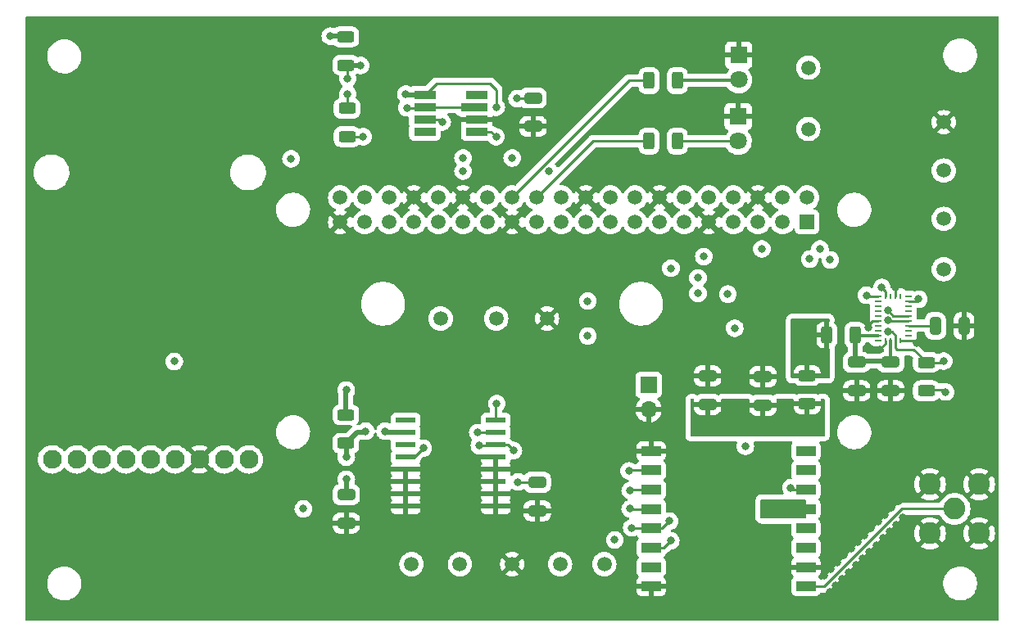
<source format=gtl>
G04 #@! TF.GenerationSoftware,KiCad,Pcbnew,(6.0.7-1)-1*
G04 #@! TF.CreationDate,2023-04-09T16:47:37-04:00*
G04 #@! TF.ProjectId,Neutro_v2,4e657574-726f-45f7-9632-2e6b69636164,v1*
G04 #@! TF.SameCoordinates,Original*
G04 #@! TF.FileFunction,Copper,L1,Top*
G04 #@! TF.FilePolarity,Positive*
%FSLAX46Y46*%
G04 Gerber Fmt 4.6, Leading zero omitted, Abs format (unit mm)*
G04 Created by KiCad (PCBNEW (6.0.7-1)-1) date 2023-04-09 16:47:37*
%MOMM*%
%LPD*%
G01*
G04 APERTURE LIST*
G04 Aperture macros list*
%AMRoundRect*
0 Rectangle with rounded corners*
0 $1 Rounding radius*
0 $2 $3 $4 $5 $6 $7 $8 $9 X,Y pos of 4 corners*
0 Add a 4 corners polygon primitive as box body*
4,1,4,$2,$3,$4,$5,$6,$7,$8,$9,$2,$3,0*
0 Add four circle primitives for the rounded corners*
1,1,$1+$1,$2,$3*
1,1,$1+$1,$4,$5*
1,1,$1+$1,$6,$7*
1,1,$1+$1,$8,$9*
0 Add four rect primitives between the rounded corners*
20,1,$1+$1,$2,$3,$4,$5,0*
20,1,$1+$1,$4,$5,$6,$7,0*
20,1,$1+$1,$6,$7,$8,$9,0*
20,1,$1+$1,$8,$9,$2,$3,0*%
G04 Aperture macros list end*
G04 #@! TA.AperFunction,ComponentPad*
%ADD10C,1.500000*%
G04 #@! TD*
G04 #@! TA.AperFunction,SMDPad,CuDef*
%ADD11RoundRect,0.250000X-0.625000X0.312500X-0.625000X-0.312500X0.625000X-0.312500X0.625000X0.312500X0*%
G04 #@! TD*
G04 #@! TA.AperFunction,SMDPad,CuDef*
%ADD12RoundRect,0.250000X0.650000X-0.325000X0.650000X0.325000X-0.650000X0.325000X-0.650000X-0.325000X0*%
G04 #@! TD*
G04 #@! TA.AperFunction,SMDPad,CuDef*
%ADD13RoundRect,0.250000X-0.312500X-0.625000X0.312500X-0.625000X0.312500X0.625000X-0.312500X0.625000X0*%
G04 #@! TD*
G04 #@! TA.AperFunction,SMDPad,CuDef*
%ADD14RoundRect,0.250000X0.325000X0.650000X-0.325000X0.650000X-0.325000X-0.650000X0.325000X-0.650000X0*%
G04 #@! TD*
G04 #@! TA.AperFunction,SMDPad,CuDef*
%ADD15RoundRect,0.250000X0.625000X-0.312500X0.625000X0.312500X-0.625000X0.312500X-0.625000X-0.312500X0*%
G04 #@! TD*
G04 #@! TA.AperFunction,ComponentPad*
%ADD16C,2.250000*%
G04 #@! TD*
G04 #@! TA.AperFunction,SMDPad,CuDef*
%ADD17RoundRect,0.250000X-0.650000X0.325000X-0.650000X-0.325000X0.650000X-0.325000X0.650000X0.325000X0*%
G04 #@! TD*
G04 #@! TA.AperFunction,ComponentPad*
%ADD18C,1.930400*%
G04 #@! TD*
G04 #@! TA.AperFunction,SMDPad,CuDef*
%ADD19RoundRect,0.041300X-0.983700X-0.253700X0.983700X-0.253700X0.983700X0.253700X-0.983700X0.253700X0*%
G04 #@! TD*
G04 #@! TA.AperFunction,SMDPad,CuDef*
%ADD20R,2.000000X1.000000*%
G04 #@! TD*
G04 #@! TA.AperFunction,ComponentPad*
%ADD21R,1.800000X1.800000*%
G04 #@! TD*
G04 #@! TA.AperFunction,ComponentPad*
%ADD22C,1.800000*%
G04 #@! TD*
G04 #@! TA.AperFunction,SMDPad,CuDef*
%ADD23R,2.250000X0.900000*%
G04 #@! TD*
G04 #@! TA.AperFunction,SMDPad,CuDef*
%ADD24R,2.800000X0.900000*%
G04 #@! TD*
G04 #@! TA.AperFunction,SMDPad,CuDef*
%ADD25R,0.675000X0.250000*%
G04 #@! TD*
G04 #@! TA.AperFunction,SMDPad,CuDef*
%ADD26R,0.250000X0.575000*%
G04 #@! TD*
G04 #@! TA.AperFunction,ComponentPad*
%ADD27R,1.508000X1.508000*%
G04 #@! TD*
G04 #@! TA.AperFunction,ComponentPad*
%ADD28C,1.508000*%
G04 #@! TD*
G04 #@! TA.AperFunction,ComponentPad*
%ADD29R,1.700000X1.700000*%
G04 #@! TD*
G04 #@! TA.AperFunction,ComponentPad*
%ADD30O,1.700000X1.700000*%
G04 #@! TD*
G04 #@! TA.AperFunction,ViaPad*
%ADD31C,0.800000*%
G04 #@! TD*
G04 #@! TA.AperFunction,Conductor*
%ADD32C,0.500000*%
G04 #@! TD*
G04 #@! TA.AperFunction,Conductor*
%ADD33C,0.250000*%
G04 #@! TD*
G04 #@! TA.AperFunction,Conductor*
%ADD34C,0.350000*%
G04 #@! TD*
G04 #@! TA.AperFunction,Conductor*
%ADD35C,0.293370*%
G04 #@! TD*
G04 APERTURE END LIST*
D10*
X161925000Y-127000000D03*
X157353000Y-127000000D03*
D11*
X135200000Y-111566500D03*
X135200000Y-114491500D03*
D10*
X145000000Y-101600000D03*
D12*
X135255000Y-122744000D03*
X135255000Y-119794000D03*
D10*
X183000000Y-82000000D03*
X142000000Y-127000000D03*
D12*
X188000000Y-109075000D03*
X188000000Y-106125000D03*
X154559000Y-81739000D03*
X154559000Y-78789000D03*
D13*
X184912000Y-103300000D03*
X187837000Y-103300000D03*
D14*
X199087000Y-102362000D03*
X196137000Y-102362000D03*
D10*
X197000000Y-81300000D03*
D15*
X195200000Y-109062500D03*
X195200000Y-106137500D03*
D10*
X156000000Y-101600000D03*
X150750000Y-101600000D03*
X147000000Y-127000000D03*
D16*
X198120000Y-121285000D03*
X200660000Y-118745000D03*
X200660000Y-123825000D03*
X195580000Y-123825000D03*
X195580000Y-118745000D03*
D11*
X135337500Y-79875000D03*
X135337500Y-82800000D03*
D13*
X166537500Y-83250000D03*
X169462500Y-83250000D03*
D10*
X197000000Y-86300000D03*
D11*
X135200000Y-72475000D03*
X135200000Y-75400000D03*
D17*
X155000000Y-118525000D03*
X155000000Y-121475000D03*
X178308000Y-107618000D03*
X178308000Y-110568000D03*
D11*
X182880000Y-107503500D03*
X182880000Y-110428500D03*
D10*
X197000000Y-96500000D03*
X183000000Y-75650000D03*
X197000000Y-91300000D03*
D18*
X104848000Y-116168000D03*
X107388000Y-116168000D03*
X112468000Y-116168000D03*
X120088000Y-116168000D03*
X125168000Y-116168000D03*
X117548000Y-116168000D03*
X115008000Y-116168000D03*
X109928000Y-116168000D03*
X122628000Y-116168000D03*
D10*
X152400000Y-127000000D03*
D19*
X141403000Y-112125000D03*
X141403000Y-113395000D03*
X141403000Y-114665000D03*
X141403000Y-115935000D03*
X141403000Y-117205000D03*
X141403000Y-118475000D03*
X141403000Y-119745000D03*
X141403000Y-121015000D03*
X150713000Y-121015000D03*
X150713000Y-119745000D03*
X150713000Y-118475000D03*
X150713000Y-117205000D03*
X150713000Y-115935000D03*
X150713000Y-114665000D03*
X150713000Y-113395000D03*
X150713000Y-112125000D03*
D13*
X166537500Y-77000000D03*
X169462500Y-77000000D03*
D12*
X191516000Y-109075000D03*
X191516000Y-106125000D03*
D20*
X166752000Y-115301000D03*
X166752000Y-117301000D03*
X166752000Y-119301000D03*
X166752000Y-121301000D03*
X166752000Y-123301000D03*
X166752000Y-125301000D03*
X166752000Y-127301000D03*
X166752000Y-129301000D03*
X182752000Y-129301000D03*
X182752000Y-127301000D03*
X182752000Y-125301000D03*
X182752000Y-123301000D03*
X182752000Y-121301000D03*
X182752000Y-119301000D03*
X182752000Y-117301000D03*
X182752000Y-115301000D03*
D21*
X175750000Y-80725000D03*
D22*
X175750000Y-83265000D03*
D23*
X148733000Y-82276000D03*
X148733000Y-81026000D03*
D24*
X148458000Y-79726000D03*
D23*
X148733000Y-78476000D03*
X143430500Y-78476000D03*
X143383000Y-79726000D03*
X143383000Y-81026000D03*
X143383000Y-82276000D03*
D25*
X190207500Y-103850000D03*
D26*
X191020000Y-103912500D03*
X191520000Y-103912500D03*
X192020000Y-103912500D03*
X192520000Y-103912500D03*
D25*
X193332500Y-103850000D03*
X193332500Y-103350000D03*
X193332500Y-102850000D03*
X193332500Y-102350000D03*
X193332500Y-101850000D03*
X193332500Y-101350000D03*
X193332500Y-100850000D03*
X193332500Y-100350000D03*
X193332500Y-99850000D03*
X193332500Y-99350000D03*
D26*
X192520000Y-99287500D03*
X192020000Y-99287500D03*
X191520000Y-99287500D03*
X191020000Y-99287500D03*
D25*
X190207500Y-99350000D03*
X190207500Y-99850000D03*
X190207500Y-100350000D03*
X190207500Y-100850000D03*
X190207500Y-101350000D03*
X190207500Y-101850000D03*
X190207500Y-102350000D03*
X190207500Y-102850000D03*
X190207500Y-103350000D03*
D21*
X175800000Y-74375000D03*
D22*
X175800000Y-76915000D03*
D17*
X172593000Y-107540000D03*
X172593000Y-110490000D03*
D27*
X182880000Y-91628000D03*
D28*
X182880000Y-89088000D03*
X180340000Y-91628000D03*
X180340000Y-89088000D03*
X177800000Y-91628000D03*
X177800000Y-89088000D03*
X175260000Y-91628000D03*
X175260000Y-89088000D03*
X172720000Y-91628000D03*
X172720000Y-89088000D03*
X170180000Y-91628000D03*
X170180000Y-89088000D03*
X167640000Y-91628000D03*
X167640000Y-89088000D03*
X165100000Y-91628000D03*
X165100000Y-89088000D03*
X162560000Y-91628000D03*
X162560000Y-89088000D03*
X160020000Y-91628000D03*
X160020000Y-89088000D03*
X157480000Y-91628000D03*
X157480000Y-89088000D03*
X154940000Y-91628000D03*
X154940000Y-89088000D03*
X152400000Y-91628000D03*
X152400000Y-89088000D03*
X149860000Y-91628000D03*
X149860000Y-89088000D03*
X147320000Y-91628000D03*
X147320000Y-89088000D03*
X144780000Y-91628000D03*
X144780000Y-89088000D03*
X142240000Y-91628000D03*
X142240000Y-89088000D03*
X139700000Y-91628000D03*
X139700000Y-89088000D03*
X137160000Y-91628000D03*
X137160000Y-89088000D03*
X134620000Y-91628000D03*
X134620000Y-89088000D03*
D29*
X166497000Y-108458000D03*
D30*
X166497000Y-110998000D03*
D31*
X197200000Y-109200000D03*
X182300000Y-103300000D03*
X135250000Y-109000000D03*
X183300000Y-103300000D03*
X133600000Y-72400000D03*
X183300000Y-104300000D03*
X182300000Y-104300000D03*
X148844000Y-113395000D03*
X145161000Y-81280000D03*
X192300000Y-120500000D03*
X190717500Y-124317500D03*
X187217500Y-127817500D03*
X190200000Y-122600000D03*
X189500000Y-123300000D03*
X190900000Y-121900000D03*
X192117500Y-122917500D03*
X187400000Y-125400000D03*
X187917500Y-127117500D03*
X186700000Y-126100000D03*
X190017500Y-125017500D03*
X191400000Y-123600000D03*
X186517500Y-128517500D03*
X194221153Y-104160182D03*
X191600000Y-121200000D03*
X188617500Y-126417500D03*
X189200000Y-102524500D03*
X190400000Y-104800000D03*
X186000000Y-126800000D03*
X185800000Y-129200000D03*
X188800000Y-124000000D03*
X185200000Y-129900000D03*
X192800000Y-122200000D03*
X184643000Y-128157000D03*
X192000000Y-98400000D03*
X189317500Y-125717500D03*
X188100000Y-124700000D03*
X185300000Y-127500000D03*
X150731500Y-82804000D03*
X150800000Y-110400000D03*
X147320000Y-86360000D03*
X117475000Y-106045000D03*
X156210000Y-86360000D03*
X147320000Y-85000500D03*
X129540000Y-85090000D03*
X152400000Y-85000500D03*
X143200000Y-115000000D03*
X168783000Y-124587000D03*
X160200000Y-103400000D03*
X160200000Y-99800000D03*
X164592000Y-119380000D03*
X164465000Y-117348000D03*
X171600000Y-97400000D03*
X191200000Y-101800000D03*
X164592000Y-121285000D03*
X163000000Y-124500000D03*
X164750000Y-123250000D03*
X168656000Y-122555000D03*
X189000000Y-99200000D03*
X190600000Y-98400000D03*
X183143701Y-95456299D03*
X185268299Y-95531701D03*
X191200000Y-102985113D03*
X171600000Y-99000000D03*
X168800000Y-96400000D03*
X197000000Y-106000000D03*
X178200000Y-94400000D03*
X194400000Y-99600000D03*
X184200000Y-94400000D03*
X172200000Y-95200000D03*
X191212299Y-100787701D03*
X153000000Y-118500000D03*
X152527000Y-115250000D03*
X130810000Y-121285000D03*
X149000000Y-114750000D03*
X137250000Y-113250000D03*
X139250000Y-113250000D03*
X135255000Y-115935000D03*
X135255000Y-118221000D03*
X175400000Y-102600000D03*
X176500000Y-114800000D03*
X181200000Y-119100000D03*
X174676812Y-99076812D03*
X135400000Y-78400000D03*
X150749000Y-79756000D03*
X152908000Y-78867000D03*
X136737500Y-75431250D03*
X135400000Y-76800000D03*
X141400000Y-78400000D03*
X137000000Y-82800000D03*
X141500000Y-79800000D03*
X178800000Y-112200000D03*
X179700000Y-112200000D03*
X179700000Y-121800000D03*
X179700000Y-113200000D03*
X178700000Y-121800000D03*
X179700000Y-120800000D03*
X178800000Y-113200000D03*
X178700000Y-120800000D03*
D32*
X135137500Y-72400000D02*
X133600000Y-72400000D01*
D33*
X197200000Y-109200000D02*
X196962500Y-108962500D01*
D32*
X135200000Y-109050000D02*
X135250000Y-109000000D01*
X135200000Y-111566500D02*
X135200000Y-109050000D01*
D33*
X196962500Y-108962500D02*
X195200000Y-108962500D01*
X148844000Y-113395000D02*
X150705000Y-113395000D01*
X144907000Y-81026000D02*
X145161000Y-81280000D01*
X143383000Y-81026000D02*
X144907000Y-81026000D01*
X192520000Y-103912500D02*
X193270000Y-103912500D01*
X193910971Y-103850000D02*
X194221153Y-104160182D01*
X190207500Y-101850000D02*
X189595000Y-101850000D01*
X191020000Y-104180000D02*
X191020000Y-103912500D01*
X189200000Y-102245000D02*
X189200000Y-102524500D01*
X193332500Y-103850000D02*
X193910971Y-103850000D01*
X192000000Y-98400000D02*
X192000000Y-98705000D01*
X189595000Y-101850000D02*
X189200000Y-102245000D01*
X192020000Y-98725000D02*
X192020000Y-99287500D01*
X192000000Y-98705000D02*
X192020000Y-98725000D01*
X190400000Y-104800000D02*
X191020000Y-104180000D01*
X192100000Y-120700000D02*
X192300000Y-120500000D01*
X193270000Y-103912500D02*
X193332500Y-103850000D01*
X148733000Y-82276000D02*
X150203500Y-82276000D01*
X150203500Y-82276000D02*
X150731500Y-82804000D01*
X150713000Y-110487000D02*
X150800000Y-110400000D01*
X150713000Y-112125000D02*
X150713000Y-110487000D01*
X142265000Y-115935000D02*
X143200000Y-115000000D01*
X141403000Y-115935000D02*
X142265000Y-115935000D01*
X166752000Y-125301000D02*
X168069000Y-125301000D01*
X168069000Y-125301000D02*
X168783000Y-124587000D01*
X164671000Y-119301000D02*
X164592000Y-119380000D01*
X166752000Y-119301000D02*
X164671000Y-119301000D01*
X166752000Y-117301000D02*
X164512000Y-117301000D01*
X164512000Y-117301000D02*
X164465000Y-117348000D01*
X191200000Y-101800000D02*
X191250000Y-101850000D01*
X191250000Y-101850000D02*
X193332500Y-101850000D01*
X164608000Y-121301000D02*
X164592000Y-121285000D01*
X166752000Y-121301000D02*
X164608000Y-121301000D01*
X167910000Y-123301000D02*
X168656000Y-122555000D01*
X164801000Y-123301000D02*
X164750000Y-123250000D01*
X166752000Y-123301000D02*
X164801000Y-123301000D01*
X166752000Y-123301000D02*
X167910000Y-123301000D01*
X189150000Y-99350000D02*
X189000000Y-99200000D01*
X190207500Y-99350000D02*
X189150000Y-99350000D01*
X191020000Y-98820000D02*
X190600000Y-98400000D01*
X191020000Y-99287500D02*
X191020000Y-98820000D01*
X197000000Y-106000000D02*
X196862500Y-106137500D01*
X192200000Y-104800000D02*
X193881250Y-104800000D01*
X192020000Y-103912500D02*
X192020000Y-104620000D01*
X192020000Y-103350000D02*
X192020000Y-103912500D01*
X191655113Y-102985113D02*
X192020000Y-103350000D01*
X193881250Y-104800000D02*
X195118750Y-106037500D01*
X195118750Y-106037500D02*
X195200000Y-106037500D01*
X192020000Y-104620000D02*
X192200000Y-104800000D01*
X191200000Y-102985113D02*
X191655113Y-102985113D01*
X196862500Y-106137500D02*
X195200000Y-106137500D01*
X193332500Y-99850000D02*
X194150000Y-99850000D01*
X194150000Y-99850000D02*
X194400000Y-99600000D01*
X191774598Y-101350000D02*
X193332500Y-101350000D01*
X191212299Y-100787701D02*
X191774598Y-101350000D01*
X150628000Y-114750000D02*
X150713000Y-114665000D01*
X151942000Y-114665000D02*
X150705000Y-114665000D01*
X153000000Y-118500000D02*
X154975000Y-118500000D01*
X154975000Y-118500000D02*
X155000000Y-118525000D01*
X149000000Y-114750000D02*
X150628000Y-114750000D01*
X152527000Y-115250000D02*
X151942000Y-114665000D01*
D32*
X137160000Y-113395000D02*
X136336500Y-113395000D01*
X141395000Y-113395000D02*
X139319000Y-113395000D01*
X135255000Y-114476500D02*
X135255000Y-115935000D01*
X135255000Y-118221000D02*
X135255000Y-119794000D01*
X136336500Y-113395000D02*
X135255000Y-114476500D01*
D33*
X169477500Y-83265000D02*
X175750000Y-83265000D01*
X169462500Y-83250000D02*
X169477500Y-83265000D01*
X196125000Y-102350000D02*
X196137000Y-102362000D01*
X193332500Y-102350000D02*
X196125000Y-102350000D01*
D34*
X187837000Y-105862000D02*
X188000000Y-106025000D01*
D32*
X191516000Y-106025000D02*
X188000000Y-106025000D01*
D34*
X190207500Y-103350000D02*
X187987000Y-103350000D01*
X191520000Y-103912500D02*
X191520000Y-106021000D01*
X191520000Y-106021000D02*
X191516000Y-106025000D01*
X187987000Y-103350000D02*
X187837000Y-103500000D01*
D32*
X187837000Y-103500000D02*
X187837000Y-105862000D01*
D35*
X192659000Y-121285000D02*
X193685000Y-121285000D01*
X193685000Y-121285000D02*
X198120000Y-121285000D01*
X182752000Y-129301000D02*
X184643000Y-129301000D01*
X184643000Y-129301000D02*
X192659000Y-121285000D01*
D33*
X182752000Y-119301000D02*
X181401000Y-119301000D01*
X181401000Y-119301000D02*
X181200000Y-119100000D01*
X135400000Y-75600000D02*
X135200000Y-75400000D01*
X150100000Y-77300000D02*
X150749000Y-77949000D01*
X152908000Y-78867000D02*
X152986000Y-78789000D01*
X152986000Y-78789000D02*
X154559000Y-78789000D01*
X143430500Y-78476000D02*
X144606500Y-77300000D01*
X135400000Y-76800000D02*
X135400000Y-75600000D01*
X150749000Y-77949000D02*
X150749000Y-79756000D01*
D32*
X135400000Y-75431250D02*
X136737500Y-75431250D01*
D33*
X135400000Y-78400000D02*
X135400000Y-79812500D01*
X135400000Y-79812500D02*
X135337500Y-79875000D01*
D32*
X143430500Y-78476000D02*
X141470500Y-78476000D01*
D33*
X144606500Y-77300000D02*
X150100000Y-77300000D01*
X169462500Y-77000000D02*
X175800000Y-77000000D01*
X169462500Y-77115000D02*
X169662500Y-76915000D01*
X169662500Y-76915000D02*
X175800000Y-76915000D01*
X142820604Y-79800000D02*
X143064802Y-80044198D01*
X148458000Y-79726000D02*
X143383000Y-79726000D01*
X135337500Y-82800000D02*
X137000000Y-82800000D01*
X141500000Y-79800000D02*
X142820604Y-79800000D01*
X160778000Y-83250000D02*
X166537500Y-83250000D01*
X154940000Y-89088000D02*
X160778000Y-83250000D01*
X164488000Y-77000000D02*
X152400000Y-89088000D01*
X166537500Y-77000000D02*
X164488000Y-77000000D01*
G04 #@! TA.AperFunction,Conductor*
G36*
X185142121Y-101620002D02*
G01*
X185188614Y-101673658D01*
X185200000Y-101726000D01*
X185200000Y-101838560D01*
X185179998Y-101906681D01*
X185169225Y-101921072D01*
X185167671Y-101922865D01*
X185166000Y-101930548D01*
X185166000Y-104664884D01*
X185175679Y-104697848D01*
X185194896Y-104727749D01*
X185200000Y-104763249D01*
X185200000Y-107674000D01*
X185179998Y-107742121D01*
X185126342Y-107788614D01*
X185074000Y-107800000D01*
X184351250Y-107800000D01*
X184283129Y-107779998D01*
X184268738Y-107769225D01*
X184257135Y-107759171D01*
X184249452Y-107757500D01*
X181515116Y-107757500D01*
X181492941Y-107764011D01*
X181444882Y-107794896D01*
X181409385Y-107800000D01*
X181326000Y-107800000D01*
X181257879Y-107779998D01*
X181211386Y-107726342D01*
X181200000Y-107674000D01*
X181200000Y-107231385D01*
X181497000Y-107231385D01*
X181501475Y-107246624D01*
X181502865Y-107247829D01*
X181510548Y-107249500D01*
X182607885Y-107249500D01*
X182623124Y-107245025D01*
X182624329Y-107243635D01*
X182626000Y-107235952D01*
X182626000Y-107231385D01*
X183134000Y-107231385D01*
X183138475Y-107246624D01*
X183139865Y-107247829D01*
X183147548Y-107249500D01*
X184244884Y-107249500D01*
X184260123Y-107245025D01*
X184261328Y-107243635D01*
X184262999Y-107235952D01*
X184262999Y-107143905D01*
X184262662Y-107137386D01*
X184252743Y-107041794D01*
X184249851Y-107028400D01*
X184198412Y-106874216D01*
X184192239Y-106861038D01*
X184106937Y-106723193D01*
X184097901Y-106711792D01*
X183983171Y-106597261D01*
X183971760Y-106588249D01*
X183833757Y-106503184D01*
X183820576Y-106497037D01*
X183666290Y-106445862D01*
X183652914Y-106442995D01*
X183558562Y-106433328D01*
X183552145Y-106433000D01*
X183152115Y-106433000D01*
X183136876Y-106437475D01*
X183135671Y-106438865D01*
X183134000Y-106446548D01*
X183134000Y-107231385D01*
X182626000Y-107231385D01*
X182626000Y-106451116D01*
X182621525Y-106435877D01*
X182620135Y-106434672D01*
X182612452Y-106433001D01*
X182207905Y-106433001D01*
X182201386Y-106433338D01*
X182105794Y-106443257D01*
X182092400Y-106446149D01*
X181938216Y-106497588D01*
X181925038Y-106503761D01*
X181787193Y-106589063D01*
X181775792Y-106598099D01*
X181661261Y-106712829D01*
X181652249Y-106724240D01*
X181567184Y-106862243D01*
X181561037Y-106875424D01*
X181509862Y-107029710D01*
X181506995Y-107043086D01*
X181497328Y-107137438D01*
X181497000Y-107143855D01*
X181497000Y-107231385D01*
X181200000Y-107231385D01*
X181200000Y-103972095D01*
X183841501Y-103972095D01*
X183841838Y-103978614D01*
X183851757Y-104074206D01*
X183854649Y-104087600D01*
X183906088Y-104241784D01*
X183912261Y-104254962D01*
X183997563Y-104392807D01*
X184006599Y-104404208D01*
X184121329Y-104518739D01*
X184132740Y-104527751D01*
X184270743Y-104612816D01*
X184283924Y-104618963D01*
X184438210Y-104670138D01*
X184451586Y-104673005D01*
X184545938Y-104682672D01*
X184552354Y-104683000D01*
X184639885Y-104683000D01*
X184655124Y-104678525D01*
X184656329Y-104677135D01*
X184658000Y-104669452D01*
X184658000Y-103572115D01*
X184653525Y-103556876D01*
X184652135Y-103555671D01*
X184644452Y-103554000D01*
X183859616Y-103554000D01*
X183844377Y-103558475D01*
X183843172Y-103559865D01*
X183841501Y-103567548D01*
X183841501Y-103972095D01*
X181200000Y-103972095D01*
X181200000Y-103027885D01*
X183841500Y-103027885D01*
X183845975Y-103043124D01*
X183847365Y-103044329D01*
X183855048Y-103046000D01*
X184639885Y-103046000D01*
X184655124Y-103041525D01*
X184656329Y-103040135D01*
X184658000Y-103032452D01*
X184658000Y-101935116D01*
X184653525Y-101919877D01*
X184652135Y-101918672D01*
X184644452Y-101917001D01*
X184552405Y-101917001D01*
X184545886Y-101917338D01*
X184450294Y-101927257D01*
X184436900Y-101930149D01*
X184282716Y-101981588D01*
X184269538Y-101987761D01*
X184131693Y-102073063D01*
X184120292Y-102082099D01*
X184005761Y-102196829D01*
X183996749Y-102208240D01*
X183911684Y-102346243D01*
X183905537Y-102359424D01*
X183854362Y-102513710D01*
X183851495Y-102527086D01*
X183841828Y-102621438D01*
X183841500Y-102627855D01*
X183841500Y-103027885D01*
X181200000Y-103027885D01*
X181200000Y-101726000D01*
X181220002Y-101657879D01*
X181273658Y-101611386D01*
X181326000Y-101600000D01*
X185074000Y-101600000D01*
X185142121Y-101620002D01*
G37*
G04 #@! TD.AperFunction*
G04 #@! TA.AperFunction,Conductor*
G36*
X185142121Y-101620002D02*
G01*
X185188614Y-101673658D01*
X185200000Y-101726000D01*
X185200000Y-101838560D01*
X185179998Y-101906681D01*
X185169225Y-101921072D01*
X185167671Y-101922865D01*
X185166000Y-101930548D01*
X185166000Y-104664884D01*
X185175679Y-104697848D01*
X185194896Y-104727749D01*
X185200000Y-104763249D01*
X185200000Y-107674000D01*
X185179998Y-107742121D01*
X185126342Y-107788614D01*
X185074000Y-107800000D01*
X184351250Y-107800000D01*
X184283129Y-107779998D01*
X184268738Y-107769225D01*
X184257135Y-107759171D01*
X184249452Y-107757500D01*
X181515116Y-107757500D01*
X181492941Y-107764011D01*
X181444882Y-107794896D01*
X181409385Y-107800000D01*
X181326000Y-107800000D01*
X181257879Y-107779998D01*
X181211386Y-107726342D01*
X181200000Y-107674000D01*
X181200000Y-107231385D01*
X181497000Y-107231385D01*
X181501475Y-107246624D01*
X181502865Y-107247829D01*
X181510548Y-107249500D01*
X182607885Y-107249500D01*
X182623124Y-107245025D01*
X182624329Y-107243635D01*
X182626000Y-107235952D01*
X182626000Y-107231385D01*
X183134000Y-107231385D01*
X183138475Y-107246624D01*
X183139865Y-107247829D01*
X183147548Y-107249500D01*
X184244884Y-107249500D01*
X184260123Y-107245025D01*
X184261328Y-107243635D01*
X184262999Y-107235952D01*
X184262999Y-107143905D01*
X184262662Y-107137386D01*
X184252743Y-107041794D01*
X184249851Y-107028400D01*
X184198412Y-106874216D01*
X184192239Y-106861038D01*
X184106937Y-106723193D01*
X184097901Y-106711792D01*
X183983171Y-106597261D01*
X183971760Y-106588249D01*
X183833757Y-106503184D01*
X183820576Y-106497037D01*
X183666290Y-106445862D01*
X183652914Y-106442995D01*
X183558562Y-106433328D01*
X183552145Y-106433000D01*
X183152115Y-106433000D01*
X183136876Y-106437475D01*
X183135671Y-106438865D01*
X183134000Y-106446548D01*
X183134000Y-107231385D01*
X182626000Y-107231385D01*
X182626000Y-106451116D01*
X182621525Y-106435877D01*
X182620135Y-106434672D01*
X182612452Y-106433001D01*
X182207905Y-106433001D01*
X182201386Y-106433338D01*
X182105794Y-106443257D01*
X182092400Y-106446149D01*
X181938216Y-106497588D01*
X181925038Y-106503761D01*
X181787193Y-106589063D01*
X181775792Y-106598099D01*
X181661261Y-106712829D01*
X181652249Y-106724240D01*
X181567184Y-106862243D01*
X181561037Y-106875424D01*
X181509862Y-107029710D01*
X181506995Y-107043086D01*
X181497328Y-107137438D01*
X181497000Y-107143855D01*
X181497000Y-107231385D01*
X181200000Y-107231385D01*
X181200000Y-103972095D01*
X183841501Y-103972095D01*
X183841838Y-103978614D01*
X183851757Y-104074206D01*
X183854649Y-104087600D01*
X183906088Y-104241784D01*
X183912261Y-104254962D01*
X183997563Y-104392807D01*
X184006599Y-104404208D01*
X184121329Y-104518739D01*
X184132740Y-104527751D01*
X184270743Y-104612816D01*
X184283924Y-104618963D01*
X184438210Y-104670138D01*
X184451586Y-104673005D01*
X184545938Y-104682672D01*
X184552354Y-104683000D01*
X184639885Y-104683000D01*
X184655124Y-104678525D01*
X184656329Y-104677135D01*
X184658000Y-104669452D01*
X184658000Y-103572115D01*
X184653525Y-103556876D01*
X184652135Y-103555671D01*
X184644452Y-103554000D01*
X183859616Y-103554000D01*
X183844377Y-103558475D01*
X183843172Y-103559865D01*
X183841501Y-103567548D01*
X183841501Y-103972095D01*
X181200000Y-103972095D01*
X181200000Y-103027885D01*
X183841500Y-103027885D01*
X183845975Y-103043124D01*
X183847365Y-103044329D01*
X183855048Y-103046000D01*
X184639885Y-103046000D01*
X184655124Y-103041525D01*
X184656329Y-103040135D01*
X184658000Y-103032452D01*
X184658000Y-101935116D01*
X184653525Y-101919877D01*
X184652135Y-101918672D01*
X184644452Y-101917001D01*
X184552405Y-101917001D01*
X184545886Y-101917338D01*
X184450294Y-101927257D01*
X184436900Y-101930149D01*
X184282716Y-101981588D01*
X184269538Y-101987761D01*
X184131693Y-102073063D01*
X184120292Y-102082099D01*
X184005761Y-102196829D01*
X183996749Y-102208240D01*
X183911684Y-102346243D01*
X183905537Y-102359424D01*
X183854362Y-102513710D01*
X183851495Y-102527086D01*
X183841828Y-102621438D01*
X183841500Y-102627855D01*
X183841500Y-103027885D01*
X181200000Y-103027885D01*
X181200000Y-101726000D01*
X181220002Y-101657879D01*
X181273658Y-101611386D01*
X181326000Y-101600000D01*
X185074000Y-101600000D01*
X185142121Y-101620002D01*
G37*
G04 #@! TD.AperFunction*
G04 #@! TA.AperFunction,Conductor*
G36*
X171135543Y-109920002D02*
G01*
X171182036Y-109973658D01*
X171192766Y-110038843D01*
X171185328Y-110111440D01*
X171185000Y-110117855D01*
X171185000Y-110217885D01*
X171189475Y-110233124D01*
X171190865Y-110234329D01*
X171198548Y-110236000D01*
X173982884Y-110236000D01*
X173998123Y-110231525D01*
X173999328Y-110230135D01*
X174000999Y-110222452D01*
X174000999Y-110117905D01*
X174000662Y-110111388D01*
X173993151Y-110039004D01*
X174006016Y-109969183D01*
X174054586Y-109917401D01*
X174118478Y-109900000D01*
X176798590Y-109900000D01*
X176866711Y-109920002D01*
X176913204Y-109973658D01*
X176923308Y-110043932D01*
X176918183Y-110065667D01*
X176912863Y-110081706D01*
X176909995Y-110095086D01*
X176900328Y-110189438D01*
X176900000Y-110195855D01*
X176900000Y-110295885D01*
X176904475Y-110311124D01*
X176905865Y-110312329D01*
X176913548Y-110314000D01*
X179697884Y-110314000D01*
X179713123Y-110309525D01*
X179714328Y-110308135D01*
X179715999Y-110300452D01*
X179715999Y-110195905D01*
X179715662Y-110189386D01*
X179705743Y-110093794D01*
X179702850Y-110080393D01*
X179698006Y-110065874D01*
X179695422Y-109994924D01*
X179731607Y-109933841D01*
X179795072Y-109902018D01*
X179817530Y-109900000D01*
X181374401Y-109900000D01*
X181442522Y-109920002D01*
X181489015Y-109973658D01*
X181499745Y-110038841D01*
X181497328Y-110062435D01*
X181497000Y-110068855D01*
X181497000Y-110156385D01*
X181501475Y-110171624D01*
X181502865Y-110172829D01*
X181510548Y-110174500D01*
X184244884Y-110174500D01*
X184260123Y-110170025D01*
X184261328Y-110168635D01*
X184262999Y-110160952D01*
X184262999Y-110068905D01*
X184262662Y-110062393D01*
X184260235Y-110039006D01*
X184273099Y-109969184D01*
X184321669Y-109917401D01*
X184385562Y-109900000D01*
X184574000Y-109900000D01*
X184642121Y-109920002D01*
X184688614Y-109973658D01*
X184700000Y-110026000D01*
X184700000Y-113674000D01*
X184679998Y-113742121D01*
X184626342Y-113788614D01*
X184574000Y-113800000D01*
X170926000Y-113800000D01*
X170857879Y-113779998D01*
X170811386Y-113726342D01*
X170800000Y-113674000D01*
X170800000Y-110862095D01*
X171185001Y-110862095D01*
X171185338Y-110868614D01*
X171195257Y-110964206D01*
X171198149Y-110977600D01*
X171249588Y-111131784D01*
X171255761Y-111144962D01*
X171341063Y-111282807D01*
X171350099Y-111294208D01*
X171464829Y-111408739D01*
X171476240Y-111417751D01*
X171614243Y-111502816D01*
X171627424Y-111508963D01*
X171781710Y-111560138D01*
X171795086Y-111563005D01*
X171889438Y-111572672D01*
X171895854Y-111573000D01*
X172320885Y-111573000D01*
X172336124Y-111568525D01*
X172337329Y-111567135D01*
X172339000Y-111559452D01*
X172339000Y-111554884D01*
X172847000Y-111554884D01*
X172851475Y-111570123D01*
X172852865Y-111571328D01*
X172860548Y-111572999D01*
X173290095Y-111572999D01*
X173296614Y-111572662D01*
X173392206Y-111562743D01*
X173405600Y-111559851D01*
X173559784Y-111508412D01*
X173572962Y-111502239D01*
X173710807Y-111416937D01*
X173722208Y-111407901D01*
X173836739Y-111293171D01*
X173845751Y-111281760D01*
X173930816Y-111143757D01*
X173936963Y-111130576D01*
X173988138Y-110976290D01*
X173991005Y-110962914D01*
X173993343Y-110940095D01*
X176900001Y-110940095D01*
X176900338Y-110946614D01*
X176910257Y-111042206D01*
X176913149Y-111055600D01*
X176964588Y-111209784D01*
X176970761Y-111222962D01*
X177056063Y-111360807D01*
X177065099Y-111372208D01*
X177179829Y-111486739D01*
X177191240Y-111495751D01*
X177329243Y-111580816D01*
X177342424Y-111586963D01*
X177496710Y-111638138D01*
X177510086Y-111641005D01*
X177604438Y-111650672D01*
X177610854Y-111651000D01*
X178035885Y-111651000D01*
X178051124Y-111646525D01*
X178052329Y-111645135D01*
X178054000Y-111637452D01*
X178054000Y-111632884D01*
X178562000Y-111632884D01*
X178566475Y-111648123D01*
X178567865Y-111649328D01*
X178575548Y-111650999D01*
X179005095Y-111650999D01*
X179011614Y-111650662D01*
X179107206Y-111640743D01*
X179120600Y-111637851D01*
X179274784Y-111586412D01*
X179287962Y-111580239D01*
X179425807Y-111494937D01*
X179437208Y-111485901D01*
X179551739Y-111371171D01*
X179560751Y-111359760D01*
X179645816Y-111221757D01*
X179651963Y-111208576D01*
X179703138Y-111054290D01*
X179706005Y-111040914D01*
X179715672Y-110946562D01*
X179716000Y-110940146D01*
X179716000Y-110840115D01*
X179711525Y-110824876D01*
X179710135Y-110823671D01*
X179702452Y-110822000D01*
X178580115Y-110822000D01*
X178564876Y-110826475D01*
X178563671Y-110827865D01*
X178562000Y-110835548D01*
X178562000Y-111632884D01*
X178054000Y-111632884D01*
X178054000Y-110840115D01*
X178049525Y-110824876D01*
X178048135Y-110823671D01*
X178040452Y-110822000D01*
X176918116Y-110822000D01*
X176902877Y-110826475D01*
X176901672Y-110827865D01*
X176900001Y-110835548D01*
X176900001Y-110940095D01*
X173993343Y-110940095D01*
X174000672Y-110868562D01*
X174001000Y-110862146D01*
X174001000Y-110788095D01*
X181497001Y-110788095D01*
X181497338Y-110794614D01*
X181507257Y-110890206D01*
X181510149Y-110903600D01*
X181561588Y-111057784D01*
X181567761Y-111070962D01*
X181653063Y-111208807D01*
X181662099Y-111220208D01*
X181776829Y-111334739D01*
X181788240Y-111343751D01*
X181926243Y-111428816D01*
X181939424Y-111434963D01*
X182093710Y-111486138D01*
X182107086Y-111489005D01*
X182201438Y-111498672D01*
X182207854Y-111499000D01*
X182607885Y-111499000D01*
X182623124Y-111494525D01*
X182624329Y-111493135D01*
X182626000Y-111485452D01*
X182626000Y-111480884D01*
X183134000Y-111480884D01*
X183138475Y-111496123D01*
X183139865Y-111497328D01*
X183147548Y-111498999D01*
X183552095Y-111498999D01*
X183558614Y-111498662D01*
X183654206Y-111488743D01*
X183667600Y-111485851D01*
X183821784Y-111434412D01*
X183834962Y-111428239D01*
X183972807Y-111342937D01*
X183984208Y-111333901D01*
X184098739Y-111219171D01*
X184107751Y-111207760D01*
X184192816Y-111069757D01*
X184198963Y-111056576D01*
X184250138Y-110902290D01*
X184253005Y-110888914D01*
X184262672Y-110794562D01*
X184263000Y-110788146D01*
X184263000Y-110700615D01*
X184258525Y-110685376D01*
X184257135Y-110684171D01*
X184249452Y-110682500D01*
X183152115Y-110682500D01*
X183136876Y-110686975D01*
X183135671Y-110688365D01*
X183134000Y-110696048D01*
X183134000Y-111480884D01*
X182626000Y-111480884D01*
X182626000Y-110700615D01*
X182621525Y-110685376D01*
X182620135Y-110684171D01*
X182612452Y-110682500D01*
X181515116Y-110682500D01*
X181499877Y-110686975D01*
X181498672Y-110688365D01*
X181497001Y-110696048D01*
X181497001Y-110788095D01*
X174001000Y-110788095D01*
X174001000Y-110762115D01*
X173996525Y-110746876D01*
X173995135Y-110745671D01*
X173987452Y-110744000D01*
X172865115Y-110744000D01*
X172849876Y-110748475D01*
X172848671Y-110749865D01*
X172847000Y-110757548D01*
X172847000Y-111554884D01*
X172339000Y-111554884D01*
X172339000Y-110762115D01*
X172334525Y-110746876D01*
X172333135Y-110745671D01*
X172325452Y-110744000D01*
X171203116Y-110744000D01*
X171187877Y-110748475D01*
X171186672Y-110749865D01*
X171185001Y-110757548D01*
X171185001Y-110862095D01*
X170800000Y-110862095D01*
X170800000Y-110026000D01*
X170820002Y-109957879D01*
X170873658Y-109911386D01*
X170926000Y-109900000D01*
X171067422Y-109900000D01*
X171135543Y-109920002D01*
G37*
G04 #@! TD.AperFunction*
G04 #@! TA.AperFunction,Conductor*
G36*
X202633621Y-70378502D02*
G01*
X202680114Y-70432158D01*
X202691500Y-70484500D01*
X202691500Y-132715500D01*
X202671498Y-132783621D01*
X202617842Y-132830114D01*
X202565500Y-132841500D01*
X102234500Y-132841500D01*
X102166379Y-132821498D01*
X102119886Y-132767842D01*
X102108500Y-132715500D01*
X102108500Y-129107655D01*
X104339858Y-129107655D01*
X104375104Y-129366638D01*
X104376412Y-129371124D01*
X104376412Y-129371126D01*
X104396098Y-129438664D01*
X104448243Y-129617567D01*
X104557668Y-129854928D01*
X104560231Y-129858837D01*
X104698410Y-130069596D01*
X104698414Y-130069601D01*
X104700976Y-130073509D01*
X104875018Y-130268506D01*
X105075970Y-130435637D01*
X105079973Y-130438066D01*
X105295422Y-130568804D01*
X105295426Y-130568806D01*
X105299419Y-130571229D01*
X105540455Y-130672303D01*
X105793783Y-130736641D01*
X105798434Y-130737109D01*
X105798438Y-130737110D01*
X105991308Y-130756531D01*
X106010867Y-130758500D01*
X106166354Y-130758500D01*
X106168679Y-130758327D01*
X106168685Y-130758327D01*
X106356000Y-130744407D01*
X106356004Y-130744406D01*
X106360652Y-130744061D01*
X106365200Y-130743032D01*
X106365206Y-130743031D01*
X106551601Y-130700853D01*
X106615577Y-130686377D01*
X106651769Y-130672303D01*
X106854824Y-130593340D01*
X106854827Y-130593339D01*
X106859177Y-130591647D01*
X107086098Y-130461951D01*
X107291357Y-130300138D01*
X107470443Y-130109763D01*
X107585051Y-129944557D01*
X107616759Y-129898851D01*
X107616761Y-129898848D01*
X107619424Y-129895009D01*
X107621492Y-129890816D01*
X107643756Y-129845669D01*
X165244001Y-129845669D01*
X165244371Y-129852490D01*
X165249895Y-129903352D01*
X165253521Y-129918604D01*
X165298676Y-130039054D01*
X165307214Y-130054649D01*
X165383715Y-130156724D01*
X165396276Y-130169285D01*
X165498351Y-130245786D01*
X165513946Y-130254324D01*
X165634394Y-130299478D01*
X165649649Y-130303105D01*
X165700514Y-130308631D01*
X165707328Y-130309000D01*
X166479885Y-130309000D01*
X166495124Y-130304525D01*
X166496329Y-130303135D01*
X166498000Y-130295452D01*
X166498000Y-130290884D01*
X167006000Y-130290884D01*
X167010475Y-130306123D01*
X167011865Y-130307328D01*
X167019548Y-130308999D01*
X167796669Y-130308999D01*
X167803490Y-130308629D01*
X167854352Y-130303105D01*
X167869604Y-130299479D01*
X167990054Y-130254324D01*
X168005649Y-130245786D01*
X168107724Y-130169285D01*
X168120285Y-130156724D01*
X168196786Y-130054649D01*
X168205324Y-130039054D01*
X168250478Y-129918606D01*
X168254105Y-129903351D01*
X168259631Y-129852486D01*
X168259813Y-129849134D01*
X181243500Y-129849134D01*
X181250255Y-129911316D01*
X181301385Y-130047705D01*
X181388739Y-130164261D01*
X181505295Y-130251615D01*
X181641684Y-130302745D01*
X181703866Y-130309500D01*
X183800134Y-130309500D01*
X183862316Y-130302745D01*
X183998705Y-130251615D01*
X184115261Y-130164261D01*
X184186209Y-130069596D01*
X184197233Y-130054887D01*
X184197235Y-130054884D01*
X184202615Y-130047705D01*
X184205764Y-130039304D01*
X184205766Y-130039301D01*
X184206271Y-130037953D01*
X184207128Y-130036812D01*
X184210077Y-130031426D01*
X184210855Y-130031852D01*
X184248914Y-129981189D01*
X184315476Y-129956491D01*
X184324252Y-129956185D01*
X184561382Y-129956185D01*
X184573147Y-129956740D01*
X184580852Y-129958462D01*
X184588777Y-129958213D01*
X184588778Y-129958213D01*
X184651317Y-129956247D01*
X184655276Y-129956185D01*
X184684219Y-129956185D01*
X184688562Y-129955637D01*
X184700392Y-129954705D01*
X184746308Y-129953261D01*
X184753918Y-129951050D01*
X184753926Y-129951049D01*
X184766756Y-129947322D01*
X184786108Y-129943314D01*
X184787235Y-129943172D01*
X184807233Y-129940645D01*
X184814605Y-129937726D01*
X184814606Y-129937726D01*
X184849947Y-129923734D01*
X184861177Y-129919889D01*
X184890685Y-129911316D01*
X184905273Y-129907078D01*
X184912100Y-129903040D01*
X184912103Y-129903039D01*
X184923595Y-129896242D01*
X184941350Y-129887544D01*
X184961146Y-129879706D01*
X184998304Y-129852709D01*
X185008216Y-129846198D01*
X185047759Y-129822812D01*
X185062811Y-129807760D01*
X185077845Y-129794919D01*
X185088656Y-129787064D01*
X185095069Y-129782405D01*
X185124352Y-129747008D01*
X185132342Y-129738229D01*
X185762916Y-129107655D01*
X196939858Y-129107655D01*
X196975104Y-129366638D01*
X196976412Y-129371124D01*
X196976412Y-129371126D01*
X196996098Y-129438664D01*
X197048243Y-129617567D01*
X197157668Y-129854928D01*
X197160231Y-129858837D01*
X197298410Y-130069596D01*
X197298414Y-130069601D01*
X197300976Y-130073509D01*
X197475018Y-130268506D01*
X197675970Y-130435637D01*
X197679973Y-130438066D01*
X197895422Y-130568804D01*
X197895426Y-130568806D01*
X197899419Y-130571229D01*
X198140455Y-130672303D01*
X198393783Y-130736641D01*
X198398434Y-130737109D01*
X198398438Y-130737110D01*
X198591308Y-130756531D01*
X198610867Y-130758500D01*
X198766354Y-130758500D01*
X198768679Y-130758327D01*
X198768685Y-130758327D01*
X198956000Y-130744407D01*
X198956004Y-130744406D01*
X198960652Y-130744061D01*
X198965200Y-130743032D01*
X198965206Y-130743031D01*
X199151601Y-130700853D01*
X199215577Y-130686377D01*
X199251769Y-130672303D01*
X199454824Y-130593340D01*
X199454827Y-130593339D01*
X199459177Y-130591647D01*
X199686098Y-130461951D01*
X199891357Y-130300138D01*
X200070443Y-130109763D01*
X200185051Y-129944557D01*
X200216759Y-129898851D01*
X200216761Y-129898848D01*
X200219424Y-129895009D01*
X200221492Y-129890816D01*
X200332960Y-129664781D01*
X200332961Y-129664778D01*
X200335025Y-129660593D01*
X200368291Y-129556671D01*
X200413280Y-129416123D01*
X200414707Y-129411665D01*
X200456721Y-129153693D01*
X200460142Y-128892345D01*
X200424896Y-128633362D01*
X200410473Y-128583877D01*
X200357500Y-128402138D01*
X200351757Y-128382433D01*
X200242332Y-128145072D01*
X200180106Y-128050161D01*
X200101590Y-127930404D01*
X200101586Y-127930399D01*
X200099024Y-127926491D01*
X199924982Y-127731494D01*
X199724030Y-127564363D01*
X199513956Y-127436887D01*
X199504578Y-127431196D01*
X199504574Y-127431194D01*
X199500581Y-127428771D01*
X199259545Y-127327697D01*
X199006217Y-127263359D01*
X199001566Y-127262891D01*
X199001562Y-127262890D01*
X198792271Y-127241816D01*
X198789133Y-127241500D01*
X198633646Y-127241500D01*
X198631321Y-127241673D01*
X198631315Y-127241673D01*
X198444000Y-127255593D01*
X198443996Y-127255594D01*
X198439348Y-127255939D01*
X198434800Y-127256968D01*
X198434794Y-127256969D01*
X198248399Y-127299147D01*
X198184423Y-127313623D01*
X198180071Y-127315315D01*
X198180069Y-127315316D01*
X197945176Y-127406660D01*
X197945173Y-127406661D01*
X197940823Y-127408353D01*
X197936769Y-127410670D01*
X197936767Y-127410671D01*
X197908264Y-127426962D01*
X197713902Y-127538049D01*
X197508643Y-127699862D01*
X197329557Y-127890237D01*
X197227280Y-128037668D01*
X197210685Y-128061590D01*
X197180576Y-128104991D01*
X197178510Y-128109181D01*
X197178508Y-128109184D01*
X197083055Y-128302745D01*
X197064975Y-128339407D01*
X197063553Y-128343850D01*
X197063552Y-128343852D01*
X197031086Y-128445276D01*
X196985293Y-128588335D01*
X196943279Y-128846307D01*
X196943218Y-128850980D01*
X196940690Y-129044124D01*
X196939858Y-129107655D01*
X185762916Y-129107655D01*
X189721100Y-125149471D01*
X194620884Y-125149471D01*
X194624570Y-125154740D01*
X194832121Y-125281927D01*
X194840915Y-125286408D01*
X195069242Y-125380984D01*
X195078627Y-125384033D01*
X195318940Y-125441728D01*
X195328687Y-125443271D01*
X195575070Y-125462662D01*
X195584930Y-125462662D01*
X195831313Y-125443271D01*
X195841060Y-125441728D01*
X196081373Y-125384033D01*
X196090758Y-125380984D01*
X196319085Y-125286408D01*
X196327879Y-125281927D01*
X196533928Y-125155660D01*
X196537968Y-125149471D01*
X199700884Y-125149471D01*
X199704570Y-125154740D01*
X199912121Y-125281927D01*
X199920915Y-125286408D01*
X200149242Y-125380984D01*
X200158627Y-125384033D01*
X200398940Y-125441728D01*
X200408687Y-125443271D01*
X200655070Y-125462662D01*
X200664930Y-125462662D01*
X200911313Y-125443271D01*
X200921060Y-125441728D01*
X201161373Y-125384033D01*
X201170758Y-125380984D01*
X201399085Y-125286408D01*
X201407879Y-125281927D01*
X201613928Y-125155660D01*
X201619190Y-125147599D01*
X201613183Y-125137393D01*
X200672812Y-124197022D01*
X200658868Y-124189408D01*
X200657035Y-124189539D01*
X200650420Y-124193790D01*
X199708276Y-125135934D01*
X199700884Y-125149471D01*
X196537968Y-125149471D01*
X196539190Y-125147599D01*
X196533183Y-125137393D01*
X195592812Y-124197022D01*
X195578868Y-124189408D01*
X195577035Y-124189539D01*
X195570420Y-124193790D01*
X194628276Y-125135934D01*
X194620884Y-125149471D01*
X189721100Y-125149471D01*
X191040641Y-123829930D01*
X193942338Y-123829930D01*
X193961729Y-124076313D01*
X193963272Y-124086060D01*
X194020967Y-124326373D01*
X194024016Y-124335758D01*
X194118592Y-124564085D01*
X194123073Y-124572879D01*
X194249340Y-124778928D01*
X194257401Y-124784190D01*
X194267607Y-124778183D01*
X195207978Y-123837812D01*
X195214356Y-123826132D01*
X195944408Y-123826132D01*
X195944539Y-123827965D01*
X195948790Y-123834580D01*
X196890934Y-124776724D01*
X196904471Y-124784116D01*
X196909740Y-124780430D01*
X197036927Y-124572879D01*
X197041408Y-124564085D01*
X197135984Y-124335758D01*
X197139033Y-124326373D01*
X197196728Y-124086060D01*
X197198271Y-124076313D01*
X197217662Y-123829930D01*
X199022338Y-123829930D01*
X199041729Y-124076313D01*
X199043272Y-124086060D01*
X199100967Y-124326373D01*
X199104016Y-124335758D01*
X199198592Y-124564085D01*
X199203073Y-124572879D01*
X199329340Y-124778928D01*
X199337401Y-124784190D01*
X199347607Y-124778183D01*
X200287978Y-123837812D01*
X200294356Y-123826132D01*
X201024408Y-123826132D01*
X201024539Y-123827965D01*
X201028790Y-123834580D01*
X201970934Y-124776724D01*
X201984471Y-124784116D01*
X201989740Y-124780430D01*
X202116927Y-124572879D01*
X202121408Y-124564085D01*
X202215984Y-124335758D01*
X202219033Y-124326373D01*
X202276728Y-124086060D01*
X202278271Y-124076313D01*
X202297662Y-123829930D01*
X202297662Y-123820070D01*
X202278271Y-123573687D01*
X202276728Y-123563940D01*
X202219033Y-123323627D01*
X202215984Y-123314242D01*
X202121408Y-123085915D01*
X202116927Y-123077121D01*
X201990660Y-122871072D01*
X201982599Y-122865810D01*
X201972393Y-122871817D01*
X201032022Y-123812188D01*
X201024408Y-123826132D01*
X200294356Y-123826132D01*
X200295592Y-123823868D01*
X200295461Y-123822035D01*
X200291210Y-123815420D01*
X199349066Y-122873276D01*
X199335529Y-122865884D01*
X199330260Y-122869570D01*
X199203073Y-123077121D01*
X199198592Y-123085915D01*
X199104016Y-123314242D01*
X199100967Y-123323627D01*
X199043272Y-123563940D01*
X199041729Y-123573687D01*
X199022338Y-123820070D01*
X199022338Y-123829930D01*
X197217662Y-123829930D01*
X197217662Y-123820070D01*
X197198271Y-123573687D01*
X197196728Y-123563940D01*
X197139033Y-123323627D01*
X197135984Y-123314242D01*
X197041408Y-123085915D01*
X197036927Y-123077121D01*
X196910660Y-122871072D01*
X196902599Y-122865810D01*
X196892393Y-122871817D01*
X195952022Y-123812188D01*
X195944408Y-123826132D01*
X195214356Y-123826132D01*
X195215592Y-123823868D01*
X195215461Y-123822035D01*
X195211210Y-123815420D01*
X194269066Y-122873276D01*
X194255529Y-122865884D01*
X194250260Y-122869570D01*
X194123073Y-123077121D01*
X194118592Y-123085915D01*
X194024016Y-123314242D01*
X194020967Y-123323627D01*
X193963272Y-123563940D01*
X193961729Y-123573687D01*
X193942338Y-123820070D01*
X193942338Y-123829930D01*
X191040641Y-123829930D01*
X192368170Y-122502401D01*
X194620810Y-122502401D01*
X194626817Y-122512607D01*
X195567188Y-123452978D01*
X195581132Y-123460592D01*
X195582965Y-123460461D01*
X195589580Y-123456210D01*
X196531724Y-122514066D01*
X196539116Y-122500529D01*
X196535430Y-122495260D01*
X196327879Y-122368073D01*
X196319085Y-122363592D01*
X196090758Y-122269016D01*
X196081373Y-122265967D01*
X195841060Y-122208272D01*
X195831313Y-122206729D01*
X195641587Y-122191797D01*
X195575739Y-122166700D01*
X195544025Y-122187081D01*
X195518413Y-122191797D01*
X195328687Y-122206729D01*
X195318940Y-122208272D01*
X195078627Y-122265967D01*
X195069242Y-122269016D01*
X194840915Y-122363592D01*
X194832121Y-122368073D01*
X194626072Y-122494340D01*
X194620810Y-122502401D01*
X192368170Y-122502401D01*
X192893481Y-121977090D01*
X192955793Y-121943064D01*
X192982576Y-121940185D01*
X195508527Y-121940185D01*
X195576648Y-121960187D01*
X195581942Y-121966296D01*
X195625569Y-121942876D01*
X195651473Y-121940185D01*
X196539107Y-121940185D01*
X196607228Y-121960187D01*
X196655514Y-122017963D01*
X196658144Y-122024312D01*
X196658145Y-122024313D01*
X196660040Y-122028887D01*
X196794384Y-122248116D01*
X196961369Y-122443631D01*
X197156884Y-122610616D01*
X197376113Y-122744960D01*
X197380683Y-122746853D01*
X197380687Y-122746855D01*
X197609087Y-122841461D01*
X197613660Y-122843355D01*
X197700502Y-122864204D01*
X197858861Y-122902223D01*
X197858867Y-122902224D01*
X197863674Y-122903378D01*
X198120000Y-122923551D01*
X198376326Y-122903378D01*
X198381133Y-122902224D01*
X198381139Y-122902223D01*
X198539498Y-122864204D01*
X198626340Y-122843355D01*
X198630913Y-122841461D01*
X198859313Y-122746855D01*
X198859317Y-122746853D01*
X198863887Y-122744960D01*
X199083116Y-122610616D01*
X199209820Y-122502401D01*
X199700810Y-122502401D01*
X199706817Y-122512607D01*
X200647188Y-123452978D01*
X200661132Y-123460592D01*
X200662965Y-123460461D01*
X200669580Y-123456210D01*
X201611724Y-122514066D01*
X201619116Y-122500529D01*
X201615430Y-122495260D01*
X201407879Y-122368073D01*
X201399085Y-122363592D01*
X201170758Y-122269016D01*
X201161373Y-122265967D01*
X200921060Y-122208272D01*
X200911313Y-122206729D01*
X200664930Y-122187338D01*
X200655070Y-122187338D01*
X200408687Y-122206729D01*
X200398940Y-122208272D01*
X200158627Y-122265967D01*
X200149242Y-122269016D01*
X199920915Y-122363592D01*
X199912121Y-122368073D01*
X199706072Y-122494340D01*
X199700810Y-122502401D01*
X199209820Y-122502401D01*
X199278631Y-122443631D01*
X199445616Y-122248116D01*
X199579960Y-122028887D01*
X199584447Y-122018056D01*
X199676461Y-121795913D01*
X199676462Y-121795911D01*
X199678355Y-121791340D01*
X199708458Y-121665953D01*
X199737223Y-121546139D01*
X199737224Y-121546133D01*
X199738378Y-121541326D01*
X199758551Y-121285000D01*
X199738378Y-121028674D01*
X199678355Y-120778660D01*
X199676461Y-120774087D01*
X199581855Y-120545687D01*
X199581853Y-120545683D01*
X199579960Y-120541113D01*
X199445616Y-120321884D01*
X199278631Y-120126369D01*
X199212012Y-120069471D01*
X199700884Y-120069471D01*
X199704570Y-120074740D01*
X199912121Y-120201927D01*
X199920915Y-120206408D01*
X200149242Y-120300984D01*
X200158627Y-120304033D01*
X200398940Y-120361728D01*
X200408687Y-120363271D01*
X200655070Y-120382662D01*
X200664930Y-120382662D01*
X200911313Y-120363271D01*
X200921060Y-120361728D01*
X201161373Y-120304033D01*
X201170758Y-120300984D01*
X201399085Y-120206408D01*
X201407879Y-120201927D01*
X201613928Y-120075660D01*
X201619190Y-120067599D01*
X201613183Y-120057393D01*
X200672812Y-119117022D01*
X200658868Y-119109408D01*
X200657035Y-119109539D01*
X200650420Y-119113790D01*
X199708276Y-120055934D01*
X199700884Y-120069471D01*
X199212012Y-120069471D01*
X199083116Y-119959384D01*
X198863887Y-119825040D01*
X198859317Y-119823147D01*
X198859313Y-119823145D01*
X198630913Y-119728539D01*
X198630911Y-119728538D01*
X198626340Y-119726645D01*
X198517147Y-119700430D01*
X198381139Y-119667777D01*
X198381133Y-119667776D01*
X198376326Y-119666622D01*
X198120000Y-119646449D01*
X197863674Y-119666622D01*
X197858867Y-119667776D01*
X197858861Y-119667777D01*
X197722853Y-119700430D01*
X197613660Y-119726645D01*
X197609089Y-119728538D01*
X197609087Y-119728539D01*
X197380687Y-119823145D01*
X197380683Y-119823147D01*
X197376113Y-119825040D01*
X197156884Y-119959384D01*
X196961369Y-120126369D01*
X196794384Y-120321884D01*
X196660040Y-120541113D01*
X196658149Y-120545678D01*
X196658144Y-120545688D01*
X196655514Y-120552037D01*
X196610965Y-120607316D01*
X196539107Y-120629815D01*
X195651473Y-120629815D01*
X195583352Y-120609813D01*
X195578058Y-120603704D01*
X195534431Y-120627124D01*
X195508527Y-120629815D01*
X192740618Y-120629815D01*
X192728853Y-120629261D01*
X192721148Y-120627538D01*
X192713223Y-120627787D01*
X192713222Y-120627787D01*
X192650670Y-120629753D01*
X192646712Y-120629815D01*
X192617781Y-120629815D01*
X192613862Y-120630310D01*
X192613860Y-120630310D01*
X192613426Y-120630365D01*
X192601612Y-120631294D01*
X192574482Y-120632147D01*
X192555692Y-120632738D01*
X192548076Y-120634951D01*
X192548074Y-120634951D01*
X192535245Y-120638678D01*
X192515886Y-120642687D01*
X192512324Y-120643137D01*
X192494767Y-120645355D01*
X192487401Y-120648272D01*
X192487399Y-120648272D01*
X192452058Y-120662265D01*
X192440823Y-120666111D01*
X192404343Y-120676709D01*
X192404340Y-120676710D01*
X192396727Y-120678922D01*
X192379032Y-120689387D01*
X192378405Y-120689758D01*
X192360650Y-120698456D01*
X192340854Y-120706294D01*
X192329061Y-120714862D01*
X192303695Y-120733291D01*
X192293784Y-120739802D01*
X192277438Y-120749469D01*
X192262804Y-120758124D01*
X192254241Y-120763188D01*
X192239189Y-120778240D01*
X192224156Y-120791080D01*
X192206931Y-120803595D01*
X192200710Y-120811115D01*
X192177648Y-120838992D01*
X192169658Y-120847771D01*
X184412030Y-128605398D01*
X184349718Y-128639424D01*
X184278903Y-128634359D01*
X184222067Y-128591812D01*
X184210362Y-128570418D01*
X184210077Y-128570574D01*
X184205765Y-128562698D01*
X184202615Y-128554295D01*
X184197235Y-128547116D01*
X184197233Y-128547113D01*
X184120642Y-128444919D01*
X184115261Y-128437739D01*
X184066926Y-128401514D01*
X184024411Y-128344655D01*
X184019385Y-128273836D01*
X184053445Y-128211543D01*
X184066925Y-128199862D01*
X184107726Y-128169283D01*
X184120285Y-128156724D01*
X184196786Y-128054649D01*
X184205324Y-128039054D01*
X184250478Y-127918606D01*
X184254105Y-127903351D01*
X184259631Y-127852486D01*
X184260000Y-127845672D01*
X184260000Y-127573115D01*
X184255525Y-127557876D01*
X184254135Y-127556671D01*
X184246452Y-127555000D01*
X181262116Y-127555000D01*
X181246877Y-127559475D01*
X181245672Y-127560865D01*
X181244001Y-127568548D01*
X181244001Y-127845669D01*
X181244371Y-127852490D01*
X181249895Y-127903352D01*
X181253521Y-127918604D01*
X181298676Y-128039054D01*
X181307214Y-128054649D01*
X181383715Y-128156724D01*
X181396274Y-128169283D01*
X181437075Y-128199862D01*
X181479589Y-128256722D01*
X181484614Y-128327540D01*
X181450554Y-128389834D01*
X181437075Y-128401513D01*
X181388739Y-128437739D01*
X181301385Y-128554295D01*
X181250255Y-128690684D01*
X181243500Y-128752866D01*
X181243500Y-129849134D01*
X168259813Y-129849134D01*
X168260000Y-129845672D01*
X168260000Y-129573115D01*
X168255525Y-129557876D01*
X168254135Y-129556671D01*
X168246452Y-129555000D01*
X167024115Y-129555000D01*
X167008876Y-129559475D01*
X167007671Y-129560865D01*
X167006000Y-129568548D01*
X167006000Y-130290884D01*
X166498000Y-130290884D01*
X166498000Y-129573115D01*
X166493525Y-129557876D01*
X166492135Y-129556671D01*
X166484452Y-129555000D01*
X165262116Y-129555000D01*
X165246877Y-129559475D01*
X165245672Y-129560865D01*
X165244001Y-129568548D01*
X165244001Y-129845669D01*
X107643756Y-129845669D01*
X107732960Y-129664781D01*
X107732961Y-129664778D01*
X107735025Y-129660593D01*
X107768291Y-129556671D01*
X107813280Y-129416123D01*
X107814707Y-129411665D01*
X107856721Y-129153693D01*
X107860142Y-128892345D01*
X107824896Y-128633362D01*
X107810473Y-128583877D01*
X107757500Y-128402138D01*
X107751757Y-128382433D01*
X107642332Y-128145072D01*
X107580106Y-128050161D01*
X107501590Y-127930404D01*
X107501586Y-127930399D01*
X107499024Y-127926491D01*
X107324982Y-127731494D01*
X107124030Y-127564363D01*
X106913956Y-127436887D01*
X106904578Y-127431196D01*
X106904574Y-127431194D01*
X106900581Y-127428771D01*
X106659545Y-127327697D01*
X106406217Y-127263359D01*
X106401566Y-127262891D01*
X106401562Y-127262890D01*
X106192271Y-127241816D01*
X106189133Y-127241500D01*
X106033646Y-127241500D01*
X106031321Y-127241673D01*
X106031315Y-127241673D01*
X105844000Y-127255593D01*
X105843996Y-127255594D01*
X105839348Y-127255939D01*
X105834800Y-127256968D01*
X105834794Y-127256969D01*
X105648399Y-127299147D01*
X105584423Y-127313623D01*
X105580071Y-127315315D01*
X105580069Y-127315316D01*
X105345176Y-127406660D01*
X105345173Y-127406661D01*
X105340823Y-127408353D01*
X105336769Y-127410670D01*
X105336767Y-127410671D01*
X105308264Y-127426962D01*
X105113902Y-127538049D01*
X104908643Y-127699862D01*
X104729557Y-127890237D01*
X104627280Y-128037668D01*
X104610685Y-128061590D01*
X104580576Y-128104991D01*
X104578510Y-128109181D01*
X104578508Y-128109184D01*
X104483055Y-128302745D01*
X104464975Y-128339407D01*
X104463553Y-128343850D01*
X104463552Y-128343852D01*
X104431086Y-128445276D01*
X104385293Y-128588335D01*
X104343279Y-128846307D01*
X104343218Y-128850980D01*
X104340690Y-129044124D01*
X104339858Y-129107655D01*
X102108500Y-129107655D01*
X102108500Y-127000000D01*
X140736693Y-127000000D01*
X140755885Y-127219371D01*
X140812880Y-127432076D01*
X140815205Y-127437061D01*
X140903618Y-127626666D01*
X140903621Y-127626671D01*
X140905944Y-127631653D01*
X140909100Y-127636160D01*
X140909101Y-127636162D01*
X140956087Y-127703264D01*
X141032251Y-127812038D01*
X141187962Y-127967749D01*
X141368346Y-128094056D01*
X141567924Y-128187120D01*
X141780629Y-128244115D01*
X142000000Y-128263307D01*
X142219371Y-128244115D01*
X142432076Y-128187120D01*
X142631654Y-128094056D01*
X142812038Y-127967749D01*
X142967749Y-127812038D01*
X143043914Y-127703264D01*
X143090899Y-127636162D01*
X143090900Y-127636160D01*
X143094056Y-127631653D01*
X143096379Y-127626671D01*
X143096382Y-127626666D01*
X143184795Y-127437061D01*
X143187120Y-127432076D01*
X143244115Y-127219371D01*
X143263307Y-127000000D01*
X145736693Y-127000000D01*
X145755885Y-127219371D01*
X145812880Y-127432076D01*
X145815205Y-127437061D01*
X145903618Y-127626666D01*
X145903621Y-127626671D01*
X145905944Y-127631653D01*
X145909100Y-127636160D01*
X145909101Y-127636162D01*
X145956087Y-127703264D01*
X146032251Y-127812038D01*
X146187962Y-127967749D01*
X146368346Y-128094056D01*
X146567924Y-128187120D01*
X146780629Y-128244115D01*
X147000000Y-128263307D01*
X147219371Y-128244115D01*
X147432076Y-128187120D01*
X147631654Y-128094056D01*
X147694342Y-128050161D01*
X151714393Y-128050161D01*
X151723687Y-128062175D01*
X151764088Y-128090464D01*
X151773584Y-128095947D01*
X151963113Y-128184326D01*
X151973405Y-128188072D01*
X152175401Y-128242196D01*
X152186196Y-128244099D01*
X152394525Y-128262326D01*
X152405475Y-128262326D01*
X152613804Y-128244099D01*
X152624599Y-128242196D01*
X152826595Y-128188072D01*
X152836887Y-128184326D01*
X153026416Y-128095947D01*
X153035912Y-128090464D01*
X153077148Y-128061590D01*
X153085523Y-128051112D01*
X153078457Y-128037668D01*
X152412811Y-127372021D01*
X152398868Y-127364408D01*
X152397034Y-127364539D01*
X152390420Y-127368790D01*
X151720820Y-128038391D01*
X151714393Y-128050161D01*
X147694342Y-128050161D01*
X147812038Y-127967749D01*
X147967749Y-127812038D01*
X148043914Y-127703264D01*
X148090899Y-127636162D01*
X148090900Y-127636160D01*
X148094056Y-127631653D01*
X148096379Y-127626671D01*
X148096382Y-127626666D01*
X148184795Y-127437061D01*
X148187120Y-127432076D01*
X148244115Y-127219371D01*
X148262828Y-127005475D01*
X151137674Y-127005475D01*
X151155901Y-127213804D01*
X151157804Y-127224599D01*
X151211928Y-127426595D01*
X151215674Y-127436887D01*
X151304054Y-127626417D01*
X151309534Y-127635907D01*
X151338411Y-127677149D01*
X151348887Y-127685523D01*
X151362334Y-127678455D01*
X152027979Y-127012811D01*
X152034356Y-127001132D01*
X152764408Y-127001132D01*
X152764539Y-127002966D01*
X152768790Y-127009580D01*
X153438391Y-127679180D01*
X153450161Y-127685607D01*
X153462176Y-127676311D01*
X153490466Y-127635907D01*
X153495946Y-127626417D01*
X153584326Y-127436887D01*
X153588072Y-127426595D01*
X153642196Y-127224599D01*
X153644099Y-127213804D01*
X153662326Y-127005475D01*
X153662326Y-127000000D01*
X156089693Y-127000000D01*
X156108885Y-127219371D01*
X156165880Y-127432076D01*
X156168205Y-127437061D01*
X156256618Y-127626666D01*
X156256621Y-127626671D01*
X156258944Y-127631653D01*
X156262100Y-127636160D01*
X156262101Y-127636162D01*
X156309087Y-127703264D01*
X156385251Y-127812038D01*
X156540962Y-127967749D01*
X156721346Y-128094056D01*
X156920924Y-128187120D01*
X157133629Y-128244115D01*
X157353000Y-128263307D01*
X157572371Y-128244115D01*
X157785076Y-128187120D01*
X157984654Y-128094056D01*
X158165038Y-127967749D01*
X158320749Y-127812038D01*
X158396914Y-127703264D01*
X158443899Y-127636162D01*
X158443900Y-127636160D01*
X158447056Y-127631653D01*
X158449379Y-127626671D01*
X158449382Y-127626666D01*
X158537795Y-127437061D01*
X158540120Y-127432076D01*
X158597115Y-127219371D01*
X158616307Y-127000000D01*
X160661693Y-127000000D01*
X160680885Y-127219371D01*
X160737880Y-127432076D01*
X160740205Y-127437061D01*
X160828618Y-127626666D01*
X160828621Y-127626671D01*
X160830944Y-127631653D01*
X160834100Y-127636160D01*
X160834101Y-127636162D01*
X160881087Y-127703264D01*
X160957251Y-127812038D01*
X161112962Y-127967749D01*
X161293346Y-128094056D01*
X161492924Y-128187120D01*
X161705629Y-128244115D01*
X161925000Y-128263307D01*
X162144371Y-128244115D01*
X162357076Y-128187120D01*
X162556654Y-128094056D01*
X162737038Y-127967749D01*
X162892749Y-127812038D01*
X162968914Y-127703264D01*
X163015899Y-127636162D01*
X163015900Y-127636160D01*
X163019056Y-127631653D01*
X163021379Y-127626671D01*
X163021382Y-127626666D01*
X163109795Y-127437061D01*
X163112120Y-127432076D01*
X163169115Y-127219371D01*
X163188307Y-127000000D01*
X163169115Y-126780629D01*
X163112120Y-126567924D01*
X163068585Y-126474562D01*
X163021382Y-126373334D01*
X163021379Y-126373329D01*
X163019056Y-126368347D01*
X162990920Y-126328164D01*
X162895908Y-126192473D01*
X162895906Y-126192470D01*
X162892749Y-126187962D01*
X162737038Y-126032251D01*
X162556654Y-125905944D01*
X162357076Y-125812880D01*
X162144371Y-125755885D01*
X161925000Y-125736693D01*
X161705629Y-125755885D01*
X161492924Y-125812880D01*
X161422505Y-125845717D01*
X161298334Y-125903618D01*
X161298329Y-125903621D01*
X161293347Y-125905944D01*
X161288840Y-125909100D01*
X161288838Y-125909101D01*
X161117473Y-126029092D01*
X161117470Y-126029094D01*
X161112962Y-126032251D01*
X160957251Y-126187962D01*
X160954094Y-126192470D01*
X160954092Y-126192473D01*
X160859080Y-126328164D01*
X160830944Y-126368347D01*
X160828621Y-126373329D01*
X160828618Y-126373334D01*
X160781415Y-126474562D01*
X160737880Y-126567924D01*
X160680885Y-126780629D01*
X160661693Y-127000000D01*
X158616307Y-127000000D01*
X158597115Y-126780629D01*
X158540120Y-126567924D01*
X158496585Y-126474562D01*
X158449382Y-126373334D01*
X158449379Y-126373329D01*
X158447056Y-126368347D01*
X158418920Y-126328164D01*
X158323908Y-126192473D01*
X158323906Y-126192470D01*
X158320749Y-126187962D01*
X158165038Y-126032251D01*
X157984654Y-125905944D01*
X157785076Y-125812880D01*
X157572371Y-125755885D01*
X157353000Y-125736693D01*
X157133629Y-125755885D01*
X156920924Y-125812880D01*
X156850505Y-125845717D01*
X156726334Y-125903618D01*
X156726329Y-125903621D01*
X156721347Y-125905944D01*
X156716840Y-125909100D01*
X156716838Y-125909101D01*
X156545473Y-126029092D01*
X156545470Y-126029094D01*
X156540962Y-126032251D01*
X156385251Y-126187962D01*
X156382094Y-126192470D01*
X156382092Y-126192473D01*
X156287080Y-126328164D01*
X156258944Y-126368347D01*
X156256621Y-126373329D01*
X156256618Y-126373334D01*
X156209415Y-126474562D01*
X156165880Y-126567924D01*
X156108885Y-126780629D01*
X156089693Y-127000000D01*
X153662326Y-127000000D01*
X153662326Y-126994525D01*
X153644099Y-126786196D01*
X153642196Y-126775401D01*
X153588072Y-126573405D01*
X153584326Y-126563113D01*
X153495946Y-126373583D01*
X153490466Y-126364093D01*
X153461589Y-126322851D01*
X153451113Y-126314477D01*
X153437666Y-126321545D01*
X152772021Y-126987189D01*
X152764408Y-127001132D01*
X152034356Y-127001132D01*
X152035592Y-126998868D01*
X152035461Y-126997034D01*
X152031210Y-126990420D01*
X151361609Y-126320820D01*
X151349839Y-126314393D01*
X151337824Y-126323689D01*
X151309534Y-126364093D01*
X151304054Y-126373583D01*
X151215674Y-126563113D01*
X151211928Y-126573405D01*
X151157804Y-126775401D01*
X151155901Y-126786196D01*
X151137674Y-126994525D01*
X151137674Y-127005475D01*
X148262828Y-127005475D01*
X148263307Y-127000000D01*
X148244115Y-126780629D01*
X148187120Y-126567924D01*
X148143585Y-126474562D01*
X148096382Y-126373334D01*
X148096379Y-126373329D01*
X148094056Y-126368347D01*
X148065920Y-126328164D01*
X147970908Y-126192473D01*
X147970906Y-126192470D01*
X147967749Y-126187962D01*
X147812038Y-126032251D01*
X147692983Y-125948887D01*
X151714477Y-125948887D01*
X151721545Y-125962334D01*
X152387189Y-126627979D01*
X152401132Y-126635592D01*
X152402966Y-126635461D01*
X152409580Y-126631210D01*
X153079180Y-125961609D01*
X153085607Y-125949839D01*
X153076313Y-125937825D01*
X153035912Y-125909536D01*
X153026416Y-125904053D01*
X152836887Y-125815674D01*
X152826595Y-125811928D01*
X152624599Y-125757804D01*
X152613804Y-125755901D01*
X152405475Y-125737674D01*
X152394525Y-125737674D01*
X152186196Y-125755901D01*
X152175401Y-125757804D01*
X151973405Y-125811928D01*
X151963113Y-125815674D01*
X151773583Y-125904054D01*
X151764093Y-125909534D01*
X151722851Y-125938411D01*
X151714477Y-125948887D01*
X147692983Y-125948887D01*
X147631654Y-125905944D01*
X147432076Y-125812880D01*
X147219371Y-125755885D01*
X147000000Y-125736693D01*
X146780629Y-125755885D01*
X146567924Y-125812880D01*
X146497505Y-125845717D01*
X146373334Y-125903618D01*
X146373329Y-125903621D01*
X146368347Y-125905944D01*
X146363840Y-125909100D01*
X146363838Y-125909101D01*
X146192473Y-126029092D01*
X146192470Y-126029094D01*
X146187962Y-126032251D01*
X146032251Y-126187962D01*
X146029094Y-126192470D01*
X146029092Y-126192473D01*
X145934080Y-126328164D01*
X145905944Y-126368347D01*
X145903621Y-126373329D01*
X145903618Y-126373334D01*
X145856415Y-126474562D01*
X145812880Y-126567924D01*
X145755885Y-126780629D01*
X145736693Y-127000000D01*
X143263307Y-127000000D01*
X143244115Y-126780629D01*
X143187120Y-126567924D01*
X143143585Y-126474562D01*
X143096382Y-126373334D01*
X143096379Y-126373329D01*
X143094056Y-126368347D01*
X143065920Y-126328164D01*
X142970908Y-126192473D01*
X142970906Y-126192470D01*
X142967749Y-126187962D01*
X142812038Y-126032251D01*
X142631654Y-125905944D01*
X142432076Y-125812880D01*
X142219371Y-125755885D01*
X142000000Y-125736693D01*
X141780629Y-125755885D01*
X141567924Y-125812880D01*
X141497505Y-125845717D01*
X141373334Y-125903618D01*
X141373329Y-125903621D01*
X141368347Y-125905944D01*
X141363840Y-125909100D01*
X141363838Y-125909101D01*
X141192473Y-126029092D01*
X141192470Y-126029094D01*
X141187962Y-126032251D01*
X141032251Y-126187962D01*
X141029094Y-126192470D01*
X141029092Y-126192473D01*
X140934080Y-126328164D01*
X140905944Y-126368347D01*
X140903621Y-126373329D01*
X140903618Y-126373334D01*
X140856415Y-126474562D01*
X140812880Y-126567924D01*
X140755885Y-126780629D01*
X140736693Y-127000000D01*
X102108500Y-127000000D01*
X102108500Y-124500000D01*
X162086496Y-124500000D01*
X162087186Y-124506565D01*
X162093232Y-124564085D01*
X162106458Y-124689928D01*
X162165473Y-124871556D01*
X162260960Y-125036944D01*
X162265378Y-125041851D01*
X162265379Y-125041852D01*
X162360594Y-125147599D01*
X162388747Y-125178866D01*
X162487843Y-125250864D01*
X162530598Y-125281927D01*
X162543248Y-125291118D01*
X162549276Y-125293802D01*
X162549278Y-125293803D01*
X162711681Y-125366109D01*
X162717712Y-125368794D01*
X162811113Y-125388647D01*
X162898056Y-125407128D01*
X162898061Y-125407128D01*
X162904513Y-125408500D01*
X163095487Y-125408500D01*
X163101939Y-125407128D01*
X163101944Y-125407128D01*
X163188887Y-125388647D01*
X163282288Y-125368794D01*
X163288319Y-125366109D01*
X163450722Y-125293803D01*
X163450724Y-125293802D01*
X163456752Y-125291118D01*
X163469403Y-125281927D01*
X163512157Y-125250864D01*
X163611253Y-125178866D01*
X163639406Y-125147599D01*
X163734621Y-125041852D01*
X163734622Y-125041851D01*
X163739040Y-125036944D01*
X163834527Y-124871556D01*
X163893542Y-124689928D01*
X163906769Y-124564085D01*
X163912814Y-124506565D01*
X163913504Y-124500000D01*
X163893542Y-124310072D01*
X163834527Y-124128444D01*
X163827406Y-124116109D01*
X163785659Y-124043803D01*
X163739040Y-123963056D01*
X163711752Y-123932749D01*
X163615675Y-123826045D01*
X163615674Y-123826044D01*
X163611253Y-123821134D01*
X163512157Y-123749136D01*
X163462094Y-123712763D01*
X163462093Y-123712762D01*
X163456752Y-123708882D01*
X163450724Y-123706198D01*
X163450722Y-123706197D01*
X163288319Y-123633891D01*
X163288318Y-123633891D01*
X163282288Y-123631206D01*
X163188888Y-123611353D01*
X163101944Y-123592872D01*
X163101939Y-123592872D01*
X163095487Y-123591500D01*
X162904513Y-123591500D01*
X162898061Y-123592872D01*
X162898056Y-123592872D01*
X162811112Y-123611353D01*
X162717712Y-123631206D01*
X162711682Y-123633891D01*
X162711681Y-123633891D01*
X162549278Y-123706197D01*
X162549276Y-123706198D01*
X162543248Y-123708882D01*
X162537907Y-123712762D01*
X162537906Y-123712763D01*
X162487843Y-123749136D01*
X162388747Y-123821134D01*
X162384326Y-123826044D01*
X162384325Y-123826045D01*
X162288249Y-123932749D01*
X162260960Y-123963056D01*
X162214341Y-124043803D01*
X162172595Y-124116109D01*
X162165473Y-124128444D01*
X162106458Y-124310072D01*
X162086496Y-124500000D01*
X102108500Y-124500000D01*
X102108500Y-123116095D01*
X133847001Y-123116095D01*
X133847338Y-123122614D01*
X133857257Y-123218206D01*
X133860149Y-123231600D01*
X133911588Y-123385784D01*
X133917761Y-123398962D01*
X134003063Y-123536807D01*
X134012099Y-123548208D01*
X134126829Y-123662739D01*
X134138240Y-123671751D01*
X134276243Y-123756816D01*
X134289424Y-123762963D01*
X134443710Y-123814138D01*
X134457086Y-123817005D01*
X134551438Y-123826672D01*
X134557854Y-123827000D01*
X134982885Y-123827000D01*
X134998124Y-123822525D01*
X134999329Y-123821135D01*
X135001000Y-123813452D01*
X135001000Y-123808884D01*
X135509000Y-123808884D01*
X135513475Y-123824123D01*
X135514865Y-123825328D01*
X135522548Y-123826999D01*
X135952095Y-123826999D01*
X135958614Y-123826662D01*
X136054206Y-123816743D01*
X136067600Y-123813851D01*
X136221784Y-123762412D01*
X136234962Y-123756239D01*
X136372807Y-123670937D01*
X136384208Y-123661901D01*
X136498739Y-123547171D01*
X136507751Y-123535760D01*
X136592816Y-123397757D01*
X136598963Y-123384576D01*
X136650138Y-123230290D01*
X136653005Y-123216914D01*
X136662672Y-123122562D01*
X136663000Y-123116146D01*
X136663000Y-123016115D01*
X136658525Y-123000876D01*
X136657135Y-122999671D01*
X136649452Y-122998000D01*
X135527115Y-122998000D01*
X135511876Y-123002475D01*
X135510671Y-123003865D01*
X135509000Y-123011548D01*
X135509000Y-123808884D01*
X135001000Y-123808884D01*
X135001000Y-123016115D01*
X134996525Y-123000876D01*
X134995135Y-122999671D01*
X134987452Y-122998000D01*
X133865116Y-122998000D01*
X133849877Y-123002475D01*
X133848672Y-123003865D01*
X133847001Y-123011548D01*
X133847001Y-123116095D01*
X102108500Y-123116095D01*
X102108500Y-122471885D01*
X133847000Y-122471885D01*
X133851475Y-122487124D01*
X133852865Y-122488329D01*
X133860548Y-122490000D01*
X134982885Y-122490000D01*
X134998124Y-122485525D01*
X134999329Y-122484135D01*
X135001000Y-122476452D01*
X135001000Y-122471885D01*
X135509000Y-122471885D01*
X135513475Y-122487124D01*
X135514865Y-122488329D01*
X135522548Y-122490000D01*
X136644884Y-122490000D01*
X136660123Y-122485525D01*
X136661328Y-122484135D01*
X136662999Y-122476452D01*
X136662999Y-122371905D01*
X136662662Y-122365386D01*
X136652743Y-122269794D01*
X136649851Y-122256400D01*
X136598412Y-122102216D01*
X136592239Y-122089038D01*
X136506937Y-121951193D01*
X136497901Y-121939792D01*
X136405043Y-121847095D01*
X153592001Y-121847095D01*
X153592338Y-121853614D01*
X153602257Y-121949206D01*
X153605149Y-121962600D01*
X153656588Y-122116784D01*
X153662761Y-122129962D01*
X153748063Y-122267807D01*
X153757099Y-122279208D01*
X153871829Y-122393739D01*
X153883240Y-122402751D01*
X154021243Y-122487816D01*
X154034424Y-122493963D01*
X154188710Y-122545138D01*
X154202086Y-122548005D01*
X154296438Y-122557672D01*
X154302854Y-122558000D01*
X154727885Y-122558000D01*
X154743124Y-122553525D01*
X154744329Y-122552135D01*
X154746000Y-122544452D01*
X154746000Y-122539884D01*
X155254000Y-122539884D01*
X155258475Y-122555123D01*
X155259865Y-122556328D01*
X155267548Y-122557999D01*
X155697095Y-122557999D01*
X155703614Y-122557662D01*
X155799206Y-122547743D01*
X155812600Y-122544851D01*
X155966784Y-122493412D01*
X155979962Y-122487239D01*
X156117807Y-122401937D01*
X156129208Y-122392901D01*
X156243739Y-122278171D01*
X156252751Y-122266760D01*
X156337816Y-122128757D01*
X156343963Y-122115576D01*
X156395138Y-121961290D01*
X156398005Y-121947914D01*
X156407672Y-121853562D01*
X156408000Y-121847146D01*
X156408000Y-121747115D01*
X156403525Y-121731876D01*
X156402135Y-121730671D01*
X156394452Y-121729000D01*
X155272115Y-121729000D01*
X155256876Y-121733475D01*
X155255671Y-121734865D01*
X155254000Y-121742548D01*
X155254000Y-122539884D01*
X154746000Y-122539884D01*
X154746000Y-121747115D01*
X154741525Y-121731876D01*
X154740135Y-121730671D01*
X154732452Y-121729000D01*
X153610116Y-121729000D01*
X153594877Y-121733475D01*
X153593672Y-121734865D01*
X153592001Y-121742548D01*
X153592001Y-121847095D01*
X136405043Y-121847095D01*
X136383171Y-121825261D01*
X136371760Y-121816249D01*
X136233757Y-121731184D01*
X136220576Y-121725037D01*
X136066290Y-121673862D01*
X136052914Y-121670995D01*
X135958562Y-121661328D01*
X135952145Y-121661000D01*
X135527115Y-121661000D01*
X135511876Y-121665475D01*
X135510671Y-121666865D01*
X135509000Y-121674548D01*
X135509000Y-122471885D01*
X135001000Y-122471885D01*
X135001000Y-121679116D01*
X134996525Y-121663877D01*
X134995135Y-121662672D01*
X134987452Y-121661001D01*
X134557905Y-121661001D01*
X134551386Y-121661338D01*
X134455794Y-121671257D01*
X134442400Y-121674149D01*
X134288216Y-121725588D01*
X134275038Y-121731761D01*
X134137193Y-121817063D01*
X134125792Y-121826099D01*
X134011261Y-121940829D01*
X134002249Y-121952240D01*
X133917184Y-122090243D01*
X133911037Y-122103424D01*
X133859862Y-122257710D01*
X133856995Y-122271086D01*
X133847328Y-122365438D01*
X133847000Y-122371855D01*
X133847000Y-122471885D01*
X102108500Y-122471885D01*
X102108500Y-121285000D01*
X129896496Y-121285000D01*
X129897186Y-121291565D01*
X129909475Y-121408484D01*
X129916458Y-121474928D01*
X129975473Y-121656556D01*
X129978776Y-121662278D01*
X129978777Y-121662279D01*
X129985630Y-121674149D01*
X130070960Y-121821944D01*
X130075378Y-121826851D01*
X130075379Y-121826852D01*
X130180017Y-121943064D01*
X130198747Y-121963866D01*
X130353248Y-122076118D01*
X130359276Y-122078802D01*
X130359278Y-122078803D01*
X130474184Y-122129962D01*
X130527712Y-122153794D01*
X130621112Y-122173647D01*
X130708056Y-122192128D01*
X130708061Y-122192128D01*
X130714513Y-122193500D01*
X130905487Y-122193500D01*
X130911939Y-122192128D01*
X130911944Y-122192128D01*
X130998888Y-122173647D01*
X131092288Y-122153794D01*
X131145816Y-122129962D01*
X131260722Y-122078803D01*
X131260724Y-122078802D01*
X131266752Y-122076118D01*
X131421253Y-121963866D01*
X131439983Y-121943064D01*
X131544621Y-121826852D01*
X131544622Y-121826851D01*
X131549040Y-121821944D01*
X131634370Y-121674149D01*
X131641223Y-121662279D01*
X131641224Y-121662278D01*
X131644527Y-121656556D01*
X131703542Y-121474928D01*
X131710526Y-121408484D01*
X131721131Y-121307578D01*
X139870001Y-121307578D01*
X139870456Y-121315135D01*
X139879869Y-121392928D01*
X139883819Y-121408480D01*
X139933083Y-121532906D01*
X139941433Y-121547725D01*
X140022047Y-121653930D01*
X140034070Y-121665953D01*
X140140275Y-121746567D01*
X140155094Y-121754917D01*
X140279516Y-121804179D01*
X140295081Y-121808132D01*
X140372862Y-121817544D01*
X140380416Y-121818000D01*
X141130885Y-121818000D01*
X141146124Y-121813525D01*
X141147329Y-121812135D01*
X141149000Y-121804452D01*
X141149000Y-121799884D01*
X141657000Y-121799884D01*
X141661475Y-121815123D01*
X141662865Y-121816328D01*
X141670548Y-121817999D01*
X142425578Y-121817999D01*
X142433135Y-121817544D01*
X142510928Y-121808131D01*
X142526480Y-121804181D01*
X142650906Y-121754917D01*
X142665725Y-121746567D01*
X142771930Y-121665953D01*
X142783953Y-121653930D01*
X142864567Y-121547725D01*
X142872917Y-121532906D01*
X142922179Y-121408484D01*
X142926132Y-121392919D01*
X142935544Y-121315138D01*
X142936000Y-121307584D01*
X142936000Y-121307578D01*
X149180001Y-121307578D01*
X149180456Y-121315135D01*
X149189869Y-121392928D01*
X149193819Y-121408480D01*
X149243083Y-121532906D01*
X149251433Y-121547725D01*
X149332047Y-121653930D01*
X149344070Y-121665953D01*
X149450275Y-121746567D01*
X149465094Y-121754917D01*
X149589516Y-121804179D01*
X149605081Y-121808132D01*
X149682862Y-121817544D01*
X149690416Y-121818000D01*
X150440885Y-121818000D01*
X150456124Y-121813525D01*
X150457329Y-121812135D01*
X150459000Y-121804452D01*
X150459000Y-121799884D01*
X150967000Y-121799884D01*
X150971475Y-121815123D01*
X150972865Y-121816328D01*
X150980548Y-121817999D01*
X151735578Y-121817999D01*
X151743135Y-121817544D01*
X151820928Y-121808131D01*
X151836480Y-121804181D01*
X151960906Y-121754917D01*
X151975725Y-121746567D01*
X152081930Y-121665953D01*
X152093953Y-121653930D01*
X152174567Y-121547725D01*
X152182917Y-121532906D01*
X152232179Y-121408484D01*
X152236132Y-121392919D01*
X152245544Y-121315138D01*
X152246000Y-121307584D01*
X152246000Y-121287115D01*
X152241525Y-121271876D01*
X152240135Y-121270671D01*
X152232452Y-121269000D01*
X150985115Y-121269000D01*
X150969876Y-121273475D01*
X150968671Y-121274865D01*
X150967000Y-121282548D01*
X150967000Y-121799884D01*
X150459000Y-121799884D01*
X150459000Y-121287115D01*
X150454525Y-121271876D01*
X150453135Y-121270671D01*
X150445452Y-121269000D01*
X149198116Y-121269000D01*
X149182877Y-121273475D01*
X149181672Y-121274865D01*
X149180001Y-121282548D01*
X149180001Y-121307578D01*
X142936000Y-121307578D01*
X142936000Y-121287115D01*
X142931525Y-121271876D01*
X142930135Y-121270671D01*
X142922452Y-121269000D01*
X141675115Y-121269000D01*
X141659876Y-121273475D01*
X141658671Y-121274865D01*
X141657000Y-121282548D01*
X141657000Y-121799884D01*
X141149000Y-121799884D01*
X141149000Y-121287115D01*
X141144525Y-121271876D01*
X141143135Y-121270671D01*
X141135452Y-121269000D01*
X139888116Y-121269000D01*
X139872877Y-121273475D01*
X139871672Y-121274865D01*
X139870001Y-121282548D01*
X139870001Y-121307578D01*
X131721131Y-121307578D01*
X131722814Y-121291565D01*
X131723504Y-121285000D01*
X131716161Y-121215135D01*
X131714874Y-121202885D01*
X153592000Y-121202885D01*
X153596475Y-121218124D01*
X153597865Y-121219329D01*
X153605548Y-121221000D01*
X154727885Y-121221000D01*
X154743124Y-121216525D01*
X154744329Y-121215135D01*
X154746000Y-121207452D01*
X154746000Y-121202885D01*
X155254000Y-121202885D01*
X155258475Y-121218124D01*
X155259865Y-121219329D01*
X155267548Y-121221000D01*
X156389884Y-121221000D01*
X156405123Y-121216525D01*
X156406328Y-121215135D01*
X156407999Y-121207452D01*
X156407999Y-121102905D01*
X156407662Y-121096386D01*
X156397743Y-121000794D01*
X156394851Y-120987400D01*
X156343412Y-120833216D01*
X156337239Y-120820038D01*
X156251937Y-120682193D01*
X156242901Y-120670792D01*
X156128171Y-120556261D01*
X156116760Y-120547249D01*
X155978757Y-120462184D01*
X155965576Y-120456037D01*
X155811290Y-120404862D01*
X155797914Y-120401995D01*
X155703562Y-120392328D01*
X155697145Y-120392000D01*
X155272115Y-120392000D01*
X155256876Y-120396475D01*
X155255671Y-120397865D01*
X155254000Y-120405548D01*
X155254000Y-121202885D01*
X154746000Y-121202885D01*
X154746000Y-120410116D01*
X154741525Y-120394877D01*
X154740135Y-120393672D01*
X154732452Y-120392001D01*
X154302905Y-120392001D01*
X154296386Y-120392338D01*
X154200794Y-120402257D01*
X154187400Y-120405149D01*
X154033216Y-120456588D01*
X154020038Y-120462761D01*
X153882193Y-120548063D01*
X153870792Y-120557099D01*
X153756261Y-120671829D01*
X153747249Y-120683240D01*
X153662184Y-120821243D01*
X153656037Y-120834424D01*
X153604862Y-120988710D01*
X153601995Y-121002086D01*
X153592328Y-121096438D01*
X153592000Y-121102855D01*
X153592000Y-121202885D01*
X131714874Y-121202885D01*
X131704232Y-121101635D01*
X131704232Y-121101633D01*
X131703542Y-121095072D01*
X131644527Y-120913444D01*
X131549040Y-120748056D01*
X131521508Y-120717478D01*
X131425675Y-120611045D01*
X131425674Y-120611044D01*
X131421253Y-120606134D01*
X131266752Y-120493882D01*
X131260724Y-120491198D01*
X131260722Y-120491197D01*
X131098319Y-120418891D01*
X131098318Y-120418891D01*
X131092288Y-120416206D01*
X130991944Y-120394877D01*
X130911944Y-120377872D01*
X130911939Y-120377872D01*
X130905487Y-120376500D01*
X130714513Y-120376500D01*
X130708061Y-120377872D01*
X130708056Y-120377872D01*
X130628056Y-120394877D01*
X130527712Y-120416206D01*
X130521682Y-120418891D01*
X130521681Y-120418891D01*
X130359278Y-120491197D01*
X130359276Y-120491198D01*
X130353248Y-120493882D01*
X130198747Y-120606134D01*
X130194326Y-120611044D01*
X130194325Y-120611045D01*
X130098493Y-120717478D01*
X130070960Y-120748056D01*
X129975473Y-120913444D01*
X129916458Y-121095072D01*
X129915768Y-121101633D01*
X129915768Y-121101635D01*
X129903839Y-121215135D01*
X129896496Y-121285000D01*
X102108500Y-121285000D01*
X102108500Y-120169400D01*
X133846500Y-120169400D01*
X133846837Y-120172646D01*
X133846837Y-120172650D01*
X133856460Y-120265392D01*
X133857474Y-120275166D01*
X133859655Y-120281702D01*
X133859655Y-120281704D01*
X133891850Y-120378203D01*
X133913450Y-120442946D01*
X134006522Y-120593348D01*
X134011704Y-120598521D01*
X134043053Y-120629815D01*
X134131697Y-120718305D01*
X134137927Y-120722145D01*
X134137928Y-120722146D01*
X134275090Y-120806694D01*
X134282262Y-120811115D01*
X134348895Y-120833216D01*
X134443611Y-120864632D01*
X134443613Y-120864632D01*
X134450139Y-120866797D01*
X134456975Y-120867497D01*
X134456978Y-120867498D01*
X134500031Y-120871909D01*
X134554600Y-120877500D01*
X135955400Y-120877500D01*
X135958646Y-120877163D01*
X135958650Y-120877163D01*
X136054308Y-120867238D01*
X136054312Y-120867237D01*
X136061166Y-120866526D01*
X136067702Y-120864345D01*
X136067704Y-120864345D01*
X136200507Y-120820038D01*
X136228946Y-120810550D01*
X136338291Y-120742885D01*
X139870000Y-120742885D01*
X139874475Y-120758124D01*
X139875865Y-120759329D01*
X139883548Y-120761000D01*
X141130885Y-120761000D01*
X141146124Y-120756525D01*
X141147329Y-120755135D01*
X141149000Y-120747452D01*
X141149000Y-120742885D01*
X141657000Y-120742885D01*
X141661475Y-120758124D01*
X141662865Y-120759329D01*
X141670548Y-120761000D01*
X142917884Y-120761000D01*
X142933123Y-120756525D01*
X142934328Y-120755135D01*
X142935999Y-120747452D01*
X142935999Y-120742885D01*
X149180000Y-120742885D01*
X149184475Y-120758124D01*
X149185865Y-120759329D01*
X149193548Y-120761000D01*
X150440885Y-120761000D01*
X150456124Y-120756525D01*
X150457329Y-120755135D01*
X150459000Y-120747452D01*
X150459000Y-120742885D01*
X150967000Y-120742885D01*
X150971475Y-120758124D01*
X150972865Y-120759329D01*
X150980548Y-120761000D01*
X152227884Y-120761000D01*
X152243123Y-120756525D01*
X152244328Y-120755135D01*
X152245999Y-120747452D01*
X152245999Y-120722422D01*
X152245544Y-120714865D01*
X152236131Y-120637072D01*
X152232181Y-120621520D01*
X152182917Y-120497094D01*
X152174564Y-120482270D01*
X152154761Y-120456180D01*
X152129507Y-120389827D01*
X152144135Y-120320353D01*
X152154761Y-120303820D01*
X152174564Y-120277730D01*
X152182917Y-120262906D01*
X152232179Y-120138484D01*
X152236132Y-120122919D01*
X152245544Y-120045138D01*
X152246000Y-120037584D01*
X152246000Y-120017115D01*
X152241525Y-120001876D01*
X152240135Y-120000671D01*
X152232452Y-119999000D01*
X150985115Y-119999000D01*
X150969876Y-120003475D01*
X150968671Y-120004865D01*
X150967000Y-120012548D01*
X150967000Y-120742885D01*
X150459000Y-120742885D01*
X150459000Y-120017115D01*
X150454525Y-120001876D01*
X150453135Y-120000671D01*
X150445452Y-119999000D01*
X149198116Y-119999000D01*
X149182877Y-120003475D01*
X149181672Y-120004865D01*
X149180001Y-120012548D01*
X149180001Y-120037578D01*
X149180456Y-120045135D01*
X149189869Y-120122928D01*
X149193819Y-120138480D01*
X149243083Y-120262906D01*
X149251436Y-120277730D01*
X149271239Y-120303820D01*
X149296493Y-120370173D01*
X149281865Y-120439647D01*
X149271239Y-120456180D01*
X149251436Y-120482270D01*
X149243083Y-120497094D01*
X149193821Y-120621516D01*
X149189868Y-120637081D01*
X149180456Y-120714862D01*
X149180000Y-120722416D01*
X149180000Y-120742885D01*
X142935999Y-120742885D01*
X142935999Y-120722422D01*
X142935544Y-120714865D01*
X142926131Y-120637072D01*
X142922181Y-120621520D01*
X142872917Y-120497094D01*
X142864564Y-120482270D01*
X142844761Y-120456180D01*
X142819507Y-120389827D01*
X142834135Y-120320353D01*
X142844761Y-120303820D01*
X142864564Y-120277730D01*
X142872917Y-120262906D01*
X142922179Y-120138484D01*
X142926132Y-120122919D01*
X142935544Y-120045138D01*
X142936000Y-120037584D01*
X142936000Y-120017115D01*
X142931525Y-120001876D01*
X142930135Y-120000671D01*
X142922452Y-119999000D01*
X141675115Y-119999000D01*
X141659876Y-120003475D01*
X141658671Y-120004865D01*
X141657000Y-120012548D01*
X141657000Y-120742885D01*
X141149000Y-120742885D01*
X141149000Y-120017115D01*
X141144525Y-120001876D01*
X141143135Y-120000671D01*
X141135452Y-119999000D01*
X139888116Y-119999000D01*
X139872877Y-120003475D01*
X139871672Y-120004865D01*
X139870001Y-120012548D01*
X139870001Y-120037578D01*
X139870456Y-120045135D01*
X139879869Y-120122928D01*
X139883819Y-120138480D01*
X139933083Y-120262906D01*
X139941436Y-120277730D01*
X139961239Y-120303820D01*
X139986493Y-120370173D01*
X139971865Y-120439647D01*
X139961239Y-120456180D01*
X139941436Y-120482270D01*
X139933083Y-120497094D01*
X139883821Y-120621516D01*
X139879868Y-120637081D01*
X139870456Y-120714862D01*
X139870000Y-120722416D01*
X139870000Y-120742885D01*
X136338291Y-120742885D01*
X136379348Y-120717478D01*
X136424918Y-120671829D01*
X136499134Y-120597483D01*
X136504305Y-120592303D01*
X136510520Y-120582220D01*
X136593275Y-120447968D01*
X136593276Y-120447966D01*
X136597115Y-120441738D01*
X136632949Y-120333700D01*
X136650632Y-120280389D01*
X136650632Y-120280387D01*
X136652797Y-120273861D01*
X136653920Y-120262906D01*
X136659150Y-120211855D01*
X136663500Y-120169400D01*
X136663500Y-119472885D01*
X139870000Y-119472885D01*
X139874475Y-119488124D01*
X139875865Y-119489329D01*
X139883548Y-119491000D01*
X141130885Y-119491000D01*
X141146124Y-119486525D01*
X141147329Y-119485135D01*
X141149000Y-119477452D01*
X141149000Y-119472885D01*
X141657000Y-119472885D01*
X141661475Y-119488124D01*
X141662865Y-119489329D01*
X141670548Y-119491000D01*
X142917884Y-119491000D01*
X142933123Y-119486525D01*
X142934328Y-119485135D01*
X142935999Y-119477452D01*
X142935999Y-119472885D01*
X149180000Y-119472885D01*
X149184475Y-119488124D01*
X149185865Y-119489329D01*
X149193548Y-119491000D01*
X150440885Y-119491000D01*
X150456124Y-119486525D01*
X150457329Y-119485135D01*
X150459000Y-119477452D01*
X150459000Y-119472885D01*
X150967000Y-119472885D01*
X150971475Y-119488124D01*
X150972865Y-119489329D01*
X150980548Y-119491000D01*
X152227884Y-119491000D01*
X152243123Y-119486525D01*
X152244328Y-119485135D01*
X152245999Y-119477452D01*
X152245999Y-119452422D01*
X152245544Y-119444865D01*
X152236131Y-119367072D01*
X152230188Y-119343673D01*
X152231782Y-119343268D01*
X152226168Y-119281994D01*
X152258942Y-119219014D01*
X152320563Y-119183752D01*
X152391465Y-119187402D01*
X152423859Y-119204377D01*
X152543248Y-119291118D01*
X152549276Y-119293802D01*
X152549278Y-119293803D01*
X152711681Y-119366109D01*
X152717712Y-119368794D01*
X152801318Y-119386565D01*
X152898056Y-119407128D01*
X152898061Y-119407128D01*
X152904513Y-119408500D01*
X153095487Y-119408500D01*
X153101939Y-119407128D01*
X153101944Y-119407128D01*
X153198682Y-119386565D01*
X153282288Y-119368794D01*
X153288319Y-119366109D01*
X153450722Y-119293803D01*
X153450724Y-119293802D01*
X153456752Y-119291118D01*
X153469310Y-119281994D01*
X153536120Y-119233454D01*
X153602988Y-119209595D01*
X153672140Y-119225676D01*
X153717324Y-119269085D01*
X153751522Y-119324348D01*
X153876697Y-119449305D01*
X153882927Y-119453145D01*
X153882928Y-119453146D01*
X154020090Y-119537694D01*
X154027262Y-119542115D01*
X154091329Y-119563365D01*
X154188611Y-119595632D01*
X154188613Y-119595632D01*
X154195139Y-119597797D01*
X154201975Y-119598497D01*
X154201978Y-119598498D01*
X154245031Y-119602909D01*
X154299600Y-119608500D01*
X155700400Y-119608500D01*
X155703646Y-119608163D01*
X155703650Y-119608163D01*
X155799308Y-119598238D01*
X155799312Y-119598237D01*
X155806166Y-119597526D01*
X155812702Y-119595345D01*
X155812704Y-119595345D01*
X155944806Y-119551272D01*
X155973946Y-119541550D01*
X156124348Y-119448478D01*
X156249305Y-119323303D01*
X156269878Y-119289928D01*
X156338275Y-119178968D01*
X156338276Y-119178966D01*
X156342115Y-119172738D01*
X156397797Y-119004861D01*
X156408500Y-118900400D01*
X156408500Y-118149600D01*
X156407691Y-118141803D01*
X156398238Y-118050692D01*
X156398237Y-118050688D01*
X156397526Y-118043834D01*
X156393161Y-118030749D01*
X156343868Y-117883002D01*
X156341550Y-117876054D01*
X156248478Y-117725652D01*
X156123303Y-117600695D01*
X156104439Y-117589067D01*
X155978968Y-117511725D01*
X155978966Y-117511724D01*
X155972738Y-117507885D01*
X155843036Y-117464865D01*
X155811389Y-117454368D01*
X155811387Y-117454368D01*
X155804861Y-117452203D01*
X155798025Y-117451503D01*
X155798022Y-117451502D01*
X155754969Y-117447091D01*
X155700400Y-117441500D01*
X154299600Y-117441500D01*
X154296354Y-117441837D01*
X154296350Y-117441837D01*
X154200692Y-117451762D01*
X154200688Y-117451763D01*
X154193834Y-117452474D01*
X154187298Y-117454655D01*
X154187296Y-117454655D01*
X154133665Y-117472548D01*
X154026054Y-117508450D01*
X153875652Y-117601522D01*
X153750695Y-117726697D01*
X153746855Y-117732927D01*
X153746854Y-117732928D01*
X153738692Y-117746169D01*
X153685919Y-117793661D01*
X153615847Y-117805083D01*
X153557372Y-117781987D01*
X153462094Y-117712763D01*
X153462093Y-117712762D01*
X153456752Y-117708882D01*
X153450724Y-117706198D01*
X153450722Y-117706197D01*
X153288319Y-117633891D01*
X153288318Y-117633891D01*
X153282288Y-117631206D01*
X153167016Y-117606704D01*
X153101944Y-117592872D01*
X153101939Y-117592872D01*
X153095487Y-117591500D01*
X152904513Y-117591500D01*
X152898061Y-117592872D01*
X152898056Y-117592872D01*
X152832984Y-117606704D01*
X152717712Y-117631206D01*
X152711682Y-117633891D01*
X152711681Y-117633891D01*
X152549278Y-117706197D01*
X152549276Y-117706198D01*
X152543248Y-117708882D01*
X152537907Y-117712762D01*
X152537906Y-117712763D01*
X152396069Y-117815814D01*
X152329201Y-117839673D01*
X152260050Y-117823592D01*
X152210570Y-117772678D01*
X152196470Y-117703096D01*
X152204856Y-117667494D01*
X152232179Y-117598484D01*
X152236132Y-117582919D01*
X152245544Y-117505138D01*
X152246000Y-117497584D01*
X152246000Y-117477115D01*
X152241525Y-117461876D01*
X152240135Y-117460671D01*
X152232452Y-117459000D01*
X150985115Y-117459000D01*
X150969876Y-117463475D01*
X150968671Y-117464865D01*
X150967000Y-117472548D01*
X150967000Y-119472885D01*
X150459000Y-119472885D01*
X150459000Y-118747115D01*
X150454525Y-118731876D01*
X150453135Y-118730671D01*
X150445452Y-118729000D01*
X149198116Y-118729000D01*
X149182877Y-118733475D01*
X149181672Y-118734865D01*
X149180001Y-118742548D01*
X149180001Y-118767578D01*
X149180456Y-118775135D01*
X149189869Y-118852928D01*
X149193819Y-118868480D01*
X149243083Y-118992906D01*
X149251436Y-119007730D01*
X149271239Y-119033820D01*
X149296493Y-119100173D01*
X149281865Y-119169647D01*
X149271239Y-119186180D01*
X149251436Y-119212270D01*
X149243083Y-119227094D01*
X149193821Y-119351516D01*
X149189868Y-119367081D01*
X149180456Y-119444862D01*
X149180000Y-119452416D01*
X149180000Y-119472885D01*
X142935999Y-119472885D01*
X142935999Y-119452422D01*
X142935544Y-119444865D01*
X142926131Y-119367072D01*
X142922181Y-119351520D01*
X142872917Y-119227094D01*
X142864564Y-119212270D01*
X142844761Y-119186180D01*
X142819507Y-119119827D01*
X142834135Y-119050353D01*
X142844761Y-119033820D01*
X142864564Y-119007730D01*
X142872917Y-118992906D01*
X142922179Y-118868484D01*
X142926132Y-118852919D01*
X142935544Y-118775138D01*
X142936000Y-118767584D01*
X142936000Y-118747115D01*
X142931525Y-118731876D01*
X142930135Y-118730671D01*
X142922452Y-118729000D01*
X141675115Y-118729000D01*
X141659876Y-118733475D01*
X141658671Y-118734865D01*
X141657000Y-118742548D01*
X141657000Y-119472885D01*
X141149000Y-119472885D01*
X141149000Y-118747115D01*
X141144525Y-118731876D01*
X141143135Y-118730671D01*
X141135452Y-118729000D01*
X139888116Y-118729000D01*
X139872877Y-118733475D01*
X139871672Y-118734865D01*
X139870001Y-118742548D01*
X139870001Y-118767578D01*
X139870456Y-118775135D01*
X139879869Y-118852928D01*
X139883819Y-118868480D01*
X139933083Y-118992906D01*
X139941436Y-119007730D01*
X139961239Y-119033820D01*
X139986493Y-119100173D01*
X139971865Y-119169647D01*
X139961239Y-119186180D01*
X139941436Y-119212270D01*
X139933083Y-119227094D01*
X139883821Y-119351516D01*
X139879868Y-119367081D01*
X139870456Y-119444862D01*
X139870000Y-119452416D01*
X139870000Y-119472885D01*
X136663500Y-119472885D01*
X136663500Y-119418600D01*
X136658475Y-119370166D01*
X136653238Y-119319692D01*
X136653237Y-119319688D01*
X136652526Y-119312834D01*
X136646979Y-119296206D01*
X136598868Y-119152002D01*
X136596550Y-119145054D01*
X136503478Y-118994652D01*
X136378303Y-118869695D01*
X136351102Y-118852928D01*
X136233968Y-118780725D01*
X136233966Y-118780724D01*
X136227738Y-118776885D01*
X136167153Y-118756790D01*
X136108793Y-118716360D01*
X136081556Y-118650795D01*
X136090622Y-118592912D01*
X136089527Y-118592556D01*
X136119359Y-118500743D01*
X136148542Y-118410928D01*
X136150727Y-118390145D01*
X136167814Y-118227565D01*
X136168504Y-118221000D01*
X136166600Y-118202885D01*
X139870000Y-118202885D01*
X139874475Y-118218124D01*
X139875865Y-118219329D01*
X139883548Y-118221000D01*
X141130885Y-118221000D01*
X141146124Y-118216525D01*
X141147329Y-118215135D01*
X141149000Y-118207452D01*
X141149000Y-118202885D01*
X141657000Y-118202885D01*
X141661475Y-118218124D01*
X141662865Y-118219329D01*
X141670548Y-118221000D01*
X142917884Y-118221000D01*
X142933123Y-118216525D01*
X142934328Y-118215135D01*
X142935999Y-118207452D01*
X142935999Y-118202885D01*
X149180000Y-118202885D01*
X149184475Y-118218124D01*
X149185865Y-118219329D01*
X149193548Y-118221000D01*
X150440885Y-118221000D01*
X150456124Y-118216525D01*
X150457329Y-118215135D01*
X150459000Y-118207452D01*
X150459000Y-117477115D01*
X150454525Y-117461876D01*
X150453135Y-117460671D01*
X150445452Y-117459000D01*
X149198116Y-117459000D01*
X149182877Y-117463475D01*
X149181672Y-117464865D01*
X149180001Y-117472548D01*
X149180001Y-117497578D01*
X149180456Y-117505135D01*
X149189869Y-117582928D01*
X149193819Y-117598480D01*
X149243083Y-117722906D01*
X149251436Y-117737730D01*
X149271239Y-117763820D01*
X149296493Y-117830173D01*
X149281865Y-117899647D01*
X149271239Y-117916180D01*
X149251436Y-117942270D01*
X149243083Y-117957094D01*
X149193821Y-118081516D01*
X149189868Y-118097081D01*
X149180456Y-118174862D01*
X149180000Y-118182416D01*
X149180000Y-118202885D01*
X142935999Y-118202885D01*
X142935999Y-118182422D01*
X142935544Y-118174865D01*
X142926131Y-118097072D01*
X142922181Y-118081520D01*
X142872917Y-117957094D01*
X142864564Y-117942270D01*
X142844761Y-117916180D01*
X142819507Y-117849827D01*
X142834135Y-117780353D01*
X142844761Y-117763820D01*
X142864564Y-117737730D01*
X142872917Y-117722906D01*
X142922179Y-117598484D01*
X142926132Y-117582919D01*
X142935544Y-117505138D01*
X142936000Y-117497584D01*
X142936000Y-117477115D01*
X142931525Y-117461876D01*
X142930135Y-117460671D01*
X142922452Y-117459000D01*
X141675115Y-117459000D01*
X141659876Y-117463475D01*
X141658671Y-117464865D01*
X141657000Y-117472548D01*
X141657000Y-118202885D01*
X141149000Y-118202885D01*
X141149000Y-117477115D01*
X141144525Y-117461876D01*
X141143135Y-117460671D01*
X141135452Y-117459000D01*
X139888116Y-117459000D01*
X139872877Y-117463475D01*
X139871672Y-117464865D01*
X139870001Y-117472548D01*
X139870001Y-117497578D01*
X139870456Y-117505135D01*
X139879869Y-117582928D01*
X139883819Y-117598480D01*
X139933083Y-117722906D01*
X139941436Y-117737730D01*
X139961239Y-117763820D01*
X139986493Y-117830173D01*
X139971865Y-117899647D01*
X139961239Y-117916180D01*
X139941436Y-117942270D01*
X139933083Y-117957094D01*
X139883821Y-118081516D01*
X139879868Y-118097081D01*
X139870456Y-118174862D01*
X139870000Y-118182416D01*
X139870000Y-118202885D01*
X136166600Y-118202885D01*
X136153844Y-118081516D01*
X136149232Y-118037635D01*
X136149232Y-118037633D01*
X136148542Y-118031072D01*
X136089527Y-117849444D01*
X135994040Y-117684056D01*
X135958490Y-117644573D01*
X135870675Y-117547045D01*
X135870674Y-117547044D01*
X135866253Y-117542134D01*
X135719047Y-117435182D01*
X135717094Y-117433763D01*
X135717093Y-117433762D01*
X135711752Y-117429882D01*
X135705724Y-117427198D01*
X135705722Y-117427197D01*
X135543319Y-117354891D01*
X135543318Y-117354891D01*
X135537288Y-117352206D01*
X135517500Y-117348000D01*
X163551496Y-117348000D01*
X163552186Y-117354565D01*
X163568012Y-117505138D01*
X163571458Y-117537928D01*
X163630473Y-117719556D01*
X163633776Y-117725278D01*
X163633777Y-117725279D01*
X163634596Y-117726697D01*
X163725960Y-117884944D01*
X163730378Y-117889851D01*
X163730379Y-117889852D01*
X163834883Y-118005915D01*
X163853747Y-118026866D01*
X163943503Y-118092078D01*
X163993557Y-118128444D01*
X164008248Y-118139118D01*
X164014276Y-118141802D01*
X164014278Y-118141803D01*
X164176681Y-118214109D01*
X164182712Y-118216794D01*
X164358932Y-118254251D01*
X164421403Y-118287978D01*
X164455725Y-118350128D01*
X164450997Y-118420967D01*
X164408721Y-118478005D01*
X164358931Y-118500743D01*
X164316176Y-118509831D01*
X164316167Y-118509834D01*
X164309712Y-118511206D01*
X164303682Y-118513891D01*
X164303681Y-118513891D01*
X164141278Y-118586197D01*
X164141276Y-118586198D01*
X164135248Y-118588882D01*
X163980747Y-118701134D01*
X163976326Y-118706044D01*
X163976325Y-118706045D01*
X163912541Y-118776885D01*
X163852960Y-118843056D01*
X163757473Y-119008444D01*
X163698458Y-119190072D01*
X163697768Y-119196633D01*
X163697768Y-119196635D01*
X163684699Y-119320978D01*
X163678496Y-119380000D01*
X163679186Y-119386565D01*
X163685314Y-119444865D01*
X163698458Y-119569928D01*
X163757473Y-119751556D01*
X163852960Y-119916944D01*
X163857378Y-119921851D01*
X163857379Y-119921852D01*
X163976325Y-120053955D01*
X163980747Y-120058866D01*
X164021478Y-120088459D01*
X164128456Y-120166183D01*
X164135248Y-120171118D01*
X164141276Y-120173802D01*
X164141278Y-120173803D01*
X164239184Y-120217393D01*
X164293279Y-120263373D01*
X164313929Y-120331300D01*
X164294577Y-120399608D01*
X164239184Y-120447607D01*
X164141278Y-120491197D01*
X164141276Y-120491198D01*
X164135248Y-120493882D01*
X163980747Y-120606134D01*
X163976326Y-120611044D01*
X163976325Y-120611045D01*
X163880493Y-120717478D01*
X163852960Y-120748056D01*
X163757473Y-120913444D01*
X163698458Y-121095072D01*
X163697768Y-121101633D01*
X163697768Y-121101635D01*
X163685839Y-121215135D01*
X163678496Y-121285000D01*
X163679186Y-121291565D01*
X163691475Y-121408484D01*
X163698458Y-121474928D01*
X163757473Y-121656556D01*
X163760776Y-121662278D01*
X163760777Y-121662279D01*
X163767630Y-121674149D01*
X163852960Y-121821944D01*
X163857378Y-121826851D01*
X163857379Y-121826852D01*
X163962017Y-121943064D01*
X163980747Y-121963866D01*
X164135248Y-122076118D01*
X164141276Y-122078802D01*
X164141278Y-122078803D01*
X164256184Y-122129962D01*
X164309712Y-122153794D01*
X164316167Y-122155166D01*
X164316176Y-122155169D01*
X164383065Y-122169387D01*
X164445538Y-122203115D01*
X164479859Y-122265265D01*
X164475131Y-122336104D01*
X164432855Y-122393141D01*
X164408115Y-122407740D01*
X164299281Y-122456195D01*
X164299274Y-122456199D01*
X164293248Y-122458882D01*
X164138747Y-122571134D01*
X164010960Y-122713056D01*
X164007659Y-122718774D01*
X163922725Y-122865884D01*
X163915473Y-122878444D01*
X163856458Y-123060072D01*
X163836496Y-123250000D01*
X163856458Y-123439928D01*
X163915473Y-123621556D01*
X163918776Y-123627278D01*
X163918777Y-123627279D01*
X163930176Y-123647022D01*
X164010960Y-123786944D01*
X164015378Y-123791851D01*
X164015379Y-123791852D01*
X164120080Y-123908134D01*
X164138747Y-123928866D01*
X164293248Y-124041118D01*
X164299276Y-124043802D01*
X164299278Y-124043803D01*
X164461679Y-124116108D01*
X164467712Y-124118794D01*
X164542680Y-124134729D01*
X164648056Y-124157128D01*
X164648061Y-124157128D01*
X164654513Y-124158500D01*
X164845487Y-124158500D01*
X164851939Y-124157128D01*
X164851944Y-124157128D01*
X164957320Y-124134729D01*
X165032288Y-124118794D01*
X165038315Y-124116111D01*
X165038323Y-124116108D01*
X165182202Y-124052049D01*
X165252569Y-124042615D01*
X165316866Y-124072722D01*
X165334275Y-124091590D01*
X165388739Y-124164261D01*
X165436660Y-124200176D01*
X165479173Y-124257033D01*
X165484199Y-124327851D01*
X165450139Y-124390145D01*
X165436670Y-124401817D01*
X165388739Y-124437739D01*
X165301385Y-124554295D01*
X165250255Y-124690684D01*
X165243500Y-124752866D01*
X165243500Y-125849134D01*
X165250255Y-125911316D01*
X165301385Y-126047705D01*
X165388739Y-126164261D01*
X165436660Y-126200176D01*
X165479173Y-126257033D01*
X165484199Y-126327851D01*
X165450139Y-126390145D01*
X165436670Y-126401817D01*
X165388739Y-126437739D01*
X165301385Y-126554295D01*
X165250255Y-126690684D01*
X165243500Y-126752866D01*
X165243500Y-127849134D01*
X165250255Y-127911316D01*
X165301385Y-128047705D01*
X165388739Y-128164261D01*
X165421139Y-128188543D01*
X165437074Y-128200486D01*
X165479589Y-128257345D01*
X165484615Y-128328164D01*
X165450555Y-128390457D01*
X165437075Y-128402138D01*
X165396274Y-128432717D01*
X165383715Y-128445276D01*
X165307214Y-128547351D01*
X165298676Y-128562946D01*
X165253522Y-128683394D01*
X165249895Y-128698649D01*
X165244369Y-128749514D01*
X165244000Y-128756328D01*
X165244000Y-129028885D01*
X165248475Y-129044124D01*
X165249865Y-129045329D01*
X165257548Y-129047000D01*
X168241884Y-129047000D01*
X168257123Y-129042525D01*
X168258328Y-129041135D01*
X168259999Y-129033452D01*
X168259999Y-128756331D01*
X168259629Y-128749510D01*
X168254105Y-128698648D01*
X168250479Y-128683396D01*
X168205324Y-128562946D01*
X168196786Y-128547351D01*
X168120285Y-128445276D01*
X168107726Y-128432717D01*
X168066925Y-128402138D01*
X168024411Y-128345278D01*
X168019386Y-128274460D01*
X168053446Y-128212166D01*
X168066926Y-128200486D01*
X168082862Y-128188543D01*
X168115261Y-128164261D01*
X168202615Y-128047705D01*
X168253745Y-127911316D01*
X168260500Y-127849134D01*
X168260500Y-126752866D01*
X168253745Y-126690684D01*
X168202615Y-126554295D01*
X168115261Y-126437739D01*
X168067340Y-126401824D01*
X168024827Y-126344967D01*
X168019801Y-126274149D01*
X168053861Y-126211855D01*
X168067330Y-126200183D01*
X168115261Y-126164261D01*
X168202615Y-126047705D01*
X168208409Y-126032251D01*
X168233380Y-125965640D01*
X168276021Y-125908875D01*
X168307964Y-125892977D01*
X168307705Y-125892378D01*
X168314982Y-125889229D01*
X168322593Y-125887018D01*
X168329412Y-125882985D01*
X168329417Y-125882983D01*
X168340028Y-125876707D01*
X168357776Y-125868012D01*
X168376617Y-125860552D01*
X168412387Y-125834564D01*
X168422307Y-125828048D01*
X168453535Y-125809580D01*
X168453538Y-125809578D01*
X168460362Y-125805542D01*
X168474683Y-125791221D01*
X168489717Y-125778380D01*
X168499694Y-125771131D01*
X168506107Y-125766472D01*
X168534298Y-125732395D01*
X168542288Y-125723616D01*
X168733499Y-125532405D01*
X168795811Y-125498379D01*
X168822594Y-125495500D01*
X168878487Y-125495500D01*
X168884939Y-125494128D01*
X168884944Y-125494128D01*
X168971888Y-125475647D01*
X169065288Y-125455794D01*
X169071319Y-125453109D01*
X169233722Y-125380803D01*
X169233724Y-125380802D01*
X169239752Y-125378118D01*
X169252586Y-125368794D01*
X169355801Y-125293803D01*
X169394253Y-125265866D01*
X169494311Y-125154740D01*
X169517621Y-125128852D01*
X169517622Y-125128851D01*
X169522040Y-125123944D01*
X169617527Y-124958556D01*
X169676542Y-124776928D01*
X169696504Y-124587000D01*
X169676542Y-124397072D01*
X169617527Y-124215444D01*
X169522040Y-124050056D01*
X169448854Y-123968774D01*
X169398675Y-123913045D01*
X169398674Y-123913044D01*
X169394253Y-123908134D01*
X169239752Y-123795882D01*
X169233724Y-123793198D01*
X169233722Y-123793197D01*
X169071319Y-123720891D01*
X169071318Y-123720891D01*
X169065288Y-123718206D01*
X168889068Y-123680749D01*
X168826597Y-123647022D01*
X168792275Y-123584872D01*
X168797003Y-123514033D01*
X168839279Y-123456995D01*
X168889069Y-123434257D01*
X168931824Y-123425169D01*
X168931833Y-123425166D01*
X168938288Y-123423794D01*
X168994062Y-123398962D01*
X169106722Y-123348803D01*
X169106724Y-123348802D01*
X169112752Y-123346118D01*
X169267253Y-123233866D01*
X169367425Y-123122614D01*
X169390621Y-123096852D01*
X169390622Y-123096851D01*
X169395040Y-123091944D01*
X169490527Y-122926556D01*
X169549542Y-122744928D01*
X169569504Y-122555000D01*
X169563225Y-122495260D01*
X169550232Y-122371635D01*
X169550232Y-122371633D01*
X169549542Y-122365072D01*
X169490527Y-122183444D01*
X169485075Y-122174000D01*
X169436717Y-122090243D01*
X169395040Y-122018056D01*
X169389892Y-122012338D01*
X169271675Y-121881045D01*
X169271674Y-121881044D01*
X169267253Y-121876134D01*
X169150545Y-121791340D01*
X169118094Y-121767763D01*
X169118093Y-121767762D01*
X169112752Y-121763882D01*
X169106724Y-121761198D01*
X169106722Y-121761197D01*
X168944319Y-121688891D01*
X168944318Y-121688891D01*
X168938288Y-121686206D01*
X168825721Y-121662279D01*
X168757944Y-121647872D01*
X168757939Y-121647872D01*
X168751487Y-121646500D01*
X168560513Y-121646500D01*
X168554061Y-121647872D01*
X168554056Y-121647872D01*
X168412697Y-121677919D01*
X168341906Y-121672517D01*
X168285273Y-121629700D01*
X168260780Y-121563062D01*
X168260500Y-121554672D01*
X168260500Y-120752866D01*
X168253745Y-120690684D01*
X168202615Y-120554295D01*
X168115261Y-120437739D01*
X168067340Y-120401824D01*
X168024827Y-120344967D01*
X168019801Y-120274149D01*
X168053861Y-120211855D01*
X168067330Y-120200183D01*
X168115261Y-120164261D01*
X168202615Y-120047705D01*
X168253745Y-119911316D01*
X168260500Y-119849134D01*
X168260500Y-118752866D01*
X168253745Y-118690684D01*
X168202615Y-118554295D01*
X168115261Y-118437739D01*
X168067340Y-118401824D01*
X168024827Y-118344967D01*
X168019801Y-118274149D01*
X168053861Y-118211855D01*
X168067330Y-118200183D01*
X168115261Y-118164261D01*
X168202615Y-118047705D01*
X168253745Y-117911316D01*
X168260500Y-117849134D01*
X168260500Y-116752866D01*
X168253745Y-116690684D01*
X168202615Y-116554295D01*
X168115261Y-116437739D01*
X168066926Y-116401514D01*
X168024411Y-116344655D01*
X168019385Y-116273836D01*
X168053445Y-116211543D01*
X168066925Y-116199862D01*
X168107726Y-116169283D01*
X168120285Y-116156724D01*
X168196786Y-116054649D01*
X168205324Y-116039054D01*
X168250478Y-115918606D01*
X168254105Y-115903351D01*
X168259631Y-115852486D01*
X168260000Y-115845672D01*
X168260000Y-115573115D01*
X168255525Y-115557876D01*
X168254135Y-115556671D01*
X168246452Y-115555000D01*
X165262116Y-115555000D01*
X165246877Y-115559475D01*
X165245672Y-115560865D01*
X165244001Y-115568548D01*
X165244001Y-115845669D01*
X165244371Y-115852490D01*
X165249895Y-115903352D01*
X165253521Y-115918604D01*
X165298676Y-116039054D01*
X165307214Y-116054649D01*
X165383715Y-116156724D01*
X165396274Y-116169283D01*
X165437075Y-116199862D01*
X165479589Y-116256722D01*
X165484614Y-116327540D01*
X165450554Y-116389834D01*
X165437075Y-116401513D01*
X165388739Y-116437739D01*
X165301385Y-116554295D01*
X165298233Y-116562703D01*
X165298231Y-116562707D01*
X165289599Y-116585731D01*
X165246957Y-116642495D01*
X165180395Y-116667194D01*
X165171618Y-116667500D01*
X165114944Y-116667500D01*
X165046823Y-116647498D01*
X165040883Y-116643436D01*
X164927094Y-116560763D01*
X164927093Y-116560762D01*
X164921752Y-116556882D01*
X164915724Y-116554198D01*
X164915722Y-116554197D01*
X164753319Y-116481891D01*
X164753318Y-116481891D01*
X164747288Y-116479206D01*
X164653887Y-116459353D01*
X164566944Y-116440872D01*
X164566939Y-116440872D01*
X164560487Y-116439500D01*
X164369513Y-116439500D01*
X164363061Y-116440872D01*
X164363056Y-116440872D01*
X164276113Y-116459353D01*
X164182712Y-116479206D01*
X164176682Y-116481891D01*
X164176681Y-116481891D01*
X164014278Y-116554197D01*
X164014276Y-116554198D01*
X164008248Y-116556882D01*
X164002907Y-116560762D01*
X164002906Y-116560763D01*
X163976667Y-116579827D01*
X163853747Y-116669134D01*
X163849326Y-116674044D01*
X163849325Y-116674045D01*
X163791290Y-116738500D01*
X163725960Y-116811056D01*
X163671801Y-116904862D01*
X163646824Y-116948124D01*
X163630473Y-116976444D01*
X163571458Y-117158072D01*
X163570768Y-117164633D01*
X163570768Y-117164635D01*
X163557191Y-117293813D01*
X163551496Y-117348000D01*
X135517500Y-117348000D01*
X135443887Y-117332353D01*
X135356944Y-117313872D01*
X135356939Y-117313872D01*
X135350487Y-117312500D01*
X135159513Y-117312500D01*
X135153061Y-117313872D01*
X135153056Y-117313872D01*
X135066113Y-117332353D01*
X134972712Y-117352206D01*
X134966682Y-117354891D01*
X134966681Y-117354891D01*
X134804278Y-117427197D01*
X134804276Y-117427198D01*
X134798248Y-117429882D01*
X134792907Y-117433762D01*
X134792906Y-117433763D01*
X134790953Y-117435182D01*
X134643747Y-117542134D01*
X134639326Y-117547044D01*
X134639325Y-117547045D01*
X134551511Y-117644573D01*
X134515960Y-117684056D01*
X134420473Y-117849444D01*
X134361458Y-118031072D01*
X134360768Y-118037633D01*
X134360768Y-118037635D01*
X134356156Y-118081516D01*
X134341496Y-118221000D01*
X134342186Y-118227565D01*
X134359274Y-118390145D01*
X134361458Y-118410928D01*
X134390641Y-118500743D01*
X134420473Y-118592556D01*
X134419238Y-118592957D01*
X134427738Y-118656352D01*
X134397632Y-118720650D01*
X134343074Y-118756759D01*
X134281054Y-118777450D01*
X134130652Y-118870522D01*
X134005695Y-118995697D01*
X134001855Y-119001927D01*
X134001854Y-119001928D01*
X133917183Y-119139290D01*
X133912885Y-119146262D01*
X133903703Y-119173946D01*
X133864839Y-119291118D01*
X133857203Y-119314139D01*
X133846500Y-119418600D01*
X133846500Y-120169400D01*
X102108500Y-120169400D01*
X102108500Y-116131871D01*
X103369690Y-116131871D01*
X103369987Y-116137023D01*
X103369987Y-116137027D01*
X103380129Y-116312919D01*
X103383640Y-116373802D01*
X103384777Y-116378848D01*
X103384778Y-116378854D01*
X103418634Y-116529084D01*
X103436916Y-116610207D01*
X103438858Y-116614989D01*
X103438859Y-116614993D01*
X103526144Y-116829949D01*
X103528088Y-116834736D01*
X103654707Y-117041359D01*
X103813372Y-117224527D01*
X103999823Y-117379322D01*
X104209053Y-117501586D01*
X104213873Y-117503426D01*
X104213878Y-117503429D01*
X104320664Y-117544206D01*
X104435442Y-117588035D01*
X104440510Y-117589066D01*
X104440513Y-117589067D01*
X104523083Y-117605866D01*
X104672910Y-117636349D01*
X104678085Y-117636539D01*
X104678087Y-117636539D01*
X104909917Y-117645040D01*
X104909921Y-117645040D01*
X104915081Y-117645229D01*
X104920201Y-117644573D01*
X104920203Y-117644573D01*
X105003588Y-117633891D01*
X105155450Y-117614437D01*
X105160401Y-117612952D01*
X105160404Y-117612951D01*
X105382612Y-117546285D01*
X105382611Y-117546285D01*
X105387562Y-117544800D01*
X105559291Y-117460671D01*
X105600533Y-117440467D01*
X105600538Y-117440464D01*
X105605184Y-117438188D01*
X105609394Y-117435185D01*
X105609399Y-117435182D01*
X105798259Y-117300469D01*
X105798264Y-117300465D01*
X105802471Y-117297464D01*
X105974126Y-117126408D01*
X106014445Y-117070299D01*
X106070439Y-117026651D01*
X106141142Y-117020205D01*
X106204106Y-117053007D01*
X106212001Y-117061324D01*
X106353372Y-117224527D01*
X106539823Y-117379322D01*
X106749053Y-117501586D01*
X106753873Y-117503426D01*
X106753878Y-117503429D01*
X106860664Y-117544206D01*
X106975442Y-117588035D01*
X106980510Y-117589066D01*
X106980513Y-117589067D01*
X107063083Y-117605866D01*
X107212910Y-117636349D01*
X107218085Y-117636539D01*
X107218087Y-117636539D01*
X107449917Y-117645040D01*
X107449921Y-117645040D01*
X107455081Y-117645229D01*
X107460201Y-117644573D01*
X107460203Y-117644573D01*
X107543588Y-117633891D01*
X107695450Y-117614437D01*
X107700401Y-117612952D01*
X107700404Y-117612951D01*
X107922612Y-117546285D01*
X107922611Y-117546285D01*
X107927562Y-117544800D01*
X108099291Y-117460671D01*
X108140533Y-117440467D01*
X108140538Y-117440464D01*
X108145184Y-117438188D01*
X108149394Y-117435185D01*
X108149399Y-117435182D01*
X108338259Y-117300469D01*
X108338264Y-117300465D01*
X108342471Y-117297464D01*
X108514126Y-117126408D01*
X108554445Y-117070299D01*
X108610439Y-117026651D01*
X108681142Y-117020205D01*
X108744106Y-117053007D01*
X108752001Y-117061324D01*
X108893372Y-117224527D01*
X109079823Y-117379322D01*
X109289053Y-117501586D01*
X109293873Y-117503426D01*
X109293878Y-117503429D01*
X109400664Y-117544206D01*
X109515442Y-117588035D01*
X109520510Y-117589066D01*
X109520513Y-117589067D01*
X109603083Y-117605866D01*
X109752910Y-117636349D01*
X109758085Y-117636539D01*
X109758087Y-117636539D01*
X109989917Y-117645040D01*
X109989921Y-117645040D01*
X109995081Y-117645229D01*
X110000201Y-117644573D01*
X110000203Y-117644573D01*
X110083588Y-117633891D01*
X110235450Y-117614437D01*
X110240401Y-117612952D01*
X110240404Y-117612951D01*
X110462612Y-117546285D01*
X110462611Y-117546285D01*
X110467562Y-117544800D01*
X110639291Y-117460671D01*
X110680533Y-117440467D01*
X110680538Y-117440464D01*
X110685184Y-117438188D01*
X110689394Y-117435185D01*
X110689399Y-117435182D01*
X110878259Y-117300469D01*
X110878264Y-117300465D01*
X110882471Y-117297464D01*
X111054126Y-117126408D01*
X111094445Y-117070299D01*
X111150439Y-117026651D01*
X111221142Y-117020205D01*
X111284106Y-117053007D01*
X111292001Y-117061324D01*
X111433372Y-117224527D01*
X111619823Y-117379322D01*
X111829053Y-117501586D01*
X111833873Y-117503426D01*
X111833878Y-117503429D01*
X111940664Y-117544206D01*
X112055442Y-117588035D01*
X112060510Y-117589066D01*
X112060513Y-117589067D01*
X112143083Y-117605866D01*
X112292910Y-117636349D01*
X112298085Y-117636539D01*
X112298087Y-117636539D01*
X112529917Y-117645040D01*
X112529921Y-117645040D01*
X112535081Y-117645229D01*
X112540201Y-117644573D01*
X112540203Y-117644573D01*
X112623588Y-117633891D01*
X112775450Y-117614437D01*
X112780401Y-117612952D01*
X112780404Y-117612951D01*
X113002612Y-117546285D01*
X113002611Y-117546285D01*
X113007562Y-117544800D01*
X113179291Y-117460671D01*
X113220533Y-117440467D01*
X113220538Y-117440464D01*
X113225184Y-117438188D01*
X113229394Y-117435185D01*
X113229399Y-117435182D01*
X113418259Y-117300469D01*
X113418264Y-117300465D01*
X113422471Y-117297464D01*
X113594126Y-117126408D01*
X113634445Y-117070299D01*
X113690439Y-117026651D01*
X113761142Y-117020205D01*
X113824106Y-117053007D01*
X113832001Y-117061324D01*
X113973372Y-117224527D01*
X114159823Y-117379322D01*
X114369053Y-117501586D01*
X114373873Y-117503426D01*
X114373878Y-117503429D01*
X114480664Y-117544206D01*
X114595442Y-117588035D01*
X114600510Y-117589066D01*
X114600513Y-117589067D01*
X114683083Y-117605866D01*
X114832910Y-117636349D01*
X114838085Y-117636539D01*
X114838087Y-117636539D01*
X115069917Y-117645040D01*
X115069921Y-117645040D01*
X115075081Y-117645229D01*
X115080201Y-117644573D01*
X115080203Y-117644573D01*
X115163588Y-117633891D01*
X115315450Y-117614437D01*
X115320401Y-117612952D01*
X115320404Y-117612951D01*
X115542612Y-117546285D01*
X115542611Y-117546285D01*
X115547562Y-117544800D01*
X115719291Y-117460671D01*
X115760533Y-117440467D01*
X115760538Y-117440464D01*
X115765184Y-117438188D01*
X115769394Y-117435185D01*
X115769399Y-117435182D01*
X115958259Y-117300469D01*
X115958264Y-117300465D01*
X115962471Y-117297464D01*
X116134126Y-117126408D01*
X116174445Y-117070299D01*
X116230439Y-117026651D01*
X116301142Y-117020205D01*
X116364106Y-117053007D01*
X116372001Y-117061324D01*
X116513372Y-117224527D01*
X116699823Y-117379322D01*
X116909053Y-117501586D01*
X116913873Y-117503426D01*
X116913878Y-117503429D01*
X117020664Y-117544206D01*
X117135442Y-117588035D01*
X117140510Y-117589066D01*
X117140513Y-117589067D01*
X117223083Y-117605866D01*
X117372910Y-117636349D01*
X117378085Y-117636539D01*
X117378087Y-117636539D01*
X117609917Y-117645040D01*
X117609921Y-117645040D01*
X117615081Y-117645229D01*
X117620201Y-117644573D01*
X117620203Y-117644573D01*
X117703588Y-117633891D01*
X117855450Y-117614437D01*
X117860401Y-117612952D01*
X117860404Y-117612951D01*
X118082612Y-117546285D01*
X118082611Y-117546285D01*
X118087562Y-117544800D01*
X118259291Y-117460671D01*
X118300533Y-117440467D01*
X118300538Y-117440464D01*
X118305184Y-117438188D01*
X118309394Y-117435185D01*
X118309399Y-117435182D01*
X118390040Y-117377661D01*
X119243582Y-117377661D01*
X119247561Y-117383265D01*
X119444809Y-117498526D01*
X119454096Y-117502976D01*
X119670751Y-117585708D01*
X119680649Y-117588584D01*
X119907908Y-117634820D01*
X119918136Y-117636039D01*
X120149894Y-117644538D01*
X120160180Y-117644071D01*
X120390217Y-117614603D01*
X120400295Y-117612461D01*
X120622426Y-117545818D01*
X120632024Y-117542056D01*
X120840289Y-117440029D01*
X120849134Y-117434756D01*
X120919843Y-117384319D01*
X120928243Y-117373620D01*
X120921256Y-117360466D01*
X120100812Y-116540022D01*
X120086868Y-116532408D01*
X120085035Y-116532539D01*
X120078420Y-116536790D01*
X119250840Y-117364370D01*
X119243582Y-117377661D01*
X118390040Y-117377661D01*
X118498259Y-117300469D01*
X118498264Y-117300465D01*
X118502471Y-117297464D01*
X118674126Y-117126408D01*
X118724167Y-117056768D01*
X118780160Y-117013121D01*
X118847087Y-117005990D01*
X118879504Y-117011362D01*
X118889917Y-117006873D01*
X119715978Y-116180812D01*
X119722356Y-116169132D01*
X120452408Y-116169132D01*
X120452539Y-116170965D01*
X120456790Y-116177580D01*
X121281022Y-117001812D01*
X121294966Y-117009426D01*
X121320904Y-117007571D01*
X121333208Y-117002844D01*
X121402727Y-117017254D01*
X121438667Y-117045932D01*
X121589981Y-117220613D01*
X121589985Y-117220617D01*
X121593372Y-117224527D01*
X121779823Y-117379322D01*
X121989053Y-117501586D01*
X121993873Y-117503426D01*
X121993878Y-117503429D01*
X122100664Y-117544206D01*
X122215442Y-117588035D01*
X122220510Y-117589066D01*
X122220513Y-117589067D01*
X122303083Y-117605866D01*
X122452910Y-117636349D01*
X122458085Y-117636539D01*
X122458087Y-117636539D01*
X122689917Y-117645040D01*
X122689921Y-117645040D01*
X122695081Y-117645229D01*
X122700201Y-117644573D01*
X122700203Y-117644573D01*
X122783588Y-117633891D01*
X122935450Y-117614437D01*
X122940401Y-117612952D01*
X122940404Y-117612951D01*
X123162612Y-117546285D01*
X123162611Y-117546285D01*
X123167562Y-117544800D01*
X123339291Y-117460671D01*
X123380533Y-117440467D01*
X123380538Y-117440464D01*
X123385184Y-117438188D01*
X123389394Y-117435185D01*
X123389399Y-117435182D01*
X123578259Y-117300469D01*
X123578264Y-117300465D01*
X123582471Y-117297464D01*
X123754126Y-117126408D01*
X123794445Y-117070299D01*
X123850439Y-117026651D01*
X123921142Y-117020205D01*
X123984106Y-117053007D01*
X123992001Y-117061324D01*
X124133372Y-117224527D01*
X124319823Y-117379322D01*
X124529053Y-117501586D01*
X124533873Y-117503426D01*
X124533878Y-117503429D01*
X124640664Y-117544206D01*
X124755442Y-117588035D01*
X124760510Y-117589066D01*
X124760513Y-117589067D01*
X124843083Y-117605866D01*
X124992910Y-117636349D01*
X124998085Y-117636539D01*
X124998087Y-117636539D01*
X125229917Y-117645040D01*
X125229921Y-117645040D01*
X125235081Y-117645229D01*
X125240201Y-117644573D01*
X125240203Y-117644573D01*
X125323588Y-117633891D01*
X125475450Y-117614437D01*
X125480401Y-117612952D01*
X125480404Y-117612951D01*
X125702612Y-117546285D01*
X125702611Y-117546285D01*
X125707562Y-117544800D01*
X125879291Y-117460671D01*
X125920533Y-117440467D01*
X125920538Y-117440464D01*
X125925184Y-117438188D01*
X125929394Y-117435185D01*
X125929399Y-117435182D01*
X126118259Y-117300469D01*
X126118264Y-117300465D01*
X126122471Y-117297464D01*
X126294126Y-117126408D01*
X126435537Y-116929613D01*
X126440311Y-116919955D01*
X126540614Y-116717006D01*
X126542908Y-116712365D01*
X126562616Y-116647498D01*
X126611851Y-116485449D01*
X126611852Y-116485443D01*
X126613355Y-116480497D01*
X126634343Y-116321079D01*
X126644549Y-116243558D01*
X126644549Y-116243554D01*
X126644986Y-116240237D01*
X126645295Y-116227578D01*
X126646669Y-116171365D01*
X126646669Y-116171361D01*
X126646751Y-116168000D01*
X126626895Y-115926482D01*
X126567859Y-115691449D01*
X126471228Y-115469215D01*
X126400345Y-115359646D01*
X126342407Y-115270087D01*
X126342405Y-115270084D01*
X126339599Y-115265747D01*
X126176506Y-115086510D01*
X125986328Y-114936317D01*
X125843730Y-114857598D01*
X125778705Y-114821702D01*
X125778702Y-114821701D01*
X125774174Y-114819201D01*
X125596634Y-114756331D01*
X125550613Y-114740034D01*
X125550610Y-114740033D01*
X125545741Y-114738309D01*
X125540652Y-114737402D01*
X125540650Y-114737402D01*
X125467394Y-114724353D01*
X125307163Y-114695812D01*
X125216635Y-114694706D01*
X125070018Y-114692914D01*
X125070016Y-114692914D01*
X125064848Y-114692851D01*
X124825303Y-114729507D01*
X124594961Y-114804794D01*
X124565845Y-114819951D01*
X124464475Y-114872721D01*
X124380009Y-114916691D01*
X124375876Y-114919794D01*
X124375873Y-114919796D01*
X124206453Y-115047000D01*
X124186218Y-115062193D01*
X124018795Y-115237392D01*
X124003234Y-115260204D01*
X123948324Y-115305205D01*
X123877799Y-115313376D01*
X123814052Y-115282122D01*
X123800987Y-115267893D01*
X123799599Y-115265747D01*
X123794555Y-115260203D01*
X123639981Y-115090329D01*
X123636506Y-115086510D01*
X123446328Y-114936317D01*
X123303730Y-114857598D01*
X123238705Y-114821702D01*
X123238702Y-114821701D01*
X123234174Y-114819201D01*
X123056634Y-114756331D01*
X123010613Y-114740034D01*
X123010610Y-114740033D01*
X123005741Y-114738309D01*
X123000652Y-114737402D01*
X123000650Y-114737402D01*
X122927394Y-114724353D01*
X122767163Y-114695812D01*
X122676635Y-114694706D01*
X122530018Y-114692914D01*
X122530016Y-114692914D01*
X122524848Y-114692851D01*
X122285303Y-114729507D01*
X122054961Y-114804794D01*
X122025845Y-114819951D01*
X121924475Y-114872721D01*
X121840009Y-114916691D01*
X121835876Y-114919794D01*
X121835873Y-114919796D01*
X121666453Y-115047000D01*
X121646218Y-115062193D01*
X121607789Y-115102407D01*
X121491765Y-115223820D01*
X121478795Y-115237392D01*
X121475884Y-115241660D01*
X121475877Y-115241669D01*
X121451387Y-115277569D01*
X121396476Y-115322572D01*
X121329015Y-115330388D01*
X121328975Y-115330674D01*
X121327878Y-115330520D01*
X121325951Y-115330743D01*
X121324457Y-115330038D01*
X121295308Y-115325937D01*
X121284124Y-115331086D01*
X120460022Y-116155188D01*
X120452408Y-116169132D01*
X119722356Y-116169132D01*
X119723592Y-116166868D01*
X119723461Y-116165035D01*
X119719210Y-116158420D01*
X118894945Y-115334155D01*
X118881001Y-115326541D01*
X118856680Y-115328280D01*
X118843988Y-115333335D01*
X118774298Y-115319774D01*
X118726444Y-115276327D01*
X118722408Y-115270089D01*
X118719599Y-115265747D01*
X118556506Y-115086510D01*
X118399028Y-114962142D01*
X119246938Y-114962142D01*
X119253683Y-114974473D01*
X120075188Y-115795978D01*
X120089132Y-115803592D01*
X120090965Y-115803461D01*
X120097580Y-115799210D01*
X120923413Y-114973377D01*
X120930434Y-114960521D01*
X120922661Y-114949853D01*
X120910105Y-114939936D01*
X120901532Y-114934240D01*
X120698492Y-114822156D01*
X120689095Y-114817933D01*
X120470487Y-114740520D01*
X120460516Y-114737886D01*
X120232206Y-114697219D01*
X120221952Y-114696249D01*
X119990053Y-114693415D01*
X119979768Y-114694135D01*
X119750531Y-114729213D01*
X119740504Y-114731602D01*
X119520073Y-114803650D01*
X119510564Y-114807647D01*
X119304865Y-114914727D01*
X119296140Y-114920221D01*
X119255391Y-114950817D01*
X119246938Y-114962142D01*
X118399028Y-114962142D01*
X118366328Y-114936317D01*
X118223730Y-114857598D01*
X118158705Y-114821702D01*
X118158702Y-114821701D01*
X118154174Y-114819201D01*
X117976634Y-114756331D01*
X117930613Y-114740034D01*
X117930610Y-114740033D01*
X117925741Y-114738309D01*
X117920652Y-114737402D01*
X117920650Y-114737402D01*
X117847394Y-114724353D01*
X117687163Y-114695812D01*
X117596635Y-114694706D01*
X117450018Y-114692914D01*
X117450016Y-114692914D01*
X117444848Y-114692851D01*
X117205303Y-114729507D01*
X116974961Y-114804794D01*
X116945845Y-114819951D01*
X116844475Y-114872721D01*
X116760009Y-114916691D01*
X116755876Y-114919794D01*
X116755873Y-114919796D01*
X116586453Y-115047000D01*
X116566218Y-115062193D01*
X116398795Y-115237392D01*
X116383234Y-115260204D01*
X116328324Y-115305205D01*
X116257799Y-115313376D01*
X116194052Y-115282122D01*
X116180987Y-115267893D01*
X116179599Y-115265747D01*
X116174555Y-115260203D01*
X116019981Y-115090329D01*
X116016506Y-115086510D01*
X115826328Y-114936317D01*
X115683730Y-114857598D01*
X115618705Y-114821702D01*
X115618702Y-114821701D01*
X115614174Y-114819201D01*
X115436634Y-114756331D01*
X115390613Y-114740034D01*
X115390610Y-114740033D01*
X115385741Y-114738309D01*
X115380652Y-114737402D01*
X115380650Y-114737402D01*
X115307394Y-114724353D01*
X115147163Y-114695812D01*
X115056635Y-114694706D01*
X114910018Y-114692914D01*
X114910016Y-114692914D01*
X114904848Y-114692851D01*
X114665303Y-114729507D01*
X114434961Y-114804794D01*
X114405845Y-114819951D01*
X114304475Y-114872721D01*
X114220009Y-114916691D01*
X114215876Y-114919794D01*
X114215873Y-114919796D01*
X114046453Y-115047000D01*
X114026218Y-115062193D01*
X113858795Y-115237392D01*
X113843234Y-115260204D01*
X113788324Y-115305205D01*
X113717799Y-115313376D01*
X113654052Y-115282122D01*
X113640987Y-115267893D01*
X113639599Y-115265747D01*
X113634555Y-115260203D01*
X113479981Y-115090329D01*
X113476506Y-115086510D01*
X113286328Y-114936317D01*
X113143730Y-114857598D01*
X113078705Y-114821702D01*
X113078702Y-114821701D01*
X113074174Y-114819201D01*
X112896634Y-114756331D01*
X112850613Y-114740034D01*
X112850610Y-114740033D01*
X112845741Y-114738309D01*
X112840652Y-114737402D01*
X112840650Y-114737402D01*
X112767394Y-114724353D01*
X112607163Y-114695812D01*
X112516635Y-114694706D01*
X112370018Y-114692914D01*
X112370016Y-114692914D01*
X112364848Y-114692851D01*
X112125303Y-114729507D01*
X111894961Y-114804794D01*
X111865845Y-114819951D01*
X111764475Y-114872721D01*
X111680009Y-114916691D01*
X111675876Y-114919794D01*
X111675873Y-114919796D01*
X111506453Y-115047000D01*
X111486218Y-115062193D01*
X111318795Y-115237392D01*
X111303234Y-115260204D01*
X111248324Y-115305205D01*
X111177799Y-115313376D01*
X111114052Y-115282122D01*
X111100987Y-115267893D01*
X111099599Y-115265747D01*
X111094555Y-115260203D01*
X110939981Y-115090329D01*
X110936506Y-115086510D01*
X110746328Y-114936317D01*
X110603730Y-114857598D01*
X110538705Y-114821702D01*
X110538702Y-114821701D01*
X110534174Y-114819201D01*
X110356634Y-114756331D01*
X110310613Y-114740034D01*
X110310610Y-114740033D01*
X110305741Y-114738309D01*
X110300652Y-114737402D01*
X110300650Y-114737402D01*
X110227394Y-114724353D01*
X110067163Y-114695812D01*
X109976635Y-114694706D01*
X109830018Y-114692914D01*
X109830016Y-114692914D01*
X109824848Y-114692851D01*
X109585303Y-114729507D01*
X109354961Y-114804794D01*
X109325845Y-114819951D01*
X109224475Y-114872721D01*
X109140009Y-114916691D01*
X109135876Y-114919794D01*
X109135873Y-114919796D01*
X108966453Y-115047000D01*
X108946218Y-115062193D01*
X108778795Y-115237392D01*
X108763234Y-115260204D01*
X108708324Y-115305205D01*
X108637799Y-115313376D01*
X108574052Y-115282122D01*
X108560987Y-115267893D01*
X108559599Y-115265747D01*
X108554555Y-115260203D01*
X108399981Y-115090329D01*
X108396506Y-115086510D01*
X108206328Y-114936317D01*
X108063730Y-114857598D01*
X107998705Y-114821702D01*
X107998702Y-114821701D01*
X107994174Y-114819201D01*
X107816634Y-114756331D01*
X107770613Y-114740034D01*
X107770610Y-114740033D01*
X107765741Y-114738309D01*
X107760652Y-114737402D01*
X107760650Y-114737402D01*
X107687394Y-114724353D01*
X107527163Y-114695812D01*
X107436635Y-114694706D01*
X107290018Y-114692914D01*
X107290016Y-114692914D01*
X107284848Y-114692851D01*
X107045303Y-114729507D01*
X106814961Y-114804794D01*
X106785845Y-114819951D01*
X106684475Y-114872721D01*
X106600009Y-114916691D01*
X106595876Y-114919794D01*
X106595873Y-114919796D01*
X106426453Y-115047000D01*
X106406218Y-115062193D01*
X106238795Y-115237392D01*
X106223234Y-115260204D01*
X106168324Y-115305205D01*
X106097799Y-115313376D01*
X106034052Y-115282122D01*
X106020987Y-115267893D01*
X106019599Y-115265747D01*
X106014555Y-115260203D01*
X105859981Y-115090329D01*
X105856506Y-115086510D01*
X105666328Y-114936317D01*
X105523730Y-114857598D01*
X105458705Y-114821702D01*
X105458702Y-114821701D01*
X105454174Y-114819201D01*
X105276634Y-114756331D01*
X105230613Y-114740034D01*
X105230610Y-114740033D01*
X105225741Y-114738309D01*
X105220652Y-114737402D01*
X105220650Y-114737402D01*
X105147394Y-114724353D01*
X104987163Y-114695812D01*
X104896635Y-114694706D01*
X104750018Y-114692914D01*
X104750016Y-114692914D01*
X104744848Y-114692851D01*
X104505303Y-114729507D01*
X104274961Y-114804794D01*
X104245845Y-114819951D01*
X104144475Y-114872721D01*
X104060009Y-114916691D01*
X104055876Y-114919794D01*
X104055873Y-114919796D01*
X103886453Y-115047000D01*
X103866218Y-115062193D01*
X103698795Y-115237392D01*
X103695884Y-115241660D01*
X103695880Y-115241665D01*
X103671388Y-115277569D01*
X103562234Y-115437583D01*
X103460203Y-115657390D01*
X103458821Y-115662372D01*
X103458821Y-115662373D01*
X103407028Y-115849134D01*
X103395442Y-115890910D01*
X103394893Y-115896047D01*
X103370692Y-116122499D01*
X103369690Y-116131871D01*
X102108500Y-116131871D01*
X102108500Y-113465655D01*
X127989858Y-113465655D01*
X128025104Y-113724638D01*
X128026412Y-113729124D01*
X128026412Y-113729126D01*
X128043748Y-113788603D01*
X128098243Y-113975567D01*
X128100203Y-113979820D01*
X128100204Y-113979821D01*
X128123337Y-114030000D01*
X128207668Y-114212928D01*
X128210231Y-114216837D01*
X128348410Y-114427596D01*
X128348414Y-114427601D01*
X128350976Y-114431509D01*
X128525018Y-114626506D01*
X128725970Y-114793637D01*
X128729973Y-114796066D01*
X128945422Y-114926804D01*
X128945426Y-114926806D01*
X128949419Y-114929229D01*
X129190455Y-115030303D01*
X129443783Y-115094641D01*
X129448434Y-115095109D01*
X129448438Y-115095110D01*
X129641308Y-115114531D01*
X129660867Y-115116500D01*
X129816354Y-115116500D01*
X129818679Y-115116327D01*
X129818685Y-115116327D01*
X130006000Y-115102407D01*
X130006004Y-115102406D01*
X130010652Y-115102061D01*
X130015200Y-115101032D01*
X130015206Y-115101031D01*
X130223960Y-115053794D01*
X130265577Y-115044377D01*
X130269931Y-115042684D01*
X130504824Y-114951340D01*
X130504827Y-114951339D01*
X130509177Y-114949647D01*
X130561406Y-114919796D01*
X130633756Y-114878444D01*
X130675824Y-114854400D01*
X133816500Y-114854400D01*
X133816837Y-114857646D01*
X133816837Y-114857650D01*
X133826383Y-114949647D01*
X133827474Y-114960166D01*
X133829655Y-114966702D01*
X133829655Y-114966704D01*
X133851257Y-115031452D01*
X133883450Y-115127946D01*
X133976522Y-115278348D01*
X134101697Y-115403305D01*
X134107927Y-115407145D01*
X134107928Y-115407146D01*
X134207461Y-115468499D01*
X134252262Y-115496115D01*
X134304506Y-115513443D01*
X134304990Y-115513604D01*
X134363351Y-115554034D01*
X134390588Y-115619598D01*
X134385157Y-115672133D01*
X134382276Y-115681000D01*
X134361458Y-115745072D01*
X134360768Y-115751633D01*
X134360768Y-115751635D01*
X134355768Y-115799210D01*
X134341496Y-115935000D01*
X134342186Y-115941565D01*
X134352932Y-116043803D01*
X134361458Y-116124928D01*
X134420473Y-116306556D01*
X134423776Y-116312278D01*
X134423777Y-116312279D01*
X134442650Y-116344967D01*
X134515960Y-116471944D01*
X134520378Y-116476851D01*
X134520379Y-116476852D01*
X134639325Y-116608955D01*
X134643747Y-116613866D01*
X134724129Y-116672267D01*
X134779319Y-116712365D01*
X134798248Y-116726118D01*
X134804276Y-116728802D01*
X134804278Y-116728803D01*
X134966681Y-116801109D01*
X134972712Y-116803794D01*
X135066113Y-116823647D01*
X135153056Y-116842128D01*
X135153061Y-116842128D01*
X135159513Y-116843500D01*
X135350487Y-116843500D01*
X135356939Y-116842128D01*
X135356944Y-116842128D01*
X135443887Y-116823647D01*
X135537288Y-116803794D01*
X135543319Y-116801109D01*
X135705722Y-116728803D01*
X135705724Y-116728802D01*
X135711752Y-116726118D01*
X135730682Y-116712365D01*
X135785871Y-116672267D01*
X135866253Y-116613866D01*
X135870675Y-116608955D01*
X135989621Y-116476852D01*
X135989622Y-116476851D01*
X135994040Y-116471944D01*
X136067350Y-116344967D01*
X136086223Y-116312279D01*
X136086224Y-116312278D01*
X136089527Y-116306556D01*
X136148542Y-116124928D01*
X136157069Y-116043803D01*
X136167814Y-115941565D01*
X136168504Y-115935000D01*
X136154232Y-115799210D01*
X136149232Y-115751635D01*
X136149232Y-115751633D01*
X136148542Y-115745072D01*
X136111664Y-115631574D01*
X136109636Y-115560608D01*
X136146299Y-115499810D01*
X136165191Y-115485497D01*
X136299348Y-115402478D01*
X136424305Y-115277303D01*
X136431428Y-115265747D01*
X136513275Y-115132968D01*
X136513276Y-115132966D01*
X136517115Y-115126738D01*
X136560410Y-114996206D01*
X136570632Y-114965389D01*
X136570632Y-114965387D01*
X136572797Y-114958861D01*
X136574779Y-114939522D01*
X136577909Y-114908969D01*
X136583500Y-114854400D01*
X136583500Y-114279500D01*
X136603502Y-114211379D01*
X136657158Y-114164886D01*
X136709500Y-114153500D01*
X137117745Y-114153500D01*
X137143943Y-114156254D01*
X137148049Y-114157127D01*
X137148058Y-114157128D01*
X137154513Y-114158500D01*
X137345487Y-114158500D01*
X137351939Y-114157128D01*
X137351944Y-114157128D01*
X137438888Y-114138647D01*
X137532288Y-114118794D01*
X137539943Y-114115386D01*
X137700722Y-114043803D01*
X137700724Y-114043802D01*
X137706752Y-114041118D01*
X137720709Y-114030978D01*
X137837279Y-113946284D01*
X137861253Y-113928866D01*
X137875405Y-113913149D01*
X137984621Y-113791852D01*
X137984622Y-113791851D01*
X137989040Y-113786944D01*
X138054248Y-113674000D01*
X138081223Y-113627279D01*
X138081224Y-113627278D01*
X138084527Y-113621556D01*
X138130167Y-113481090D01*
X138170241Y-113422486D01*
X138235637Y-113394849D01*
X138305594Y-113406956D01*
X138357900Y-113454962D01*
X138369832Y-113481089D01*
X138415473Y-113621556D01*
X138418776Y-113627278D01*
X138418777Y-113627279D01*
X138445752Y-113674000D01*
X138510960Y-113786944D01*
X138515378Y-113791851D01*
X138515379Y-113791852D01*
X138624595Y-113913149D01*
X138638747Y-113928866D01*
X138662721Y-113946284D01*
X138779292Y-114030978D01*
X138793248Y-114041118D01*
X138799276Y-114043802D01*
X138799278Y-114043803D01*
X138960057Y-114115386D01*
X138967712Y-114118794D01*
X139061112Y-114138647D01*
X139148056Y-114157128D01*
X139148061Y-114157128D01*
X139154513Y-114158500D01*
X139345487Y-114158500D01*
X139351942Y-114157128D01*
X139351951Y-114157127D01*
X139356057Y-114156254D01*
X139382255Y-114153500D01*
X139753362Y-114153500D01*
X139821483Y-114173502D01*
X139867976Y-114227158D01*
X139878449Y-114294638D01*
X139869500Y-114368587D01*
X139869501Y-114961412D01*
X139869956Y-114965169D01*
X139869956Y-114965175D01*
X139873376Y-114993435D01*
X139880351Y-115051079D01*
X139883329Y-115058602D01*
X139883330Y-115058604D01*
X139884751Y-115062193D01*
X139935803Y-115191136D01*
X139940999Y-115197982D01*
X139941000Y-115197983D01*
X139960612Y-115223820D01*
X139985866Y-115290173D01*
X139971238Y-115359646D01*
X139960612Y-115376180D01*
X139943948Y-115398134D01*
X139935803Y-115408864D01*
X139880351Y-115548921D01*
X139869500Y-115638587D01*
X139869501Y-116231412D01*
X139869956Y-116235169D01*
X139869956Y-116235175D01*
X139872601Y-116257033D01*
X139880351Y-116321079D01*
X139883329Y-116328602D01*
X139883330Y-116328604D01*
X139907573Y-116389834D01*
X139935803Y-116461136D01*
X139940995Y-116467976D01*
X139960927Y-116494236D01*
X139986179Y-116560590D01*
X139971550Y-116630063D01*
X139960925Y-116646595D01*
X139941438Y-116672267D01*
X139933081Y-116687099D01*
X139883821Y-116811516D01*
X139879868Y-116827081D01*
X139870456Y-116904862D01*
X139870000Y-116912416D01*
X139870000Y-116932885D01*
X139874475Y-116948124D01*
X139875865Y-116949329D01*
X139883548Y-116951000D01*
X142917884Y-116951000D01*
X142933123Y-116946525D01*
X142934328Y-116945135D01*
X142935999Y-116937452D01*
X142935999Y-116932885D01*
X149180000Y-116932885D01*
X149184475Y-116948124D01*
X149185865Y-116949329D01*
X149193548Y-116951000D01*
X150440885Y-116951000D01*
X150456124Y-116946525D01*
X150457329Y-116945135D01*
X150459000Y-116937452D01*
X150459000Y-116207115D01*
X150454525Y-116191876D01*
X150453135Y-116190671D01*
X150445452Y-116189000D01*
X149198116Y-116189000D01*
X149182877Y-116193475D01*
X149181672Y-116194865D01*
X149180001Y-116202548D01*
X149180001Y-116227578D01*
X149180456Y-116235135D01*
X149189869Y-116312928D01*
X149193819Y-116328480D01*
X149243083Y-116452906D01*
X149251436Y-116467730D01*
X149271239Y-116493820D01*
X149296493Y-116560173D01*
X149281865Y-116629647D01*
X149271239Y-116646180D01*
X149251436Y-116672270D01*
X149243083Y-116687094D01*
X149193821Y-116811516D01*
X149189868Y-116827081D01*
X149180456Y-116904862D01*
X149180000Y-116912416D01*
X149180000Y-116932885D01*
X142935999Y-116932885D01*
X142935999Y-116912422D01*
X142935544Y-116904865D01*
X142926131Y-116827072D01*
X142922181Y-116811520D01*
X142872919Y-116687099D01*
X142864562Y-116672267D01*
X142845075Y-116646595D01*
X142819821Y-116580242D01*
X142834449Y-116510768D01*
X142845073Y-116494236D01*
X142865005Y-116467976D01*
X142870197Y-116461136D01*
X142925649Y-116321079D01*
X142936500Y-116231413D01*
X142936500Y-116211594D01*
X142956502Y-116143473D01*
X142973405Y-116122499D01*
X143150499Y-115945405D01*
X143212811Y-115911379D01*
X143239594Y-115908500D01*
X143295487Y-115908500D01*
X143301939Y-115907128D01*
X143301944Y-115907128D01*
X143388887Y-115888647D01*
X143482288Y-115868794D01*
X143488319Y-115866109D01*
X143650722Y-115793803D01*
X143650724Y-115793802D01*
X143656752Y-115791118D01*
X143811253Y-115678866D01*
X143815675Y-115673955D01*
X143934621Y-115541852D01*
X143934622Y-115541851D01*
X143939040Y-115536944D01*
X144034527Y-115371556D01*
X144093542Y-115189928D01*
X144094872Y-115177279D01*
X144112814Y-115006565D01*
X144113504Y-115000000D01*
X144110706Y-114973377D01*
X144094232Y-114816635D01*
X144094232Y-114816633D01*
X144093542Y-114810072D01*
X144034527Y-114628444D01*
X143939040Y-114463056D01*
X143916245Y-114437739D01*
X143815675Y-114326045D01*
X143815674Y-114326044D01*
X143811253Y-114321134D01*
X143656752Y-114208882D01*
X143650724Y-114206198D01*
X143650722Y-114206197D01*
X143488319Y-114133891D01*
X143488318Y-114133891D01*
X143482288Y-114131206D01*
X143388888Y-114111353D01*
X143301944Y-114092872D01*
X143301939Y-114092872D01*
X143295487Y-114091500D01*
X143104513Y-114091500D01*
X143098060Y-114092872D01*
X143098047Y-114092873D01*
X143000698Y-114113566D01*
X142929908Y-114108165D01*
X142873275Y-114065348D01*
X142848781Y-113998711D01*
X142864729Y-113928465D01*
X142865003Y-113927979D01*
X142870197Y-113921136D01*
X142925649Y-113781079D01*
X142936500Y-113691413D01*
X142936499Y-113395000D01*
X147930496Y-113395000D01*
X147931186Y-113401565D01*
X147934330Y-113431474D01*
X147950458Y-113584928D01*
X148009473Y-113766556D01*
X148012776Y-113772278D01*
X148012777Y-113772279D01*
X148042056Y-113822992D01*
X148104960Y-113931944D01*
X148109378Y-113936851D01*
X148109379Y-113936852D01*
X148219209Y-114058830D01*
X148228870Y-114069560D01*
X148228871Y-114069562D01*
X148232747Y-114073866D01*
X148231960Y-114074575D01*
X148265952Y-114129749D01*
X148264601Y-114200733D01*
X148253521Y-114225940D01*
X148171164Y-114368587D01*
X148165473Y-114378444D01*
X148106458Y-114560072D01*
X148105768Y-114566633D01*
X148105768Y-114566635D01*
X148092496Y-114692914D01*
X148086496Y-114750000D01*
X148087186Y-114756565D01*
X148105524Y-114931038D01*
X148106458Y-114939928D01*
X148165473Y-115121556D01*
X148260960Y-115286944D01*
X148265378Y-115291851D01*
X148265379Y-115291852D01*
X148303469Y-115334155D01*
X148388747Y-115428866D01*
X148543248Y-115541118D01*
X148549276Y-115543802D01*
X148549278Y-115543803D01*
X148646833Y-115587237D01*
X148717712Y-115618794D01*
X148810830Y-115638587D01*
X148898056Y-115657128D01*
X148898061Y-115657128D01*
X148904513Y-115658500D01*
X149095487Y-115658500D01*
X149100215Y-115657495D01*
X149169408Y-115670150D01*
X149181785Y-115678441D01*
X149193548Y-115681000D01*
X150841000Y-115681000D01*
X150909121Y-115701002D01*
X150955614Y-115754658D01*
X150967000Y-115807000D01*
X150967000Y-116932885D01*
X150971475Y-116948124D01*
X150972865Y-116949329D01*
X150980548Y-116951000D01*
X152227884Y-116951000D01*
X152243123Y-116946525D01*
X152244328Y-116945135D01*
X152245999Y-116937452D01*
X152245999Y-116912422D01*
X152245544Y-116904865D01*
X152236131Y-116827072D01*
X152232181Y-116811520D01*
X152182917Y-116687094D01*
X152174564Y-116672270D01*
X152154761Y-116646180D01*
X152129507Y-116579827D01*
X152144135Y-116510353D01*
X152154761Y-116493820D01*
X152174564Y-116467730D01*
X152182917Y-116452906D01*
X152232179Y-116328484D01*
X152236132Y-116312919D01*
X152242701Y-116258633D01*
X152270741Y-116193409D01*
X152329594Y-116153698D01*
X152393985Y-116150524D01*
X152425047Y-116157127D01*
X152425060Y-116157128D01*
X152431513Y-116158500D01*
X152622487Y-116158500D01*
X152628939Y-116157128D01*
X152628944Y-116157128D01*
X152723509Y-116137027D01*
X152809288Y-116118794D01*
X152815319Y-116116109D01*
X152977722Y-116043803D01*
X152977724Y-116043802D01*
X152983752Y-116041118D01*
X153138253Y-115928866D01*
X153142675Y-115923955D01*
X153261621Y-115791852D01*
X153261622Y-115791851D01*
X153266040Y-115786944D01*
X153340846Y-115657377D01*
X153358223Y-115627279D01*
X153358224Y-115627278D01*
X153361527Y-115621556D01*
X153420542Y-115439928D01*
X153423988Y-115407146D01*
X153439814Y-115256565D01*
X153440504Y-115250000D01*
X153434190Y-115189928D01*
X153421232Y-115066635D01*
X153421232Y-115066633D01*
X153420542Y-115060072D01*
X153410409Y-115028885D01*
X165244000Y-115028885D01*
X165248475Y-115044124D01*
X165249865Y-115045329D01*
X165257548Y-115047000D01*
X166479885Y-115047000D01*
X166495124Y-115042525D01*
X166496329Y-115041135D01*
X166498000Y-115033452D01*
X166498000Y-115028885D01*
X167006000Y-115028885D01*
X167010475Y-115044124D01*
X167011865Y-115045329D01*
X167019548Y-115047000D01*
X168241884Y-115047000D01*
X168257123Y-115042525D01*
X168258328Y-115041135D01*
X168259999Y-115033452D01*
X168259999Y-114756331D01*
X168259629Y-114749510D01*
X168254105Y-114698648D01*
X168250479Y-114683396D01*
X168205324Y-114562946D01*
X168196786Y-114547351D01*
X168120285Y-114445276D01*
X168107724Y-114432715D01*
X168005649Y-114356214D01*
X167990054Y-114347676D01*
X167869606Y-114302522D01*
X167854351Y-114298895D01*
X167803486Y-114293369D01*
X167796672Y-114293000D01*
X167024115Y-114293000D01*
X167008876Y-114297475D01*
X167007671Y-114298865D01*
X167006000Y-114306548D01*
X167006000Y-115028885D01*
X166498000Y-115028885D01*
X166498000Y-114311116D01*
X166493525Y-114295877D01*
X166492135Y-114294672D01*
X166484452Y-114293001D01*
X165707331Y-114293001D01*
X165700510Y-114293371D01*
X165649648Y-114298895D01*
X165634396Y-114302521D01*
X165513946Y-114347676D01*
X165498351Y-114356214D01*
X165396276Y-114432715D01*
X165383715Y-114445276D01*
X165307214Y-114547351D01*
X165298676Y-114562946D01*
X165253522Y-114683394D01*
X165249895Y-114698649D01*
X165244369Y-114749514D01*
X165244000Y-114756328D01*
X165244000Y-115028885D01*
X153410409Y-115028885D01*
X153361527Y-114878444D01*
X153266040Y-114713056D01*
X153250514Y-114695812D01*
X153142675Y-114576045D01*
X153142674Y-114576044D01*
X153138253Y-114571134D01*
X153010666Y-114478436D01*
X152989094Y-114462763D01*
X152989093Y-114462762D01*
X152983752Y-114458882D01*
X152977724Y-114456198D01*
X152977722Y-114456197D01*
X152815319Y-114383891D01*
X152815318Y-114383891D01*
X152809288Y-114381206D01*
X152691711Y-114356214D01*
X152628944Y-114342872D01*
X152628939Y-114342872D01*
X152622487Y-114341500D01*
X152566595Y-114341500D01*
X152498474Y-114321498D01*
X152477500Y-114304595D01*
X152445652Y-114272747D01*
X152438112Y-114264461D01*
X152434000Y-114257982D01*
X152384348Y-114211356D01*
X152381507Y-114208602D01*
X152361770Y-114188865D01*
X152358573Y-114186385D01*
X152349551Y-114178680D01*
X152334862Y-114164886D01*
X152317321Y-114148414D01*
X152310375Y-114144595D01*
X152310372Y-114144593D01*
X152299566Y-114138652D01*
X152283047Y-114127801D01*
X152279954Y-114125402D01*
X152267041Y-114115386D01*
X152259769Y-114112239D01*
X152236574Y-114102201D01*
X152182001Y-114056789D01*
X152160642Y-113989082D01*
X152176527Y-113925971D01*
X152180197Y-113921136D01*
X152235649Y-113781079D01*
X152246500Y-113691413D01*
X152246500Y-113674000D01*
X170286500Y-113674000D01*
X170286860Y-113677346D01*
X170286860Y-113677351D01*
X170297264Y-113774123D01*
X170298234Y-113783149D01*
X170298952Y-113786449D01*
X170298952Y-113786450D01*
X170305961Y-113818669D01*
X170309620Y-113835491D01*
X170344290Y-113939657D01*
X170423308Y-114062612D01*
X170426250Y-114066007D01*
X170426252Y-114066010D01*
X170433674Y-114074575D01*
X170469801Y-114116268D01*
X170473194Y-114119208D01*
X170573450Y-114206081D01*
X170573453Y-114206083D01*
X170580261Y-114211982D01*
X170713210Y-114272698D01*
X170734404Y-114278921D01*
X170777008Y-114291431D01*
X170777012Y-114291432D01*
X170781331Y-114292700D01*
X170785780Y-114293340D01*
X170785786Y-114293341D01*
X170921553Y-114312861D01*
X170921558Y-114312861D01*
X170926000Y-114313500D01*
X175529396Y-114313500D01*
X175597517Y-114333502D01*
X175644010Y-114387158D01*
X175654114Y-114457432D01*
X175649229Y-114478436D01*
X175619110Y-114571134D01*
X175606458Y-114610072D01*
X175605768Y-114616633D01*
X175605768Y-114616635D01*
X175592441Y-114743435D01*
X175586496Y-114800000D01*
X175587186Y-114806565D01*
X175604834Y-114974473D01*
X175606458Y-114989928D01*
X175665473Y-115171556D01*
X175668776Y-115177278D01*
X175668777Y-115177279D01*
X175679705Y-115196206D01*
X175760960Y-115336944D01*
X175765378Y-115341851D01*
X175765379Y-115341852D01*
X175879413Y-115468500D01*
X175888747Y-115478866D01*
X175978125Y-115543803D01*
X175989128Y-115551797D01*
X176043248Y-115591118D01*
X176049276Y-115593802D01*
X176049278Y-115593803D01*
X176192098Y-115657390D01*
X176217712Y-115668794D01*
X176283365Y-115682749D01*
X176398056Y-115707128D01*
X176398061Y-115707128D01*
X176404513Y-115708500D01*
X176595487Y-115708500D01*
X176601939Y-115707128D01*
X176601944Y-115707128D01*
X176716635Y-115682749D01*
X176782288Y-115668794D01*
X176807902Y-115657390D01*
X176950722Y-115593803D01*
X176950724Y-115593802D01*
X176956752Y-115591118D01*
X177010873Y-115551797D01*
X177021875Y-115543803D01*
X177111253Y-115478866D01*
X177120587Y-115468500D01*
X177234621Y-115341852D01*
X177234622Y-115341851D01*
X177239040Y-115336944D01*
X177320295Y-115196206D01*
X177331223Y-115177279D01*
X177331224Y-115177278D01*
X177334527Y-115171556D01*
X177393542Y-114989928D01*
X177395167Y-114974473D01*
X177412814Y-114806565D01*
X177413504Y-114800000D01*
X177407559Y-114743435D01*
X177394232Y-114616635D01*
X177394232Y-114616633D01*
X177393542Y-114610072D01*
X177380890Y-114571134D01*
X177350771Y-114478436D01*
X177348744Y-114407468D01*
X177385406Y-114346671D01*
X177449118Y-114315345D01*
X177470604Y-114313500D01*
X181229960Y-114313500D01*
X181298081Y-114333502D01*
X181344574Y-114387158D01*
X181354678Y-114457432D01*
X181330788Y-114515063D01*
X181301385Y-114554295D01*
X181250255Y-114690684D01*
X181243500Y-114752866D01*
X181243500Y-115849134D01*
X181250255Y-115911316D01*
X181301385Y-116047705D01*
X181388739Y-116164261D01*
X181436660Y-116200176D01*
X181479173Y-116257033D01*
X181484199Y-116327851D01*
X181450139Y-116390145D01*
X181436670Y-116401817D01*
X181388739Y-116437739D01*
X181301385Y-116554295D01*
X181250255Y-116690684D01*
X181243500Y-116752866D01*
X181243500Y-117849134D01*
X181250255Y-117911316D01*
X181273386Y-117973018D01*
X181291475Y-118021270D01*
X181296658Y-118092078D01*
X181262737Y-118154447D01*
X181200482Y-118188576D01*
X181173493Y-118191500D01*
X181104513Y-118191500D01*
X181098061Y-118192872D01*
X181098056Y-118192872D01*
X181029465Y-118207452D01*
X180917712Y-118231206D01*
X180911682Y-118233891D01*
X180911681Y-118233891D01*
X180749278Y-118306197D01*
X180749276Y-118306198D01*
X180743248Y-118308882D01*
X180737907Y-118312762D01*
X180737906Y-118312763D01*
X180693581Y-118344967D01*
X180588747Y-118421134D01*
X180460960Y-118563056D01*
X180443809Y-118592763D01*
X180369654Y-118721203D01*
X180365473Y-118728444D01*
X180306458Y-118910072D01*
X180305768Y-118916633D01*
X180305768Y-118916635D01*
X180297394Y-118996313D01*
X180286496Y-119100000D01*
X180287186Y-119106565D01*
X180302867Y-119255758D01*
X180306458Y-119289928D01*
X180365473Y-119471556D01*
X180368776Y-119477278D01*
X180368777Y-119477279D01*
X180375734Y-119489329D01*
X180437109Y-119595632D01*
X180438187Y-119597500D01*
X180454925Y-119666495D01*
X180431705Y-119733587D01*
X180375898Y-119777474D01*
X180329068Y-119786500D01*
X178176000Y-119786500D01*
X178172654Y-119786860D01*
X178172649Y-119786860D01*
X178070215Y-119797872D01*
X178070208Y-119797873D01*
X178066851Y-119798234D01*
X178063551Y-119798952D01*
X178063550Y-119798952D01*
X178017790Y-119808906D01*
X178017785Y-119808907D01*
X178014509Y-119809620D01*
X177910343Y-119844290D01*
X177787388Y-119923308D01*
X177733732Y-119969801D01*
X177730792Y-119973194D01*
X177643919Y-120073450D01*
X177643917Y-120073453D01*
X177638018Y-120080261D01*
X177577302Y-120213210D01*
X177576034Y-120217529D01*
X177559409Y-120274149D01*
X177557300Y-120281331D01*
X177556660Y-120285780D01*
X177556659Y-120285786D01*
X177538105Y-120414834D01*
X177536500Y-120426000D01*
X177536500Y-122174000D01*
X177536860Y-122177346D01*
X177536860Y-122177351D01*
X177547699Y-122278171D01*
X177548234Y-122283149D01*
X177548952Y-122286449D01*
X177548952Y-122286450D01*
X177558836Y-122331885D01*
X177559620Y-122335491D01*
X177594290Y-122439657D01*
X177673308Y-122562612D01*
X177676250Y-122566007D01*
X177676252Y-122566010D01*
X177712117Y-122607400D01*
X177719801Y-122616268D01*
X177723194Y-122619208D01*
X177823450Y-122706081D01*
X177823453Y-122706083D01*
X177830261Y-122711982D01*
X177963210Y-122772698D01*
X177986964Y-122779673D01*
X178027008Y-122791431D01*
X178027012Y-122791432D01*
X178031331Y-122792700D01*
X178035780Y-122793340D01*
X178035786Y-122793341D01*
X178171553Y-122812861D01*
X178171558Y-122812861D01*
X178176000Y-122813500D01*
X181117500Y-122813500D01*
X181185621Y-122833502D01*
X181232114Y-122887158D01*
X181243500Y-122939500D01*
X181243500Y-123849134D01*
X181250255Y-123911316D01*
X181301385Y-124047705D01*
X181388739Y-124164261D01*
X181436660Y-124200176D01*
X181479173Y-124257033D01*
X181484199Y-124327851D01*
X181450139Y-124390145D01*
X181436670Y-124401817D01*
X181388739Y-124437739D01*
X181301385Y-124554295D01*
X181250255Y-124690684D01*
X181243500Y-124752866D01*
X181243500Y-125849134D01*
X181250255Y-125911316D01*
X181301385Y-126047705D01*
X181388739Y-126164261D01*
X181415164Y-126184065D01*
X181437074Y-126200486D01*
X181479589Y-126257345D01*
X181484615Y-126328164D01*
X181450555Y-126390457D01*
X181437075Y-126402138D01*
X181396274Y-126432717D01*
X181383715Y-126445276D01*
X181307214Y-126547351D01*
X181298676Y-126562946D01*
X181253522Y-126683394D01*
X181249895Y-126698649D01*
X181244369Y-126749514D01*
X181244000Y-126756328D01*
X181244000Y-127028885D01*
X181248475Y-127044124D01*
X181249865Y-127045329D01*
X181257548Y-127047000D01*
X184241884Y-127047000D01*
X184257123Y-127042525D01*
X184258328Y-127041135D01*
X184259999Y-127033452D01*
X184259999Y-126756331D01*
X184259629Y-126749510D01*
X184254105Y-126698648D01*
X184250479Y-126683396D01*
X184205324Y-126562946D01*
X184196786Y-126547351D01*
X184120285Y-126445276D01*
X184107726Y-126432717D01*
X184066925Y-126402138D01*
X184024411Y-126345278D01*
X184019386Y-126274460D01*
X184053446Y-126212166D01*
X184066926Y-126200486D01*
X184088837Y-126184065D01*
X184115261Y-126164261D01*
X184202615Y-126047705D01*
X184253745Y-125911316D01*
X184260500Y-125849134D01*
X184260500Y-124752866D01*
X184253745Y-124690684D01*
X184202615Y-124554295D01*
X184115261Y-124437739D01*
X184067340Y-124401824D01*
X184024827Y-124344967D01*
X184019801Y-124274149D01*
X184053861Y-124211855D01*
X184067330Y-124200183D01*
X184115261Y-124164261D01*
X184202615Y-124047705D01*
X184253745Y-123911316D01*
X184260500Y-123849134D01*
X184260500Y-122752866D01*
X184253745Y-122690684D01*
X184202615Y-122554295D01*
X184115261Y-122437739D01*
X184067340Y-122401824D01*
X184024827Y-122344967D01*
X184019801Y-122274149D01*
X184053861Y-122211855D01*
X184067330Y-122200183D01*
X184115261Y-122164261D01*
X184202615Y-122047705D01*
X184253745Y-121911316D01*
X184260500Y-121849134D01*
X184260500Y-120752866D01*
X184253745Y-120690684D01*
X184202615Y-120554295D01*
X184115261Y-120437739D01*
X184067340Y-120401824D01*
X184024827Y-120344967D01*
X184019801Y-120274149D01*
X184053861Y-120211855D01*
X184067330Y-120200183D01*
X184115261Y-120164261D01*
X184186302Y-120069471D01*
X194620884Y-120069471D01*
X194624570Y-120074740D01*
X194832121Y-120201927D01*
X194840915Y-120206408D01*
X195069242Y-120300984D01*
X195078627Y-120304033D01*
X195318940Y-120361728D01*
X195328687Y-120363271D01*
X195518413Y-120378203D01*
X195584261Y-120403300D01*
X195615975Y-120382919D01*
X195641587Y-120378203D01*
X195831313Y-120363271D01*
X195841060Y-120361728D01*
X196081373Y-120304033D01*
X196090758Y-120300984D01*
X196319085Y-120206408D01*
X196327879Y-120201927D01*
X196533928Y-120075660D01*
X196539190Y-120067599D01*
X196533183Y-120057393D01*
X195592812Y-119117022D01*
X195578868Y-119109408D01*
X195577035Y-119109539D01*
X195570420Y-119113790D01*
X194628276Y-120055934D01*
X194620884Y-120069471D01*
X184186302Y-120069471D01*
X184202615Y-120047705D01*
X184253745Y-119911316D01*
X184260500Y-119849134D01*
X184260500Y-118752866D01*
X184260181Y-118749930D01*
X193942338Y-118749930D01*
X193961729Y-118996313D01*
X193963272Y-119006060D01*
X194020967Y-119246373D01*
X194024016Y-119255758D01*
X194118592Y-119484085D01*
X194123073Y-119492879D01*
X194249340Y-119698928D01*
X194257401Y-119704190D01*
X194267607Y-119698183D01*
X195207978Y-118757812D01*
X195214356Y-118746132D01*
X195944408Y-118746132D01*
X195944539Y-118747965D01*
X195948790Y-118754580D01*
X196890934Y-119696724D01*
X196904471Y-119704116D01*
X196909740Y-119700430D01*
X197036927Y-119492879D01*
X197041408Y-119484085D01*
X197135984Y-119255758D01*
X197139033Y-119246373D01*
X197196728Y-119006060D01*
X197198271Y-118996313D01*
X197217662Y-118749930D01*
X199022338Y-118749930D01*
X199041729Y-118996313D01*
X199043272Y-119006060D01*
X199100967Y-119246373D01*
X199104016Y-119255758D01*
X199198592Y-119484085D01*
X199203073Y-119492879D01*
X199329340Y-119698928D01*
X199337401Y-119704190D01*
X199347607Y-119698183D01*
X200287978Y-118757812D01*
X200294356Y-118746132D01*
X201024408Y-118746132D01*
X201024539Y-118747965D01*
X201028790Y-118754580D01*
X201970934Y-119696724D01*
X201984471Y-119704116D01*
X201989740Y-119700430D01*
X202116927Y-119492879D01*
X202121408Y-119484085D01*
X202215984Y-119255758D01*
X202219033Y-119246373D01*
X202276728Y-119006060D01*
X202278271Y-118996313D01*
X202297662Y-118749930D01*
X202297662Y-118740070D01*
X202278271Y-118493687D01*
X202276728Y-118483940D01*
X202219033Y-118243627D01*
X202215984Y-118234242D01*
X202121408Y-118005915D01*
X202116927Y-117997121D01*
X201990660Y-117791072D01*
X201982599Y-117785810D01*
X201972393Y-117791817D01*
X201032022Y-118732188D01*
X201024408Y-118746132D01*
X200294356Y-118746132D01*
X200295592Y-118743868D01*
X200295461Y-118742035D01*
X200291210Y-118735420D01*
X199349066Y-117793276D01*
X199335529Y-117785884D01*
X199330260Y-117789570D01*
X199203073Y-117997121D01*
X199198592Y-118005915D01*
X199104016Y-118234242D01*
X199100967Y-118243627D01*
X199043272Y-118483940D01*
X199041729Y-118493687D01*
X199022338Y-118740070D01*
X199022338Y-118749930D01*
X197217662Y-118749930D01*
X197217662Y-118740070D01*
X197198271Y-118493687D01*
X197196728Y-118483940D01*
X197139033Y-118243627D01*
X197135984Y-118234242D01*
X197041408Y-118005915D01*
X197036927Y-117997121D01*
X196910660Y-117791072D01*
X196902599Y-117785810D01*
X196892393Y-117791817D01*
X195952022Y-118732188D01*
X195944408Y-118746132D01*
X195214356Y-118746132D01*
X195215592Y-118743868D01*
X195215461Y-118742035D01*
X195211210Y-118735420D01*
X194269066Y-117793276D01*
X194255529Y-117785884D01*
X194250260Y-117789570D01*
X194123073Y-117997121D01*
X194118592Y-118005915D01*
X194024016Y-118234242D01*
X194020967Y-118243627D01*
X193963272Y-118483940D01*
X193961729Y-118493687D01*
X193942338Y-118740070D01*
X193942338Y-118749930D01*
X184260181Y-118749930D01*
X184253745Y-118690684D01*
X184202615Y-118554295D01*
X184115261Y-118437739D01*
X184067340Y-118401824D01*
X184024827Y-118344967D01*
X184019801Y-118274149D01*
X184053861Y-118211855D01*
X184067330Y-118200183D01*
X184115261Y-118164261D01*
X184202615Y-118047705D01*
X184253745Y-117911316D01*
X184260500Y-117849134D01*
X184260500Y-117422401D01*
X194620810Y-117422401D01*
X194626817Y-117432607D01*
X195567188Y-118372978D01*
X195581132Y-118380592D01*
X195582965Y-118380461D01*
X195589580Y-118376210D01*
X196531724Y-117434066D01*
X196538094Y-117422401D01*
X199700810Y-117422401D01*
X199706817Y-117432607D01*
X200647188Y-118372978D01*
X200661132Y-118380592D01*
X200662965Y-118380461D01*
X200669580Y-118376210D01*
X201611724Y-117434066D01*
X201619116Y-117420529D01*
X201615430Y-117415260D01*
X201407879Y-117288073D01*
X201399085Y-117283592D01*
X201170758Y-117189016D01*
X201161373Y-117185967D01*
X200921060Y-117128272D01*
X200911313Y-117126729D01*
X200664930Y-117107338D01*
X200655070Y-117107338D01*
X200408687Y-117126729D01*
X200398940Y-117128272D01*
X200158627Y-117185967D01*
X200149242Y-117189016D01*
X199920915Y-117283592D01*
X199912121Y-117288073D01*
X199706072Y-117414340D01*
X199700810Y-117422401D01*
X196538094Y-117422401D01*
X196539116Y-117420529D01*
X196535430Y-117415260D01*
X196327879Y-117288073D01*
X196319085Y-117283592D01*
X196090758Y-117189016D01*
X196081373Y-117185967D01*
X195841060Y-117128272D01*
X195831313Y-117126729D01*
X195584930Y-117107338D01*
X195575070Y-117107338D01*
X195328687Y-117126729D01*
X195318940Y-117128272D01*
X195078627Y-117185967D01*
X195069242Y-117189016D01*
X194840915Y-117283592D01*
X194832121Y-117288073D01*
X194626072Y-117414340D01*
X194620810Y-117422401D01*
X184260500Y-117422401D01*
X184260500Y-116752866D01*
X184253745Y-116690684D01*
X184202615Y-116554295D01*
X184115261Y-116437739D01*
X184067340Y-116401824D01*
X184024827Y-116344967D01*
X184019801Y-116274149D01*
X184053861Y-116211855D01*
X184067330Y-116200183D01*
X184115261Y-116164261D01*
X184202615Y-116047705D01*
X184253745Y-115911316D01*
X184260500Y-115849134D01*
X184260500Y-114752866D01*
X184253745Y-114690684D01*
X184202615Y-114554295D01*
X184173212Y-114515063D01*
X184148366Y-114448558D01*
X184163419Y-114379176D01*
X184213594Y-114328946D01*
X184274040Y-114313500D01*
X184574000Y-114313500D01*
X184577346Y-114313140D01*
X184577351Y-114313140D01*
X184679785Y-114302128D01*
X184679792Y-114302127D01*
X184683149Y-114301766D01*
X184686450Y-114301048D01*
X184732210Y-114291094D01*
X184732215Y-114291093D01*
X184735491Y-114290380D01*
X184839657Y-114255710D01*
X184962612Y-114176692D01*
X184966294Y-114173502D01*
X185012875Y-114133139D01*
X185016268Y-114130199D01*
X185035361Y-114108165D01*
X185106081Y-114026550D01*
X185106083Y-114026547D01*
X185111982Y-114019739D01*
X185172698Y-113886790D01*
X185192700Y-113818669D01*
X185197262Y-113786944D01*
X185212861Y-113678447D01*
X185212861Y-113678442D01*
X185213500Y-113674000D01*
X185213500Y-113465655D01*
X185989858Y-113465655D01*
X186025104Y-113724638D01*
X186026412Y-113729124D01*
X186026412Y-113729126D01*
X186043748Y-113788603D01*
X186098243Y-113975567D01*
X186100203Y-113979820D01*
X186100204Y-113979821D01*
X186123337Y-114030000D01*
X186207668Y-114212928D01*
X186210231Y-114216837D01*
X186348410Y-114427596D01*
X186348414Y-114427601D01*
X186350976Y-114431509D01*
X186525018Y-114626506D01*
X186725970Y-114793637D01*
X186729973Y-114796066D01*
X186945422Y-114926804D01*
X186945426Y-114926806D01*
X186949419Y-114929229D01*
X187190455Y-115030303D01*
X187443783Y-115094641D01*
X187448434Y-115095109D01*
X187448438Y-115095110D01*
X187641308Y-115114531D01*
X187660867Y-115116500D01*
X187816354Y-115116500D01*
X187818679Y-115116327D01*
X187818685Y-115116327D01*
X188006000Y-115102407D01*
X188006004Y-115102406D01*
X188010652Y-115102061D01*
X188015200Y-115101032D01*
X188015206Y-115101031D01*
X188223960Y-115053794D01*
X188265577Y-115044377D01*
X188269931Y-115042684D01*
X188504824Y-114951340D01*
X188504827Y-114951339D01*
X188509177Y-114949647D01*
X188561406Y-114919796D01*
X188633756Y-114878444D01*
X188736098Y-114819951D01*
X188941357Y-114658138D01*
X189120443Y-114467763D01*
X189229114Y-114311116D01*
X189266759Y-114256851D01*
X189266761Y-114256848D01*
X189269424Y-114253009D01*
X189271492Y-114248816D01*
X189382960Y-114022781D01*
X189382961Y-114022778D01*
X189385025Y-114018593D01*
X189387283Y-114011541D01*
X189463280Y-113774123D01*
X189464707Y-113769665D01*
X189506721Y-113511693D01*
X189510142Y-113250345D01*
X189474896Y-112991362D01*
X189460473Y-112941877D01*
X189438177Y-112865384D01*
X189401757Y-112740433D01*
X189292332Y-112503072D01*
X189243105Y-112427988D01*
X189151590Y-112288404D01*
X189151586Y-112288399D01*
X189149024Y-112284491D01*
X188974982Y-112089494D01*
X188774030Y-111922363D01*
X188625736Y-111832376D01*
X188554578Y-111789196D01*
X188554574Y-111789194D01*
X188550581Y-111786771D01*
X188309545Y-111685697D01*
X188056217Y-111621359D01*
X188051566Y-111620891D01*
X188051562Y-111620890D01*
X187842271Y-111599816D01*
X187839133Y-111599500D01*
X187683646Y-111599500D01*
X187681321Y-111599673D01*
X187681315Y-111599673D01*
X187494000Y-111613593D01*
X187493996Y-111613594D01*
X187489348Y-111613939D01*
X187484800Y-111614968D01*
X187484794Y-111614969D01*
X187298399Y-111657147D01*
X187234423Y-111671623D01*
X187230071Y-111673315D01*
X187230069Y-111673316D01*
X186995176Y-111764660D01*
X186995173Y-111764661D01*
X186990823Y-111766353D01*
X186763902Y-111896049D01*
X186558643Y-112057862D01*
X186379557Y-112248237D01*
X186287313Y-112381206D01*
X186233427Y-112458882D01*
X186230576Y-112462991D01*
X186228510Y-112467181D01*
X186228508Y-112467184D01*
X186134417Y-112657983D01*
X186114975Y-112697407D01*
X186113553Y-112701850D01*
X186113552Y-112701852D01*
X186058857Y-112872721D01*
X186035293Y-112946335D01*
X185993279Y-113204307D01*
X185989858Y-113465655D01*
X185213500Y-113465655D01*
X185213500Y-110026000D01*
X185208692Y-109981278D01*
X185202128Y-109920215D01*
X185202127Y-109920208D01*
X185201766Y-109916851D01*
X185200695Y-109911929D01*
X185191094Y-109867790D01*
X185191093Y-109867785D01*
X185190380Y-109864509D01*
X185155710Y-109760343D01*
X185076692Y-109637388D01*
X185055355Y-109612763D01*
X185033139Y-109587125D01*
X185030199Y-109583732D01*
X185020933Y-109575703D01*
X184926550Y-109493919D01*
X184926547Y-109493917D01*
X184919739Y-109488018D01*
X184906989Y-109482195D01*
X184830130Y-109447095D01*
X186592001Y-109447095D01*
X186592338Y-109453614D01*
X186602257Y-109549206D01*
X186605149Y-109562600D01*
X186656588Y-109716784D01*
X186662761Y-109729962D01*
X186748063Y-109867807D01*
X186757099Y-109879208D01*
X186871829Y-109993739D01*
X186883240Y-110002751D01*
X187021243Y-110087816D01*
X187034424Y-110093963D01*
X187188710Y-110145138D01*
X187202086Y-110148005D01*
X187296438Y-110157672D01*
X187302854Y-110158000D01*
X187727885Y-110158000D01*
X187743124Y-110153525D01*
X187744329Y-110152135D01*
X187746000Y-110144452D01*
X187746000Y-110139884D01*
X188254000Y-110139884D01*
X188258475Y-110155123D01*
X188259865Y-110156328D01*
X188267548Y-110157999D01*
X188697095Y-110157999D01*
X188703614Y-110157662D01*
X188799206Y-110147743D01*
X188812600Y-110144851D01*
X188966784Y-110093412D01*
X188979962Y-110087239D01*
X189117807Y-110001937D01*
X189129208Y-109992901D01*
X189243739Y-109878171D01*
X189252751Y-109866760D01*
X189337816Y-109728757D01*
X189343963Y-109715576D01*
X189395138Y-109561290D01*
X189398005Y-109547914D01*
X189407672Y-109453562D01*
X189408000Y-109447146D01*
X189408000Y-109447095D01*
X190108001Y-109447095D01*
X190108338Y-109453614D01*
X190118257Y-109549206D01*
X190121149Y-109562600D01*
X190172588Y-109716784D01*
X190178761Y-109729962D01*
X190264063Y-109867807D01*
X190273099Y-109879208D01*
X190387829Y-109993739D01*
X190399240Y-110002751D01*
X190537243Y-110087816D01*
X190550424Y-110093963D01*
X190704710Y-110145138D01*
X190718086Y-110148005D01*
X190812438Y-110157672D01*
X190818854Y-110158000D01*
X191243885Y-110158000D01*
X191259124Y-110153525D01*
X191260329Y-110152135D01*
X191262000Y-110144452D01*
X191262000Y-110139884D01*
X191770000Y-110139884D01*
X191774475Y-110155123D01*
X191775865Y-110156328D01*
X191783548Y-110157999D01*
X192213095Y-110157999D01*
X192219614Y-110157662D01*
X192315206Y-110147743D01*
X192328600Y-110144851D01*
X192482784Y-110093412D01*
X192495962Y-110087239D01*
X192633807Y-110001937D01*
X192645208Y-109992901D01*
X192759739Y-109878171D01*
X192768751Y-109866760D01*
X192853816Y-109728757D01*
X192859963Y-109715576D01*
X192911138Y-109561290D01*
X192914005Y-109547914D01*
X192923672Y-109453562D01*
X192924000Y-109447146D01*
X192924000Y-109425400D01*
X193816500Y-109425400D01*
X193816837Y-109428646D01*
X193816837Y-109428650D01*
X193826659Y-109523308D01*
X193827474Y-109531166D01*
X193829655Y-109537702D01*
X193829655Y-109537704D01*
X193845011Y-109583732D01*
X193883450Y-109698946D01*
X193976522Y-109849348D01*
X194101697Y-109974305D01*
X194107927Y-109978145D01*
X194107928Y-109978146D01*
X194245090Y-110062694D01*
X194252262Y-110067115D01*
X194261461Y-110070166D01*
X194413611Y-110120632D01*
X194413613Y-110120632D01*
X194420139Y-110122797D01*
X194426975Y-110123497D01*
X194426978Y-110123498D01*
X194470031Y-110127909D01*
X194524600Y-110133500D01*
X195875400Y-110133500D01*
X195878646Y-110133163D01*
X195878650Y-110133163D01*
X195974308Y-110123238D01*
X195974312Y-110123237D01*
X195981166Y-110122526D01*
X195987702Y-110120345D01*
X195987704Y-110120345D01*
X196119806Y-110076272D01*
X196148946Y-110066550D01*
X196299348Y-109973478D01*
X196402408Y-109870238D01*
X196464690Y-109836159D01*
X196535510Y-109841162D01*
X196578605Y-109870450D01*
X196579423Y-109869541D01*
X196584325Y-109873954D01*
X196588747Y-109878866D01*
X196641029Y-109916851D01*
X196725394Y-109978146D01*
X196743248Y-109991118D01*
X196749276Y-109993802D01*
X196749278Y-109993803D01*
X196841200Y-110034729D01*
X196917712Y-110068794D01*
X197007203Y-110087816D01*
X197098056Y-110107128D01*
X197098061Y-110107128D01*
X197104513Y-110108500D01*
X197295487Y-110108500D01*
X197301939Y-110107128D01*
X197301944Y-110107128D01*
X197392797Y-110087816D01*
X197482288Y-110068794D01*
X197558800Y-110034729D01*
X197650722Y-109993803D01*
X197650724Y-109993802D01*
X197656752Y-109991118D01*
X197674607Y-109978146D01*
X197758971Y-109916851D01*
X197811253Y-109878866D01*
X197911241Y-109767818D01*
X197934621Y-109741852D01*
X197934622Y-109741851D01*
X197939040Y-109736944D01*
X198014527Y-109606197D01*
X198031223Y-109577279D01*
X198031224Y-109577278D01*
X198034527Y-109571556D01*
X198093542Y-109389928D01*
X198094872Y-109377279D01*
X198112814Y-109206565D01*
X198113504Y-109200000D01*
X198093542Y-109010072D01*
X198034527Y-108828444D01*
X198029265Y-108819329D01*
X197960946Y-108700999D01*
X197939040Y-108663056D01*
X197909492Y-108630239D01*
X197815675Y-108526045D01*
X197815674Y-108526044D01*
X197811253Y-108521134D01*
X197712157Y-108449136D01*
X197662094Y-108412763D01*
X197662093Y-108412762D01*
X197656752Y-108408882D01*
X197650724Y-108406198D01*
X197650722Y-108406197D01*
X197488319Y-108333891D01*
X197488318Y-108333891D01*
X197482288Y-108331206D01*
X197375150Y-108308433D01*
X197301944Y-108292872D01*
X197301939Y-108292872D01*
X197295487Y-108291500D01*
X197104513Y-108291500D01*
X197098060Y-108292872D01*
X197098056Y-108292872D01*
X196941042Y-108326247D01*
X196914845Y-108329000D01*
X196525590Y-108329000D01*
X196457469Y-108308998D01*
X196427086Y-108281482D01*
X196423478Y-108275652D01*
X196298303Y-108150695D01*
X196266686Y-108131206D01*
X196153968Y-108061725D01*
X196153966Y-108061724D01*
X196147738Y-108057885D01*
X196053265Y-108026550D01*
X195986389Y-108004368D01*
X195986387Y-108004368D01*
X195979861Y-108002203D01*
X195973025Y-108001503D01*
X195973022Y-108001502D01*
X195929969Y-107997091D01*
X195875400Y-107991500D01*
X194524600Y-107991500D01*
X194521354Y-107991837D01*
X194521350Y-107991837D01*
X194425692Y-108001762D01*
X194425688Y-108001763D01*
X194418834Y-108002474D01*
X194412298Y-108004655D01*
X194412296Y-108004655D01*
X194343522Y-108027600D01*
X194251054Y-108058450D01*
X194100652Y-108151522D01*
X193975695Y-108276697D01*
X193971855Y-108282927D01*
X193971854Y-108282928D01*
X193888390Y-108418332D01*
X193882885Y-108427262D01*
X193869116Y-108468774D01*
X193834049Y-108574500D01*
X193827203Y-108595139D01*
X193826503Y-108601975D01*
X193826502Y-108601978D01*
X193823147Y-108634729D01*
X193816500Y-108699600D01*
X193816500Y-109425400D01*
X192924000Y-109425400D01*
X192924000Y-109347115D01*
X192919525Y-109331876D01*
X192918135Y-109330671D01*
X192910452Y-109329000D01*
X191788115Y-109329000D01*
X191772876Y-109333475D01*
X191771671Y-109334865D01*
X191770000Y-109342548D01*
X191770000Y-110139884D01*
X191262000Y-110139884D01*
X191262000Y-109347115D01*
X191257525Y-109331876D01*
X191256135Y-109330671D01*
X191248452Y-109329000D01*
X190126116Y-109329000D01*
X190110877Y-109333475D01*
X190109672Y-109334865D01*
X190108001Y-109342548D01*
X190108001Y-109447095D01*
X189408000Y-109447095D01*
X189408000Y-109347115D01*
X189403525Y-109331876D01*
X189402135Y-109330671D01*
X189394452Y-109329000D01*
X188272115Y-109329000D01*
X188256876Y-109333475D01*
X188255671Y-109334865D01*
X188254000Y-109342548D01*
X188254000Y-110139884D01*
X187746000Y-110139884D01*
X187746000Y-109347115D01*
X187741525Y-109331876D01*
X187740135Y-109330671D01*
X187732452Y-109329000D01*
X186610116Y-109329000D01*
X186594877Y-109333475D01*
X186593672Y-109334865D01*
X186592001Y-109342548D01*
X186592001Y-109447095D01*
X184830130Y-109447095D01*
X184786790Y-109427302D01*
X184750465Y-109416636D01*
X184722992Y-109408569D01*
X184722988Y-109408568D01*
X184718669Y-109407300D01*
X184714220Y-109406660D01*
X184714214Y-109406659D01*
X184578447Y-109387139D01*
X184578442Y-109387139D01*
X184574000Y-109386500D01*
X184385562Y-109386500D01*
X184381405Y-109387056D01*
X184381404Y-109387056D01*
X184360010Y-109389917D01*
X184250627Y-109404546D01*
X184228912Y-109410460D01*
X184190783Y-109420844D01*
X184190779Y-109420845D01*
X184186734Y-109421947D01*
X184182868Y-109423576D01*
X184182866Y-109423577D01*
X184069295Y-109471440D01*
X184069293Y-109471441D01*
X184061278Y-109474819D01*
X184054483Y-109480253D01*
X184051220Y-109482195D01*
X183982450Y-109499838D01*
X183920676Y-109481173D01*
X183833968Y-109427725D01*
X183833966Y-109427724D01*
X183827738Y-109423885D01*
X183721043Y-109388496D01*
X183666389Y-109370368D01*
X183666387Y-109370368D01*
X183659861Y-109368203D01*
X183653025Y-109367503D01*
X183653022Y-109367502D01*
X183609969Y-109363091D01*
X183555400Y-109357500D01*
X182204600Y-109357500D01*
X182201354Y-109357837D01*
X182201350Y-109357837D01*
X182105692Y-109367762D01*
X182105688Y-109367763D01*
X182098834Y-109368474D01*
X182092298Y-109370655D01*
X182092296Y-109370655D01*
X181984380Y-109406659D01*
X181931054Y-109424450D01*
X181924822Y-109428306D01*
X181924823Y-109428306D01*
X181839578Y-109481057D01*
X181771126Y-109499895D01*
X181721565Y-109484897D01*
X181720140Y-109488018D01*
X181587191Y-109427302D01*
X181550866Y-109416636D01*
X181523393Y-109408569D01*
X181523389Y-109408568D01*
X181519070Y-109407300D01*
X181514621Y-109406660D01*
X181514615Y-109406659D01*
X181378848Y-109387139D01*
X181378843Y-109387139D01*
X181374401Y-109386500D01*
X179817530Y-109386500D01*
X179791048Y-109387688D01*
X179773019Y-109388496D01*
X179773010Y-109388497D01*
X179771574Y-109388561D01*
X179770142Y-109388690D01*
X179770137Y-109388690D01*
X179750536Y-109390451D01*
X179750518Y-109390453D01*
X179749116Y-109390579D01*
X179747734Y-109390766D01*
X179747715Y-109390768D01*
X179726140Y-109393686D01*
X179703550Y-109396740D01*
X179697942Y-109398611D01*
X179697941Y-109398611D01*
X179569172Y-109441568D01*
X179569169Y-109441569D01*
X179564904Y-109442992D01*
X179533609Y-109458684D01*
X179505455Y-109472801D01*
X179505452Y-109472803D01*
X179501439Y-109474815D01*
X179406054Y-109541140D01*
X179338708Y-109563606D01*
X179283087Y-109552333D01*
X179280738Y-109550885D01*
X179273790Y-109548581D01*
X179273787Y-109548579D01*
X179119389Y-109497368D01*
X179119387Y-109497368D01*
X179112861Y-109495203D01*
X179106025Y-109494503D01*
X179106022Y-109494502D01*
X179062969Y-109490091D01*
X179008400Y-109484500D01*
X177607600Y-109484500D01*
X177604354Y-109484837D01*
X177604350Y-109484837D01*
X177508692Y-109494762D01*
X177508688Y-109494763D01*
X177501834Y-109495474D01*
X177495298Y-109497655D01*
X177495296Y-109497655D01*
X177340998Y-109549133D01*
X177340996Y-109549134D01*
X177334054Y-109551450D01*
X177331487Y-109553039D01*
X177263063Y-109563555D01*
X177197272Y-109533894D01*
X177171894Y-109511903D01*
X177151140Y-109493919D01*
X177151137Y-109493917D01*
X177144329Y-109488018D01*
X177131579Y-109482195D01*
X177054720Y-109447095D01*
X177011380Y-109427302D01*
X176975055Y-109416636D01*
X176947582Y-109408569D01*
X176947578Y-109408568D01*
X176943259Y-109407300D01*
X176938810Y-109406660D01*
X176938804Y-109406659D01*
X176803037Y-109387139D01*
X176803032Y-109387139D01*
X176798590Y-109386500D01*
X174118478Y-109386500D01*
X174114321Y-109387056D01*
X174114320Y-109387056D01*
X174094354Y-109389726D01*
X173983541Y-109404546D01*
X173944335Y-109415224D01*
X173923698Y-109420844D01*
X173923695Y-109420845D01*
X173919649Y-109421947D01*
X173915783Y-109423576D01*
X173915781Y-109423577D01*
X173905939Y-109427725D01*
X173794200Y-109474816D01*
X173781681Y-109484828D01*
X173765410Y-109497841D01*
X173699717Y-109524767D01*
X173629896Y-109511903D01*
X173620598Y-109506700D01*
X173571972Y-109476727D01*
X173571967Y-109476725D01*
X173565738Y-109472885D01*
X173431336Y-109428306D01*
X173404389Y-109419368D01*
X173404387Y-109419368D01*
X173397861Y-109417203D01*
X173391025Y-109416503D01*
X173391022Y-109416502D01*
X173347969Y-109412091D01*
X173293400Y-109406500D01*
X171892600Y-109406500D01*
X171889354Y-109406837D01*
X171889350Y-109406837D01*
X171793692Y-109416762D01*
X171793688Y-109416763D01*
X171786834Y-109417474D01*
X171780298Y-109419655D01*
X171780296Y-109419655D01*
X171648194Y-109463728D01*
X171619054Y-109473450D01*
X171567921Y-109505092D01*
X171499473Y-109523929D01*
X171431703Y-109502768D01*
X171420729Y-109494406D01*
X171419971Y-109493919D01*
X171413161Y-109488018D01*
X171400411Y-109482195D01*
X171323552Y-109447095D01*
X171280212Y-109427302D01*
X171243887Y-109416636D01*
X171216414Y-109408569D01*
X171216410Y-109408568D01*
X171212091Y-109407300D01*
X171207642Y-109406660D01*
X171207636Y-109406659D01*
X171071869Y-109387139D01*
X171071864Y-109387139D01*
X171067422Y-109386500D01*
X170926000Y-109386500D01*
X170922654Y-109386860D01*
X170922649Y-109386860D01*
X170820215Y-109397872D01*
X170820208Y-109397873D01*
X170816851Y-109398234D01*
X170813551Y-109398952D01*
X170813550Y-109398952D01*
X170767790Y-109408906D01*
X170767785Y-109408907D01*
X170764509Y-109409620D01*
X170660343Y-109444290D01*
X170537388Y-109523308D01*
X170533993Y-109526250D01*
X170533990Y-109526252D01*
X170507584Y-109549133D01*
X170483732Y-109569801D01*
X170480792Y-109573194D01*
X170393919Y-109673450D01*
X170393917Y-109673453D01*
X170388018Y-109680261D01*
X170327302Y-109813210D01*
X170326034Y-109817529D01*
X170309466Y-109873955D01*
X170307300Y-109881331D01*
X170306660Y-109885780D01*
X170306659Y-109885786D01*
X170287139Y-110021553D01*
X170286500Y-110026000D01*
X170286500Y-113674000D01*
X152246500Y-113674000D01*
X152246499Y-113098588D01*
X152241839Y-113060072D01*
X152236621Y-113016954D01*
X152235649Y-113008921D01*
X152230531Y-112995993D01*
X152183361Y-112876856D01*
X152180197Y-112868864D01*
X152155388Y-112836179D01*
X152130134Y-112769827D01*
X152144762Y-112700354D01*
X152155388Y-112683820D01*
X152175000Y-112657983D01*
X152175001Y-112657982D01*
X152180197Y-112651136D01*
X152235649Y-112511079D01*
X152246500Y-112421413D01*
X152246499Y-111828588D01*
X152246044Y-111824822D01*
X152236621Y-111746954D01*
X152235649Y-111738921D01*
X152214122Y-111684548D01*
X152189103Y-111621359D01*
X152180197Y-111598864D01*
X152089122Y-111478878D01*
X151969136Y-111387803D01*
X151829079Y-111332351D01*
X151739413Y-111321500D01*
X151472500Y-111321500D01*
X151404379Y-111301498D01*
X151373590Y-111265966D01*
X165165257Y-111265966D01*
X165195565Y-111400446D01*
X165198645Y-111410275D01*
X165278770Y-111607603D01*
X165283413Y-111616794D01*
X165394694Y-111798388D01*
X165400777Y-111806699D01*
X165540213Y-111967667D01*
X165547580Y-111974883D01*
X165711434Y-112110916D01*
X165719881Y-112116831D01*
X165903756Y-112224279D01*
X165913042Y-112228729D01*
X166112001Y-112304703D01*
X166121899Y-112307579D01*
X166225250Y-112328606D01*
X166239299Y-112327410D01*
X166243000Y-112317065D01*
X166243000Y-112316517D01*
X166751000Y-112316517D01*
X166755064Y-112330359D01*
X166768478Y-112332393D01*
X166775184Y-112331534D01*
X166785262Y-112329392D01*
X166989255Y-112268191D01*
X166998842Y-112264433D01*
X167190095Y-112170739D01*
X167198945Y-112165464D01*
X167372328Y-112041792D01*
X167380200Y-112035139D01*
X167531052Y-111884812D01*
X167537730Y-111876965D01*
X167662003Y-111704020D01*
X167667313Y-111695183D01*
X167761670Y-111504267D01*
X167765469Y-111494672D01*
X167827377Y-111290910D01*
X167829555Y-111280837D01*
X167830986Y-111269962D01*
X167828775Y-111255778D01*
X167815617Y-111252000D01*
X166769115Y-111252000D01*
X166753876Y-111256475D01*
X166752671Y-111257865D01*
X166751000Y-111265548D01*
X166751000Y-112316517D01*
X166243000Y-112316517D01*
X166243000Y-111270115D01*
X166238525Y-111254876D01*
X166237135Y-111253671D01*
X166229452Y-111252000D01*
X165180225Y-111252000D01*
X165166694Y-111255973D01*
X165165257Y-111265966D01*
X151373590Y-111265966D01*
X151357886Y-111247842D01*
X151346500Y-111195500D01*
X151346500Y-111190112D01*
X151366502Y-111121991D01*
X151398439Y-111088176D01*
X151399237Y-111087596D01*
X151411253Y-111078866D01*
X151539040Y-110936944D01*
X151626257Y-110785880D01*
X151631223Y-110777279D01*
X151631224Y-110777278D01*
X151634527Y-110771556D01*
X151693542Y-110589928D01*
X151696490Y-110561885D01*
X151712814Y-110406565D01*
X151713504Y-110400000D01*
X151693542Y-110210072D01*
X151634527Y-110028444D01*
X151630549Y-110021553D01*
X151597314Y-109963990D01*
X151539040Y-109863056D01*
X151525757Y-109848303D01*
X151415675Y-109726045D01*
X151415674Y-109726044D01*
X151411253Y-109721134D01*
X151312157Y-109649136D01*
X151262094Y-109612763D01*
X151262093Y-109612762D01*
X151256752Y-109608882D01*
X151250724Y-109606198D01*
X151250722Y-109606197D01*
X151088319Y-109533891D01*
X151088318Y-109533891D01*
X151082288Y-109531206D01*
X150988887Y-109511353D01*
X150901944Y-109492872D01*
X150901939Y-109492872D01*
X150895487Y-109491500D01*
X150704513Y-109491500D01*
X150698061Y-109492872D01*
X150698056Y-109492872D01*
X150611113Y-109511353D01*
X150517712Y-109531206D01*
X150511682Y-109533891D01*
X150511681Y-109533891D01*
X150349278Y-109606197D01*
X150349276Y-109606198D01*
X150343248Y-109608882D01*
X150337907Y-109612762D01*
X150337906Y-109612763D01*
X150287843Y-109649136D01*
X150188747Y-109721134D01*
X150184326Y-109726044D01*
X150184325Y-109726045D01*
X150074244Y-109848303D01*
X150060960Y-109863056D01*
X150002686Y-109963990D01*
X149969452Y-110021553D01*
X149965473Y-110028444D01*
X149906458Y-110210072D01*
X149886496Y-110400000D01*
X149887186Y-110406565D01*
X149903511Y-110561885D01*
X149906458Y-110589928D01*
X149965473Y-110771556D01*
X149968776Y-110777278D01*
X149968777Y-110777279D01*
X150060960Y-110936944D01*
X150058714Y-110938241D01*
X150079500Y-111002228D01*
X150079500Y-111195501D01*
X150059498Y-111263622D01*
X150005842Y-111310115D01*
X149953500Y-111321501D01*
X149686588Y-111321501D01*
X149682831Y-111321956D01*
X149682825Y-111321956D01*
X149609182Y-111330867D01*
X149596921Y-111332351D01*
X149589398Y-111335329D01*
X149589396Y-111335330D01*
X149518243Y-111363502D01*
X149456864Y-111387803D01*
X149336878Y-111478878D01*
X149245803Y-111598864D01*
X149190351Y-111738921D01*
X149179500Y-111828587D01*
X149179501Y-112116831D01*
X149179501Y-112381919D01*
X149159499Y-112450040D01*
X149105843Y-112496533D01*
X149035570Y-112506637D01*
X149027304Y-112505166D01*
X148945944Y-112487872D01*
X148945939Y-112487872D01*
X148939487Y-112486500D01*
X148748513Y-112486500D01*
X148742061Y-112487872D01*
X148742056Y-112487872D01*
X148670675Y-112503045D01*
X148561712Y-112526206D01*
X148555682Y-112528891D01*
X148555681Y-112528891D01*
X148393278Y-112601197D01*
X148393276Y-112601198D01*
X148387248Y-112603882D01*
X148381907Y-112607762D01*
X148381906Y-112607763D01*
X148358688Y-112624632D01*
X148232747Y-112716134D01*
X148228326Y-112721044D01*
X148228325Y-112721045D01*
X148149001Y-112809144D01*
X148104960Y-112858056D01*
X148099320Y-112867825D01*
X148027996Y-112991362D01*
X148009473Y-113023444D01*
X147950458Y-113205072D01*
X147930496Y-113395000D01*
X142936499Y-113395000D01*
X142936499Y-113098588D01*
X142931839Y-113060072D01*
X142926621Y-113016954D01*
X142925649Y-113008921D01*
X142920531Y-112995993D01*
X142873361Y-112876856D01*
X142870197Y-112868864D01*
X142845388Y-112836179D01*
X142820134Y-112769827D01*
X142834762Y-112700354D01*
X142845388Y-112683820D01*
X142865000Y-112657983D01*
X142865001Y-112657982D01*
X142870197Y-112651136D01*
X142925649Y-112511079D01*
X142936500Y-112421413D01*
X142936499Y-111828588D01*
X142936044Y-111824822D01*
X142926621Y-111746954D01*
X142925649Y-111738921D01*
X142904122Y-111684548D01*
X142879103Y-111621359D01*
X142870197Y-111598864D01*
X142779122Y-111478878D01*
X142659136Y-111387803D01*
X142519079Y-111332351D01*
X142429413Y-111321500D01*
X141403677Y-111321500D01*
X140376588Y-111321501D01*
X140372831Y-111321956D01*
X140372825Y-111321956D01*
X140299182Y-111330867D01*
X140286921Y-111332351D01*
X140279398Y-111335329D01*
X140279396Y-111335330D01*
X140208243Y-111363502D01*
X140146864Y-111387803D01*
X140026878Y-111478878D01*
X139935803Y-111598864D01*
X139880351Y-111738921D01*
X139869500Y-111828587D01*
X139869501Y-112116831D01*
X139869501Y-112337319D01*
X139849499Y-112405440D01*
X139795844Y-112451933D01*
X139725570Y-112462037D01*
X139692253Y-112452426D01*
X139538323Y-112383892D01*
X139538315Y-112383889D01*
X139532288Y-112381206D01*
X139420681Y-112357483D01*
X139351944Y-112342872D01*
X139351939Y-112342872D01*
X139345487Y-112341500D01*
X139154513Y-112341500D01*
X139148061Y-112342872D01*
X139148056Y-112342872D01*
X139079319Y-112357483D01*
X138967712Y-112381206D01*
X138961682Y-112383891D01*
X138961681Y-112383891D01*
X138799278Y-112456197D01*
X138799276Y-112456198D01*
X138793248Y-112458882D01*
X138787907Y-112462762D01*
X138787906Y-112462763D01*
X138761228Y-112482146D01*
X138638747Y-112571134D01*
X138634326Y-112576044D01*
X138634325Y-112576045D01*
X138609261Y-112603882D01*
X138510960Y-112713056D01*
X138415473Y-112878444D01*
X138378784Y-112991362D01*
X138369833Y-113018909D01*
X138329759Y-113077514D01*
X138264363Y-113105151D01*
X138194406Y-113093044D01*
X138142100Y-113045038D01*
X138130167Y-113018909D01*
X138121217Y-112991362D01*
X138084527Y-112878444D01*
X137989040Y-112713056D01*
X137890740Y-112603882D01*
X137865675Y-112576045D01*
X137865674Y-112576044D01*
X137861253Y-112571134D01*
X137738772Y-112482146D01*
X137712094Y-112462763D01*
X137712093Y-112462762D01*
X137706752Y-112458882D01*
X137700724Y-112456198D01*
X137700722Y-112456197D01*
X137538319Y-112383891D01*
X137538318Y-112383891D01*
X137532288Y-112381206D01*
X137420681Y-112357483D01*
X137351944Y-112342872D01*
X137351939Y-112342872D01*
X137345487Y-112341500D01*
X137154513Y-112341500D01*
X137148061Y-112342872D01*
X137148056Y-112342872D01*
X137079319Y-112357483D01*
X136967712Y-112381206D01*
X136961682Y-112383891D01*
X136961681Y-112383891D01*
X136799278Y-112456197D01*
X136799276Y-112456198D01*
X136793248Y-112458882D01*
X136787907Y-112462762D01*
X136787906Y-112462763D01*
X136761228Y-112482146D01*
X136638747Y-112571134D01*
X136634334Y-112576036D01*
X136634332Y-112576037D01*
X136617428Y-112594811D01*
X136556982Y-112632050D01*
X136523792Y-112636500D01*
X136444419Y-112636500D01*
X136376298Y-112616498D01*
X136329805Y-112562842D01*
X136319701Y-112492568D01*
X136349195Y-112427988D01*
X136355246Y-112421482D01*
X136359098Y-112417624D01*
X136424305Y-112352303D01*
X136428146Y-112346072D01*
X136513275Y-112207968D01*
X136513276Y-112207966D01*
X136517115Y-112201738D01*
X136553187Y-112092984D01*
X136570632Y-112040389D01*
X136570632Y-112040387D01*
X136572797Y-112033861D01*
X136583500Y-111929400D01*
X136583500Y-111203600D01*
X136582101Y-111190112D01*
X136573238Y-111104692D01*
X136573237Y-111104688D01*
X136572526Y-111097834D01*
X136564560Y-111073955D01*
X136518868Y-110937002D01*
X136516550Y-110930054D01*
X136423478Y-110779652D01*
X136298303Y-110654695D01*
X136182585Y-110583365D01*
X136153968Y-110565725D01*
X136153966Y-110565724D01*
X136147738Y-110561885D01*
X136044833Y-110527753D01*
X135986473Y-110487322D01*
X135959236Y-110421758D01*
X135958500Y-110408160D01*
X135958500Y-109618744D01*
X135978502Y-109550623D01*
X135982564Y-109544683D01*
X135984621Y-109541852D01*
X135989040Y-109536944D01*
X135995213Y-109526252D01*
X136081223Y-109377279D01*
X136081224Y-109377278D01*
X136084527Y-109371556D01*
X136089538Y-109356134D01*
X165138500Y-109356134D01*
X165145255Y-109418316D01*
X165196385Y-109554705D01*
X165283739Y-109671261D01*
X165400295Y-109758615D01*
X165408704Y-109761767D01*
X165408705Y-109761768D01*
X165517960Y-109802726D01*
X165574725Y-109845367D01*
X165599425Y-109911929D01*
X165584218Y-109981278D01*
X165564825Y-110007759D01*
X165441590Y-110136717D01*
X165435104Y-110144727D01*
X165315098Y-110320649D01*
X165310000Y-110329623D01*
X165220338Y-110522783D01*
X165216775Y-110532470D01*
X165161389Y-110732183D01*
X165162912Y-110740607D01*
X165175292Y-110744000D01*
X167815344Y-110744000D01*
X167828875Y-110740027D01*
X167830180Y-110730947D01*
X167788214Y-110563875D01*
X167784894Y-110554124D01*
X167699972Y-110358814D01*
X167695105Y-110349739D01*
X167579426Y-110170926D01*
X167573136Y-110162757D01*
X167429293Y-110004677D01*
X167398241Y-109940831D01*
X167406635Y-109870333D01*
X167451812Y-109815564D01*
X167478256Y-109801895D01*
X167585297Y-109761767D01*
X167593705Y-109758615D01*
X167710261Y-109671261D01*
X167797615Y-109554705D01*
X167848745Y-109418316D01*
X167855500Y-109356134D01*
X167855500Y-108802885D01*
X186592000Y-108802885D01*
X186596475Y-108818124D01*
X186597865Y-108819329D01*
X186605548Y-108821000D01*
X187727885Y-108821000D01*
X187743124Y-108816525D01*
X187744329Y-108815135D01*
X187746000Y-108807452D01*
X187746000Y-108802885D01*
X188254000Y-108802885D01*
X188258475Y-108818124D01*
X188259865Y-108819329D01*
X188267548Y-108821000D01*
X189389884Y-108821000D01*
X189405123Y-108816525D01*
X189406328Y-108815135D01*
X189407999Y-108807452D01*
X189407999Y-108802885D01*
X190108000Y-108802885D01*
X190112475Y-108818124D01*
X190113865Y-108819329D01*
X190121548Y-108821000D01*
X191243885Y-108821000D01*
X191259124Y-108816525D01*
X191260329Y-108815135D01*
X191262000Y-108807452D01*
X191262000Y-108802885D01*
X191770000Y-108802885D01*
X191774475Y-108818124D01*
X191775865Y-108819329D01*
X191783548Y-108821000D01*
X192905884Y-108821000D01*
X192921123Y-108816525D01*
X192922328Y-108815135D01*
X192923999Y-108807452D01*
X192923999Y-108702905D01*
X192923662Y-108696386D01*
X192913743Y-108600794D01*
X192910851Y-108587400D01*
X192859412Y-108433216D01*
X192853239Y-108420038D01*
X192767937Y-108282193D01*
X192758901Y-108270792D01*
X192644171Y-108156261D01*
X192632760Y-108147249D01*
X192494757Y-108062184D01*
X192481576Y-108056037D01*
X192327290Y-108004862D01*
X192313914Y-108001995D01*
X192219562Y-107992328D01*
X192213145Y-107992000D01*
X191788115Y-107992000D01*
X191772876Y-107996475D01*
X191771671Y-107997865D01*
X191770000Y-108005548D01*
X191770000Y-108802885D01*
X191262000Y-108802885D01*
X191262000Y-108010116D01*
X191257525Y-107994877D01*
X191256135Y-107993672D01*
X191248452Y-107992001D01*
X190818905Y-107992001D01*
X190812386Y-107992338D01*
X190716794Y-108002257D01*
X190703400Y-108005149D01*
X190549216Y-108056588D01*
X190536038Y-108062761D01*
X190398193Y-108148063D01*
X190386792Y-108157099D01*
X190272261Y-108271829D01*
X190263249Y-108283240D01*
X190178184Y-108421243D01*
X190172037Y-108434424D01*
X190120862Y-108588710D01*
X190117995Y-108602086D01*
X190108328Y-108696438D01*
X190108000Y-108702855D01*
X190108000Y-108802885D01*
X189407999Y-108802885D01*
X189407999Y-108702905D01*
X189407662Y-108696386D01*
X189397743Y-108600794D01*
X189394851Y-108587400D01*
X189343412Y-108433216D01*
X189337239Y-108420038D01*
X189251937Y-108282193D01*
X189242901Y-108270792D01*
X189128171Y-108156261D01*
X189116760Y-108147249D01*
X188978757Y-108062184D01*
X188965576Y-108056037D01*
X188811290Y-108004862D01*
X188797914Y-108001995D01*
X188703562Y-107992328D01*
X188697145Y-107992000D01*
X188272115Y-107992000D01*
X188256876Y-107996475D01*
X188255671Y-107997865D01*
X188254000Y-108005548D01*
X188254000Y-108802885D01*
X187746000Y-108802885D01*
X187746000Y-108010116D01*
X187741525Y-107994877D01*
X187740135Y-107993672D01*
X187732452Y-107992001D01*
X187302905Y-107992001D01*
X187296386Y-107992338D01*
X187200794Y-108002257D01*
X187187400Y-108005149D01*
X187033216Y-108056588D01*
X187020038Y-108062761D01*
X186882193Y-108148063D01*
X186870792Y-108157099D01*
X186756261Y-108271829D01*
X186747249Y-108283240D01*
X186662184Y-108421243D01*
X186656037Y-108434424D01*
X186604862Y-108588710D01*
X186601995Y-108602086D01*
X186592328Y-108696438D01*
X186592000Y-108702855D01*
X186592000Y-108802885D01*
X167855500Y-108802885D01*
X167855500Y-107912095D01*
X171185001Y-107912095D01*
X171185338Y-107918614D01*
X171195257Y-108014206D01*
X171198149Y-108027600D01*
X171249588Y-108181784D01*
X171255761Y-108194962D01*
X171341063Y-108332807D01*
X171350099Y-108344208D01*
X171464829Y-108458739D01*
X171476240Y-108467751D01*
X171614243Y-108552816D01*
X171627424Y-108558963D01*
X171781710Y-108610138D01*
X171795086Y-108613005D01*
X171889438Y-108622672D01*
X171895854Y-108623000D01*
X172320885Y-108623000D01*
X172336124Y-108618525D01*
X172337329Y-108617135D01*
X172339000Y-108609452D01*
X172339000Y-108604884D01*
X172847000Y-108604884D01*
X172851475Y-108620123D01*
X172852865Y-108621328D01*
X172860548Y-108622999D01*
X173290095Y-108622999D01*
X173296614Y-108622662D01*
X173392206Y-108612743D01*
X173405600Y-108609851D01*
X173559784Y-108558412D01*
X173572962Y-108552239D01*
X173710807Y-108466937D01*
X173722208Y-108457901D01*
X173836739Y-108343171D01*
X173845751Y-108331760D01*
X173930816Y-108193757D01*
X173936963Y-108180576D01*
X173988138Y-108026290D01*
X173991005Y-108012914D01*
X173993343Y-107990095D01*
X176900001Y-107990095D01*
X176900338Y-107996614D01*
X176910257Y-108092206D01*
X176913149Y-108105600D01*
X176964588Y-108259784D01*
X176970761Y-108272962D01*
X177056063Y-108410807D01*
X177065099Y-108422208D01*
X177179829Y-108536739D01*
X177191240Y-108545751D01*
X177329243Y-108630816D01*
X177342424Y-108636963D01*
X177496710Y-108688138D01*
X177510086Y-108691005D01*
X177604438Y-108700672D01*
X177610854Y-108701000D01*
X178035885Y-108701000D01*
X178051124Y-108696525D01*
X178052329Y-108695135D01*
X178054000Y-108687452D01*
X178054000Y-108682884D01*
X178562000Y-108682884D01*
X178566475Y-108698123D01*
X178567865Y-108699328D01*
X178575548Y-108700999D01*
X179005095Y-108700999D01*
X179011614Y-108700662D01*
X179107206Y-108690743D01*
X179120600Y-108687851D01*
X179274784Y-108636412D01*
X179287962Y-108630239D01*
X179425807Y-108544937D01*
X179437208Y-108535901D01*
X179551739Y-108421171D01*
X179560751Y-108409760D01*
X179645816Y-108271757D01*
X179651963Y-108258576D01*
X179703138Y-108104290D01*
X179706005Y-108090914D01*
X179715672Y-107996562D01*
X179716000Y-107990146D01*
X179716000Y-107890115D01*
X179711525Y-107874876D01*
X179710135Y-107873671D01*
X179702452Y-107872000D01*
X178580115Y-107872000D01*
X178564876Y-107876475D01*
X178563671Y-107877865D01*
X178562000Y-107885548D01*
X178562000Y-108682884D01*
X178054000Y-108682884D01*
X178054000Y-107890115D01*
X178049525Y-107874876D01*
X178048135Y-107873671D01*
X178040452Y-107872000D01*
X176918116Y-107872000D01*
X176902877Y-107876475D01*
X176901672Y-107877865D01*
X176900001Y-107885548D01*
X176900001Y-107990095D01*
X173993343Y-107990095D01*
X174000672Y-107918562D01*
X174001000Y-107912146D01*
X174001000Y-107812115D01*
X173996525Y-107796876D01*
X173995135Y-107795671D01*
X173987452Y-107794000D01*
X172865115Y-107794000D01*
X172849876Y-107798475D01*
X172848671Y-107799865D01*
X172847000Y-107807548D01*
X172847000Y-108604884D01*
X172339000Y-108604884D01*
X172339000Y-107812115D01*
X172334525Y-107796876D01*
X172333135Y-107795671D01*
X172325452Y-107794000D01*
X171203116Y-107794000D01*
X171187877Y-107798475D01*
X171186672Y-107799865D01*
X171185001Y-107807548D01*
X171185001Y-107912095D01*
X167855500Y-107912095D01*
X167855500Y-107674000D01*
X180686500Y-107674000D01*
X180698234Y-107783149D01*
X180698952Y-107786449D01*
X180698952Y-107786450D01*
X180705961Y-107818669D01*
X180709620Y-107835491D01*
X180744290Y-107939657D01*
X180823308Y-108062612D01*
X180869801Y-108116268D01*
X180873194Y-108119208D01*
X180973450Y-108206081D01*
X180973453Y-108206083D01*
X180980261Y-108211982D01*
X181113210Y-108272698D01*
X181136964Y-108279673D01*
X181177008Y-108291431D01*
X181177012Y-108291432D01*
X181181331Y-108292700D01*
X181185780Y-108293340D01*
X181185786Y-108293341D01*
X181321553Y-108312861D01*
X181321558Y-108312861D01*
X181326000Y-108313500D01*
X181409385Y-108313500D01*
X181429318Y-108312074D01*
X181480234Y-108308433D01*
X181480240Y-108308432D01*
X181482468Y-108308273D01*
X181517965Y-108303169D01*
X181575117Y-108290736D01*
X181645930Y-108295800D01*
X181690917Y-108324683D01*
X181781697Y-108415305D01*
X181787927Y-108419145D01*
X181787928Y-108419146D01*
X181925090Y-108503694D01*
X181932262Y-108508115D01*
X181986320Y-108526045D01*
X182093611Y-108561632D01*
X182093613Y-108561632D01*
X182100139Y-108563797D01*
X182106975Y-108564497D01*
X182106978Y-108564498D01*
X182150031Y-108568909D01*
X182204600Y-108574500D01*
X183555400Y-108574500D01*
X183558646Y-108574163D01*
X183558650Y-108574163D01*
X183654308Y-108564238D01*
X183654312Y-108564237D01*
X183661166Y-108563526D01*
X183667702Y-108561345D01*
X183667704Y-108561345D01*
X183799869Y-108517251D01*
X183828946Y-108507550D01*
X183979348Y-108414478D01*
X184071998Y-108321667D01*
X184134279Y-108287588D01*
X184196670Y-108289790D01*
X184198571Y-108290348D01*
X184202258Y-108291431D01*
X184202262Y-108291432D01*
X184206581Y-108292700D01*
X184211030Y-108293340D01*
X184211036Y-108293341D01*
X184346803Y-108312861D01*
X184346808Y-108312861D01*
X184351250Y-108313500D01*
X185074000Y-108313500D01*
X185077346Y-108313140D01*
X185077351Y-108313140D01*
X185179785Y-108302128D01*
X185179792Y-108302127D01*
X185183149Y-108301766D01*
X185186450Y-108301048D01*
X185232210Y-108291094D01*
X185232215Y-108291093D01*
X185235491Y-108290380D01*
X185339657Y-108255710D01*
X185462612Y-108176692D01*
X185485680Y-108156704D01*
X185512875Y-108133139D01*
X185516268Y-108130199D01*
X185571888Y-108066010D01*
X185606081Y-108026550D01*
X185606083Y-108026547D01*
X185611982Y-108019739D01*
X185619991Y-108002203D01*
X185661118Y-107912146D01*
X185672698Y-107886790D01*
X185692700Y-107818669D01*
X185693643Y-107812115D01*
X185712861Y-107678447D01*
X185712861Y-107678442D01*
X185713500Y-107674000D01*
X185713500Y-106500400D01*
X186591500Y-106500400D01*
X186591837Y-106503646D01*
X186591837Y-106503650D01*
X186599961Y-106581944D01*
X186602474Y-106606166D01*
X186604655Y-106612702D01*
X186604655Y-106612704D01*
X186625090Y-106673955D01*
X186658450Y-106773946D01*
X186751522Y-106924348D01*
X186876697Y-107049305D01*
X186882927Y-107053145D01*
X186882928Y-107053146D01*
X187020090Y-107137694D01*
X187027262Y-107142115D01*
X187089538Y-107162771D01*
X187188611Y-107195632D01*
X187188613Y-107195632D01*
X187195139Y-107197797D01*
X187201975Y-107198497D01*
X187201978Y-107198498D01*
X187245031Y-107202909D01*
X187299600Y-107208500D01*
X188700400Y-107208500D01*
X188703646Y-107208163D01*
X188703650Y-107208163D01*
X188799308Y-107198238D01*
X188799312Y-107198237D01*
X188806166Y-107197526D01*
X188812702Y-107195345D01*
X188812704Y-107195345D01*
X188963347Y-107145086D01*
X188973946Y-107141550D01*
X189124348Y-107048478D01*
X189249305Y-106923303D01*
X189255167Y-106913794D01*
X189298568Y-106843384D01*
X189351340Y-106795891D01*
X189405828Y-106783500D01*
X190110160Y-106783500D01*
X190178281Y-106803502D01*
X190217304Y-106843197D01*
X190267522Y-106924348D01*
X190392697Y-107049305D01*
X190398927Y-107053145D01*
X190398928Y-107053146D01*
X190536090Y-107137694D01*
X190543262Y-107142115D01*
X190605538Y-107162771D01*
X190704611Y-107195632D01*
X190704613Y-107195632D01*
X190711139Y-107197797D01*
X190717975Y-107198497D01*
X190717978Y-107198498D01*
X190761031Y-107202909D01*
X190815600Y-107208500D01*
X192216400Y-107208500D01*
X192219646Y-107208163D01*
X192219650Y-107208163D01*
X192315308Y-107198238D01*
X192315312Y-107198237D01*
X192322166Y-107197526D01*
X192328702Y-107195345D01*
X192328704Y-107195345D01*
X192479347Y-107145086D01*
X192489946Y-107141550D01*
X192640348Y-107048478D01*
X192765305Y-106923303D01*
X192770321Y-106915166D01*
X192854275Y-106778968D01*
X192854276Y-106778966D01*
X192858115Y-106772738D01*
X192890880Y-106673955D01*
X192911632Y-106611389D01*
X192911632Y-106611387D01*
X192913797Y-106604861D01*
X192924500Y-106500400D01*
X192924500Y-105749600D01*
X192919776Y-105704071D01*
X192914238Y-105650692D01*
X192914237Y-105650688D01*
X192913526Y-105643834D01*
X192911345Y-105637297D01*
X192911344Y-105637292D01*
X192898694Y-105599375D01*
X192896110Y-105528426D01*
X192932294Y-105467342D01*
X192995759Y-105435518D01*
X193018218Y-105433500D01*
X193566656Y-105433500D01*
X193634777Y-105453502D01*
X193655751Y-105470405D01*
X193787478Y-105602132D01*
X193821504Y-105664444D01*
X193823727Y-105704067D01*
X193816500Y-105774600D01*
X193816500Y-106500400D01*
X193816837Y-106503646D01*
X193816837Y-106503650D01*
X193824961Y-106581944D01*
X193827474Y-106606166D01*
X193829655Y-106612702D01*
X193829655Y-106612704D01*
X193850090Y-106673955D01*
X193883450Y-106773946D01*
X193976522Y-106924348D01*
X194101697Y-107049305D01*
X194107927Y-107053145D01*
X194107928Y-107053146D01*
X194245090Y-107137694D01*
X194252262Y-107142115D01*
X194314538Y-107162771D01*
X194413611Y-107195632D01*
X194413613Y-107195632D01*
X194420139Y-107197797D01*
X194426975Y-107198497D01*
X194426978Y-107198498D01*
X194470031Y-107202909D01*
X194524600Y-107208500D01*
X195875400Y-107208500D01*
X195878646Y-107208163D01*
X195878650Y-107208163D01*
X195974308Y-107198238D01*
X195974312Y-107198237D01*
X195981166Y-107197526D01*
X195987702Y-107195345D01*
X195987704Y-107195345D01*
X196138347Y-107145086D01*
X196148946Y-107141550D01*
X196299348Y-107048478D01*
X196424305Y-106923303D01*
X196430167Y-106913794D01*
X196456023Y-106871847D01*
X196508795Y-106824354D01*
X196578867Y-106812930D01*
X196614531Y-106822856D01*
X196711677Y-106866108D01*
X196711685Y-106866111D01*
X196717712Y-106868794D01*
X196794134Y-106885038D01*
X196898056Y-106907128D01*
X196898061Y-106907128D01*
X196904513Y-106908500D01*
X197095487Y-106908500D01*
X197101939Y-106907128D01*
X197101944Y-106907128D01*
X197205866Y-106885038D01*
X197282288Y-106868794D01*
X197288321Y-106866108D01*
X197450722Y-106793803D01*
X197450724Y-106793802D01*
X197456752Y-106791118D01*
X197471813Y-106780176D01*
X197532901Y-106735792D01*
X197611253Y-106678866D01*
X197670502Y-106613063D01*
X197734621Y-106541852D01*
X197734622Y-106541851D01*
X197739040Y-106536944D01*
X197834527Y-106371556D01*
X197893542Y-106189928D01*
X197913504Y-106000000D01*
X197912814Y-105993435D01*
X197894232Y-105816635D01*
X197894232Y-105816633D01*
X197893542Y-105810072D01*
X197834527Y-105628444D01*
X197739040Y-105463056D01*
X197611253Y-105321134D01*
X197479893Y-105225695D01*
X197462094Y-105212763D01*
X197462093Y-105212762D01*
X197456752Y-105208882D01*
X197450724Y-105206198D01*
X197450722Y-105206197D01*
X197288319Y-105133891D01*
X197288318Y-105133891D01*
X197282288Y-105131206D01*
X197161733Y-105105581D01*
X197101944Y-105092872D01*
X197101939Y-105092872D01*
X197095487Y-105091500D01*
X196904513Y-105091500D01*
X196898061Y-105092872D01*
X196898056Y-105092872D01*
X196838267Y-105105581D01*
X196717712Y-105131206D01*
X196711682Y-105133891D01*
X196711681Y-105133891D01*
X196549278Y-105206197D01*
X196549276Y-105206198D01*
X196543248Y-105208882D01*
X196537907Y-105212762D01*
X196537906Y-105212763D01*
X196478719Y-105255765D01*
X196411851Y-105279624D01*
X196342700Y-105263543D01*
X196315640Y-105243002D01*
X196303483Y-105230866D01*
X196298303Y-105225695D01*
X196277324Y-105212763D01*
X196153968Y-105136725D01*
X196153966Y-105136724D01*
X196147738Y-105132885D01*
X196027102Y-105092872D01*
X195986389Y-105079368D01*
X195986387Y-105079368D01*
X195979861Y-105077203D01*
X195973025Y-105076503D01*
X195973022Y-105076502D01*
X195929969Y-105072091D01*
X195875400Y-105066500D01*
X195095845Y-105066500D01*
X195027724Y-105046498D01*
X195006750Y-105029595D01*
X194384902Y-104407747D01*
X194377362Y-104399461D01*
X194373250Y-104392982D01*
X194323598Y-104346356D01*
X194320757Y-104343602D01*
X194301020Y-104323865D01*
X194297823Y-104321385D01*
X194288801Y-104313680D01*
X194262350Y-104288841D01*
X194256571Y-104283414D01*
X194249625Y-104279595D01*
X194249622Y-104279593D01*
X194238816Y-104273652D01*
X194222297Y-104262801D01*
X194206292Y-104250387D01*
X194208079Y-104248083D01*
X194169042Y-104206273D01*
X194156336Y-104136423D01*
X194163651Y-104105481D01*
X194168479Y-104092602D01*
X194172105Y-104077351D01*
X194177631Y-104026486D01*
X194178000Y-104019673D01*
X194177999Y-103680332D01*
X194177629Y-103673510D01*
X194171252Y-103614793D01*
X194173998Y-103614495D01*
X194173940Y-103585554D01*
X194171745Y-103585316D01*
X194178131Y-103526531D01*
X194178500Y-103523134D01*
X194178500Y-103176866D01*
X194172660Y-103123108D01*
X194185188Y-103053225D01*
X194233509Y-103001210D01*
X194297923Y-102983500D01*
X194931711Y-102983500D01*
X194999832Y-103003502D01*
X195046325Y-103057158D01*
X195057038Y-103096497D01*
X195063618Y-103159914D01*
X195064474Y-103168166D01*
X195066655Y-103174702D01*
X195066655Y-103174704D01*
X195102702Y-103282749D01*
X195120450Y-103335946D01*
X195213522Y-103486348D01*
X195338697Y-103611305D01*
X195344927Y-103615145D01*
X195344928Y-103615146D01*
X195482288Y-103699816D01*
X195489262Y-103704115D01*
X195542295Y-103721705D01*
X195650611Y-103757632D01*
X195650613Y-103757632D01*
X195657139Y-103759797D01*
X195663975Y-103760497D01*
X195663978Y-103760498D01*
X195707031Y-103764909D01*
X195761600Y-103770500D01*
X196512400Y-103770500D01*
X196515646Y-103770163D01*
X196515650Y-103770163D01*
X196611308Y-103760238D01*
X196611312Y-103760237D01*
X196618166Y-103759526D01*
X196624702Y-103757345D01*
X196624704Y-103757345D01*
X196756806Y-103713272D01*
X196785946Y-103703550D01*
X196936348Y-103610478D01*
X197061305Y-103485303D01*
X197071481Y-103468794D01*
X197150275Y-103340968D01*
X197150276Y-103340966D01*
X197154115Y-103334738D01*
X197209797Y-103166861D01*
X197212360Y-103141852D01*
X197215143Y-103114684D01*
X197220500Y-103062400D01*
X197220500Y-103059095D01*
X198004001Y-103059095D01*
X198004338Y-103065614D01*
X198014257Y-103161206D01*
X198017149Y-103174600D01*
X198068588Y-103328784D01*
X198074761Y-103341962D01*
X198160063Y-103479807D01*
X198169099Y-103491208D01*
X198283829Y-103605739D01*
X198295240Y-103614751D01*
X198433243Y-103699816D01*
X198446424Y-103705963D01*
X198600710Y-103757138D01*
X198614086Y-103760005D01*
X198708438Y-103769672D01*
X198714854Y-103770000D01*
X198814885Y-103770000D01*
X198830124Y-103765525D01*
X198831329Y-103764135D01*
X198833000Y-103756452D01*
X198833000Y-103751884D01*
X199341000Y-103751884D01*
X199345475Y-103767123D01*
X199346865Y-103768328D01*
X199354548Y-103769999D01*
X199459095Y-103769999D01*
X199465614Y-103769662D01*
X199561206Y-103759743D01*
X199574600Y-103756851D01*
X199728784Y-103705412D01*
X199741962Y-103699239D01*
X199879807Y-103613937D01*
X199891208Y-103604901D01*
X200005739Y-103490171D01*
X200014751Y-103478760D01*
X200099816Y-103340757D01*
X200105963Y-103327576D01*
X200157138Y-103173290D01*
X200160005Y-103159914D01*
X200169672Y-103065562D01*
X200170000Y-103059146D01*
X200170000Y-102634115D01*
X200165525Y-102618876D01*
X200164135Y-102617671D01*
X200156452Y-102616000D01*
X199359115Y-102616000D01*
X199343876Y-102620475D01*
X199342671Y-102621865D01*
X199341000Y-102629548D01*
X199341000Y-103751884D01*
X198833000Y-103751884D01*
X198833000Y-102634115D01*
X198828525Y-102618876D01*
X198827135Y-102617671D01*
X198819452Y-102616000D01*
X198022116Y-102616000D01*
X198006877Y-102620475D01*
X198005672Y-102621865D01*
X198004001Y-102629548D01*
X198004001Y-103059095D01*
X197220500Y-103059095D01*
X197220500Y-102089885D01*
X198004000Y-102089885D01*
X198008475Y-102105124D01*
X198009865Y-102106329D01*
X198017548Y-102108000D01*
X198814885Y-102108000D01*
X198830124Y-102103525D01*
X198831329Y-102102135D01*
X198833000Y-102094452D01*
X198833000Y-102089885D01*
X199341000Y-102089885D01*
X199345475Y-102105124D01*
X199346865Y-102106329D01*
X199354548Y-102108000D01*
X200151884Y-102108000D01*
X200167123Y-102103525D01*
X200168328Y-102102135D01*
X200169999Y-102094452D01*
X200169999Y-101664905D01*
X200169662Y-101658386D01*
X200159743Y-101562794D01*
X200156851Y-101549400D01*
X200105412Y-101395216D01*
X200099239Y-101382038D01*
X200013937Y-101244193D01*
X200004901Y-101232792D01*
X199890171Y-101118261D01*
X199878760Y-101109249D01*
X199740757Y-101024184D01*
X199727576Y-101018037D01*
X199573290Y-100966862D01*
X199559914Y-100963995D01*
X199465562Y-100954328D01*
X199459145Y-100954000D01*
X199359115Y-100954000D01*
X199343876Y-100958475D01*
X199342671Y-100959865D01*
X199341000Y-100967548D01*
X199341000Y-102089885D01*
X198833000Y-102089885D01*
X198833000Y-100972116D01*
X198828525Y-100956877D01*
X198827135Y-100955672D01*
X198819452Y-100954001D01*
X198714905Y-100954001D01*
X198708386Y-100954338D01*
X198612794Y-100964257D01*
X198599400Y-100967149D01*
X198445216Y-101018588D01*
X19
... [210689 chars truncated]
</source>
